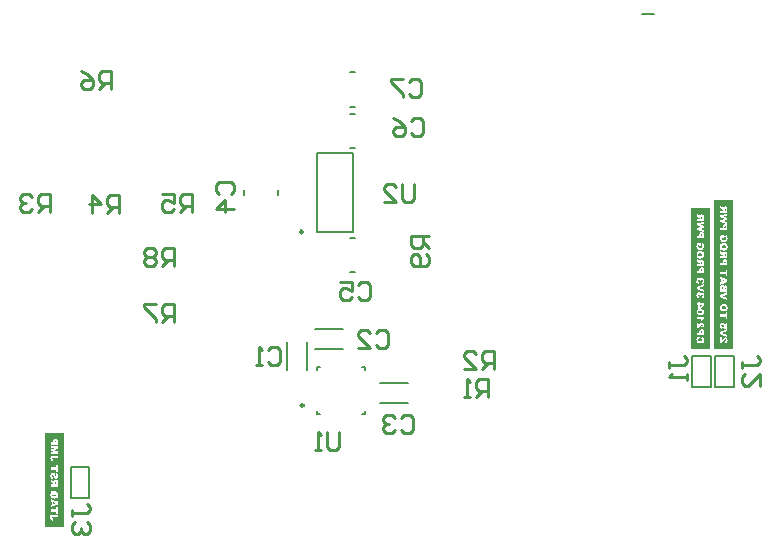
<source format=gbo>
G04*
G04 #@! TF.GenerationSoftware,Altium Limited,Altium Designer,23.2.1 (34)*
G04*
G04 Layer_Color=32896*
%FSLAX44Y44*%
%MOMM*%
G71*
G04*
G04 #@! TF.SameCoordinates,D71E7737-13ED-4BDA-A6DE-6AB0D4F083BE*
G04*
G04*
G04 #@! TF.FilePolarity,Positive*
G04*
G01*
G75*
%ADD10C,0.2540*%
%ADD11C,0.2500*%
%ADD12C,0.2000*%
%ADD13C,0.1500*%
G36*
X-644702Y-180000D02*
X-661000D01*
Y-100555D01*
X-644702D01*
Y-180000D01*
D02*
G37*
G36*
X-77702Y-30000D02*
X-94000D01*
Y96541D01*
X-77702D01*
Y-30000D01*
D02*
G37*
G36*
X-97702D02*
X-114000D01*
Y89751D01*
X-97702D01*
Y-30000D01*
D02*
G37*
%LPC*%
G36*
X-649806Y-105555D02*
X-655896D01*
X-651739D01*
X-651764Y-105560D01*
X-651826Y-105564D01*
X-651905Y-105572D01*
X-651993Y-105584D01*
X-652093Y-105601D01*
X-652201Y-105626D01*
X-652314Y-105655D01*
X-652434Y-105689D01*
X-652551Y-105735D01*
X-652672Y-105789D01*
X-652793Y-105851D01*
X-652905Y-105926D01*
X-653013Y-106014D01*
X-653117Y-106109D01*
X-653122Y-106118D01*
X-653138Y-106134D01*
X-653163Y-106168D01*
X-653197Y-106214D01*
X-653238Y-106272D01*
X-653280Y-106343D01*
X-653326Y-106430D01*
X-653376Y-106530D01*
X-653426Y-106638D01*
X-653472Y-106768D01*
X-653513Y-106905D01*
X-653555Y-107055D01*
X-653588Y-107222D01*
X-653613Y-107401D01*
X-653630Y-107592D01*
X-653634Y-107801D01*
Y-108829D01*
X-655896D01*
Y-110721D01*
X-649806D01*
Y-107459D01*
Y-107526D01*
X-649810Y-107501D01*
Y-107467D01*
X-649814Y-107430D01*
X-649822Y-107342D01*
X-649831Y-107247D01*
X-649847Y-107138D01*
X-649868Y-107022D01*
X-649893Y-106901D01*
X-649927Y-106776D01*
X-649964Y-106647D01*
X-650010Y-106522D01*
X-650068Y-106397D01*
X-650131Y-106280D01*
X-650206Y-106168D01*
X-650293Y-106068D01*
X-650297Y-106063D01*
X-650314Y-106047D01*
X-650343Y-106022D01*
X-650385Y-105989D01*
X-650435Y-105947D01*
X-650493Y-105905D01*
X-650568Y-105859D01*
X-650647Y-105809D01*
X-650743Y-105764D01*
X-650843Y-105718D01*
X-650960Y-105672D01*
X-651080Y-105634D01*
X-651214Y-105601D01*
X-651359Y-105576D01*
X-651514Y-105560D01*
X-651676Y-105555D01*
X-649806D01*
D02*
G37*
G36*
Y-111920D02*
X-655896D01*
Y-113462D01*
X-651255D01*
X-655896Y-114649D01*
Y-116044D01*
X-651255Y-117223D01*
X-655896D01*
Y-118764D01*
X-649806D01*
Y-111920D01*
D02*
G37*
G36*
Y-120002D02*
X-656000D01*
X-653251D01*
X-653288Y-120006D01*
X-653376D01*
X-653476Y-120010D01*
X-653588Y-120018D01*
X-653705Y-120027D01*
X-653834Y-120035D01*
X-653963Y-120048D01*
X-654225Y-120081D01*
X-654355Y-120102D01*
X-654480Y-120127D01*
X-654596Y-120156D01*
X-654705Y-120189D01*
X-654709D01*
X-654730Y-120197D01*
X-654759Y-120210D01*
X-654796Y-120227D01*
X-654842Y-120247D01*
X-654896Y-120277D01*
X-654954Y-120310D01*
X-655021Y-120351D01*
X-655092Y-120397D01*
X-655167Y-120451D01*
X-655242Y-120510D01*
X-655321Y-120581D01*
X-655400Y-120656D01*
X-655475Y-120739D01*
X-655550Y-120831D01*
X-655625Y-120931D01*
X-655629Y-120939D01*
X-655642Y-120956D01*
X-655658Y-120989D01*
X-655683Y-121031D01*
X-655713Y-121085D01*
X-655742Y-121151D01*
X-655779Y-121230D01*
X-655813Y-121318D01*
X-655846Y-121418D01*
X-655879Y-121526D01*
X-655912Y-121643D01*
X-655942Y-121772D01*
X-655967Y-121905D01*
X-655983Y-122051D01*
X-655996Y-122201D01*
X-656000Y-122364D01*
Y-122451D01*
X-655996Y-122514D01*
X-655992Y-122593D01*
X-655987Y-122680D01*
X-655979Y-122780D01*
X-655971Y-122888D01*
X-655954Y-123001D01*
X-655942Y-123118D01*
X-655921Y-123234D01*
X-655896Y-123355D01*
X-655867Y-123472D01*
X-655833Y-123584D01*
X-655796Y-123692D01*
X-655754Y-123792D01*
X-655750Y-123797D01*
X-655742Y-123813D01*
X-655729Y-123842D01*
X-655708Y-123876D01*
X-655683Y-123917D01*
X-655650Y-123967D01*
X-655613Y-124021D01*
X-655571Y-124080D01*
X-655521Y-124142D01*
X-655467Y-124205D01*
X-655408Y-124271D01*
X-655342Y-124334D01*
X-655271Y-124401D01*
X-655196Y-124463D01*
X-655113Y-124521D01*
X-655025Y-124576D01*
X-655021Y-124580D01*
X-655004Y-124588D01*
X-654975Y-124600D01*
X-654938Y-124617D01*
X-654892Y-124642D01*
X-654838Y-124663D01*
X-654771Y-124692D01*
X-654696Y-124717D01*
X-654613Y-124746D01*
X-654525Y-124775D01*
X-654425Y-124800D01*
X-654321Y-124825D01*
X-654209Y-124850D01*
X-654092Y-124871D01*
X-653967Y-124884D01*
X-653838Y-124896D01*
X-653592Y-123097D01*
X-653596D01*
X-653609D01*
X-653630D01*
X-653659D01*
X-653692Y-123092D01*
X-653730D01*
X-653817Y-123088D01*
X-653917Y-123080D01*
X-654017Y-123068D01*
X-654109Y-123051D01*
X-654155Y-123042D01*
X-654192Y-123030D01*
X-654196D01*
X-654201Y-123026D01*
X-654225Y-123018D01*
X-654259Y-123001D01*
X-654305Y-122976D01*
X-654355Y-122947D01*
X-654409Y-122905D01*
X-654459Y-122859D01*
X-654509Y-122805D01*
X-654513Y-122801D01*
X-654521Y-122784D01*
X-654534Y-122759D01*
X-654546Y-122726D01*
X-654559Y-122680D01*
X-654571Y-122630D01*
X-654579Y-122568D01*
X-654584Y-122497D01*
Y-122468D01*
X-654579Y-122447D01*
X-654575Y-122422D01*
X-654571Y-122388D01*
X-654555Y-122322D01*
X-654525Y-122247D01*
X-654484Y-122172D01*
X-654459Y-122134D01*
X-654425Y-122101D01*
X-654392Y-122068D01*
X-654350Y-122039D01*
X-654346D01*
X-654338Y-122030D01*
X-654325Y-122026D01*
X-654305Y-122014D01*
X-654280Y-122005D01*
X-654246Y-121993D01*
X-654209Y-121976D01*
X-654163Y-121964D01*
X-654113Y-121951D01*
X-654055Y-121934D01*
X-653988Y-121922D01*
X-653917Y-121914D01*
X-653838Y-121901D01*
X-653755Y-121897D01*
X-653659Y-121889D01*
X-653559D01*
X-649806D01*
Y-120002D01*
D02*
G37*
G36*
Y-128104D02*
X-655896D01*
X-651310D01*
Y-130024D01*
X-655896D01*
Y-131907D01*
X-651310D01*
Y-133827D01*
X-649806D01*
Y-128104D01*
D02*
G37*
G36*
X-649702Y-134348D02*
D01*
Y-136981D01*
X-649706Y-136947D01*
Y-136910D01*
X-649710Y-136868D01*
Y-136822D01*
X-649714Y-136768D01*
X-649727Y-136656D01*
X-649739Y-136531D01*
X-649756Y-136397D01*
X-649781Y-136256D01*
X-649810Y-136110D01*
X-649843Y-135960D01*
X-649885Y-135814D01*
X-649935Y-135668D01*
X-649993Y-135531D01*
X-650060Y-135398D01*
X-650139Y-135277D01*
X-650143Y-135269D01*
X-650160Y-135252D01*
X-650185Y-135219D01*
X-650222Y-135181D01*
X-650268Y-135131D01*
X-650327Y-135077D01*
X-650393Y-135019D01*
X-650472Y-134956D01*
X-650564Y-134894D01*
X-650664Y-134831D01*
X-650780Y-134769D01*
X-650901Y-134710D01*
X-651039Y-134660D01*
X-651189Y-134615D01*
X-651347Y-134577D01*
X-651518Y-134548D01*
X-651622Y-136322D01*
X-651618D01*
X-651605Y-136327D01*
X-651584Y-136331D01*
X-651555Y-136335D01*
X-651522Y-136348D01*
X-651480Y-136356D01*
X-651393Y-136385D01*
X-651293Y-136427D01*
X-651193Y-136481D01*
X-651101Y-136543D01*
X-651060Y-136581D01*
X-651022Y-136622D01*
X-651018Y-136627D01*
X-651014Y-136631D01*
X-651005Y-136647D01*
X-650993Y-136664D01*
X-650981Y-136685D01*
X-650964Y-136714D01*
X-650947Y-136747D01*
X-650926Y-136785D01*
X-650910Y-136826D01*
X-650893Y-136872D01*
X-650876Y-136922D01*
X-650864Y-136981D01*
X-650851Y-137039D01*
X-650843Y-137101D01*
X-650835Y-137172D01*
Y-137297D01*
X-650839Y-137326D01*
X-650843Y-137355D01*
X-650851Y-137426D01*
X-650868Y-137510D01*
X-650893Y-137589D01*
X-650930Y-137668D01*
X-650976Y-137739D01*
X-650981Y-137747D01*
X-651001Y-137764D01*
X-651030Y-137789D01*
X-651068Y-137818D01*
X-651118Y-137851D01*
X-651176Y-137876D01*
X-651243Y-137893D01*
X-651314Y-137901D01*
X-651322D01*
X-651339Y-137897D01*
X-651368Y-137893D01*
X-651401Y-137885D01*
X-651443Y-137868D01*
X-651485Y-137843D01*
X-651530Y-137814D01*
X-651576Y-137768D01*
X-651580Y-137760D01*
X-651589Y-137751D01*
X-651597Y-137739D01*
X-651605Y-137722D01*
X-651618Y-137701D01*
X-651635Y-137672D01*
X-651651Y-137639D01*
X-651668Y-137601D01*
X-651684Y-137556D01*
X-651701Y-137501D01*
X-651722Y-137443D01*
X-651743Y-137381D01*
X-651759Y-137305D01*
X-651780Y-137222D01*
X-651801Y-137135D01*
Y-137131D01*
X-651805Y-137122D01*
X-651809Y-137106D01*
X-651814Y-137081D01*
X-651818Y-137051D01*
X-651826Y-137018D01*
X-651839Y-136976D01*
X-651847Y-136935D01*
X-651859Y-136885D01*
X-651872Y-136831D01*
X-651901Y-136718D01*
X-651934Y-136589D01*
X-651968Y-136452D01*
X-652009Y-136310D01*
X-652051Y-136160D01*
X-652097Y-136014D01*
X-652143Y-135868D01*
X-652188Y-135731D01*
X-652238Y-135598D01*
X-652293Y-135477D01*
X-652343Y-135368D01*
X-652347Y-135364D01*
X-652355Y-135344D01*
X-652372Y-135319D01*
X-652393Y-135281D01*
X-652418Y-135239D01*
X-652451Y-135185D01*
X-652488Y-135131D01*
X-652530Y-135073D01*
X-652576Y-135010D01*
X-652626Y-134944D01*
X-652680Y-134881D01*
X-652742Y-134815D01*
X-652805Y-134756D01*
X-652872Y-134698D01*
X-652943Y-134644D01*
X-653017Y-134594D01*
X-653022Y-134590D01*
X-653034Y-134581D01*
X-653059Y-134573D01*
X-653088Y-134556D01*
X-653126Y-134535D01*
X-653172Y-134515D01*
X-653222Y-134494D01*
X-653280Y-134469D01*
X-653342Y-134448D01*
X-653413Y-134427D01*
X-653488Y-134406D01*
X-653567Y-134385D01*
X-653646Y-134369D01*
X-653734Y-134361D01*
X-653826Y-134352D01*
X-653917Y-134348D01*
X-649702D01*
X-656000D01*
X-653976D01*
X-654017Y-134352D01*
X-654067Y-134356D01*
X-654130Y-134365D01*
X-654196Y-134377D01*
X-654271Y-134390D01*
X-654350Y-134406D01*
X-654438Y-134427D01*
X-654525Y-134452D01*
X-654617Y-134485D01*
X-654713Y-134523D01*
X-654809Y-134565D01*
X-654900Y-134615D01*
X-654996Y-134673D01*
X-655000Y-134677D01*
X-655017Y-134690D01*
X-655042Y-134706D01*
X-655079Y-134731D01*
X-655117Y-134764D01*
X-655167Y-134806D01*
X-655217Y-134852D01*
X-655275Y-134906D01*
X-655333Y-134969D01*
X-655396Y-135035D01*
X-655459Y-135110D01*
X-655521Y-135194D01*
X-655583Y-135281D01*
X-655642Y-135373D01*
X-655696Y-135473D01*
X-655746Y-135581D01*
X-655750Y-135589D01*
X-655758Y-135606D01*
X-655771Y-135639D01*
X-655783Y-135685D01*
X-655804Y-135743D01*
X-655825Y-135810D01*
X-655850Y-135889D01*
X-655871Y-135981D01*
X-655896Y-136081D01*
X-655921Y-136193D01*
X-655942Y-136314D01*
X-655958Y-136443D01*
X-655975Y-136581D01*
X-655987Y-136731D01*
X-655996Y-136885D01*
X-656000Y-137047D01*
Y-137114D01*
X-655996Y-137151D01*
Y-137193D01*
X-655992Y-137243D01*
Y-137297D01*
X-655987Y-137360D01*
X-655983Y-137426D01*
X-655975Y-137493D01*
X-655967Y-137568D01*
X-655950Y-137726D01*
X-655925Y-137897D01*
X-655896Y-138072D01*
X-655854Y-138251D01*
X-655808Y-138430D01*
X-655750Y-138609D01*
X-655679Y-138776D01*
X-655600Y-138930D01*
X-655558Y-139005D01*
X-655508Y-139072D01*
X-655459Y-139138D01*
X-655404Y-139197D01*
X-655396Y-139205D01*
X-655375Y-139222D01*
X-655342Y-139251D01*
X-655296Y-139292D01*
X-655238Y-139338D01*
X-655167Y-139388D01*
X-655084Y-139447D01*
X-654992Y-139505D01*
X-654888Y-139567D01*
X-654771Y-139626D01*
X-654646Y-139680D01*
X-654513Y-139734D01*
X-654367Y-139780D01*
X-654213Y-139822D01*
X-654055Y-139851D01*
X-653884Y-139872D01*
D01*
X-653771Y-138080D01*
X-653776D01*
X-653792Y-138076D01*
X-653813Y-138072D01*
X-653842Y-138068D01*
X-653880Y-138064D01*
X-653921Y-138055D01*
X-653967Y-138043D01*
X-654017Y-138030D01*
X-654126Y-138001D01*
X-654238Y-137959D01*
X-654342Y-137910D01*
X-654392Y-137880D01*
X-654438Y-137847D01*
X-654442Y-137843D01*
X-654455Y-137835D01*
X-654471Y-137818D01*
X-654496Y-137793D01*
X-654521Y-137764D01*
X-654555Y-137726D01*
X-654588Y-137685D01*
X-654621Y-137635D01*
X-654654Y-137576D01*
X-654688Y-137518D01*
X-654721Y-137447D01*
X-654746Y-137372D01*
X-654771Y-137293D01*
X-654788Y-137210D01*
X-654800Y-137114D01*
X-654805Y-137018D01*
Y-136981D01*
X-654800Y-136952D01*
Y-136918D01*
X-654796Y-136881D01*
X-654788Y-136835D01*
X-654780Y-136789D01*
X-654759Y-136689D01*
X-654725Y-136585D01*
X-654679Y-136485D01*
X-654650Y-136439D01*
X-654617Y-136397D01*
X-654613Y-136393D01*
X-654609Y-136389D01*
X-654584Y-136364D01*
X-654546Y-136327D01*
X-654492Y-136285D01*
X-654430Y-136248D01*
X-654355Y-136210D01*
X-654271Y-136185D01*
X-654225Y-136181D01*
X-654180Y-136177D01*
X-654175D01*
X-654167D01*
X-654155D01*
X-654138Y-136181D01*
X-654096Y-136189D01*
X-654038Y-136202D01*
X-653971Y-136227D01*
X-653901Y-136264D01*
X-653863Y-136289D01*
X-653826Y-136314D01*
X-653792Y-136348D01*
X-653755Y-136385D01*
X-653751Y-136389D01*
X-653746Y-136393D01*
X-653738Y-136410D01*
X-653721Y-136431D01*
X-653705Y-136456D01*
X-653688Y-136489D01*
X-653663Y-136531D01*
X-653638Y-136585D01*
X-653613Y-136643D01*
X-653584Y-136710D01*
X-653555Y-136789D01*
X-653526Y-136881D01*
X-653496Y-136976D01*
X-653463Y-137089D01*
X-653434Y-137214D01*
X-653401Y-137347D01*
Y-137351D01*
X-653397Y-137360D01*
X-653392Y-137376D01*
X-653388Y-137401D01*
X-653380Y-137430D01*
X-653372Y-137464D01*
X-653363Y-137506D01*
X-653351Y-137547D01*
X-653338Y-137597D01*
X-653322Y-137651D01*
X-653288Y-137768D01*
X-653251Y-137893D01*
X-653205Y-138030D01*
X-653155Y-138176D01*
X-653097Y-138322D01*
X-653038Y-138468D01*
X-652972Y-138614D01*
X-652901Y-138755D01*
X-652826Y-138884D01*
X-652747Y-139005D01*
X-652663Y-139113D01*
X-652659Y-139118D01*
X-652643Y-139134D01*
X-652617Y-139163D01*
X-652580Y-139197D01*
X-652534Y-139234D01*
X-652480Y-139280D01*
X-652413Y-139330D01*
X-652343Y-139376D01*
X-652263Y-139426D01*
X-652172Y-139476D01*
X-652076Y-139522D01*
X-651972Y-139559D01*
X-651859Y-139593D01*
X-651743Y-139622D01*
X-651614Y-139638D01*
X-651485Y-139642D01*
X-651480D01*
X-651464D01*
X-651439D01*
X-651405Y-139638D01*
X-651364Y-139634D01*
X-651314Y-139630D01*
X-651260Y-139622D01*
X-651197Y-139609D01*
X-651135Y-139593D01*
X-651064Y-139576D01*
X-650989Y-139555D01*
X-650914Y-139530D01*
X-650839Y-139497D01*
X-650760Y-139459D01*
X-650680Y-139417D01*
X-650601Y-139372D01*
X-650597Y-139368D01*
X-650585Y-139359D01*
X-650560Y-139342D01*
X-650531Y-139322D01*
X-650497Y-139292D01*
X-650456Y-139255D01*
X-650410Y-139218D01*
X-650360Y-139168D01*
X-650310Y-139113D01*
X-650256Y-139055D01*
X-650201Y-138984D01*
X-650147Y-138913D01*
X-650093Y-138834D01*
X-650039Y-138747D01*
X-649989Y-138655D01*
X-649943Y-138555D01*
X-649939Y-138547D01*
X-649931Y-138530D01*
X-649922Y-138497D01*
X-649906Y-138455D01*
X-649889Y-138401D01*
X-649868Y-138330D01*
X-649843Y-138255D01*
X-649822Y-138164D01*
X-649802Y-138064D01*
X-649777Y-137951D01*
X-649756Y-137826D01*
X-649739Y-137693D01*
X-649722Y-137551D01*
X-649710Y-137397D01*
X-649706Y-137235D01*
X-649702Y-137060D01*
Y-139872D01*
X-653884D01*
X-649702D01*
Y-134348D01*
D02*
G37*
G36*
X-649806Y-140151D02*
D01*
Y-142921D01*
X-649810Y-142863D01*
Y-142788D01*
X-649814Y-142704D01*
X-649818Y-142612D01*
X-649822Y-142513D01*
X-649831Y-142404D01*
X-649843Y-142296D01*
X-649868Y-142075D01*
X-649885Y-141967D01*
X-649906Y-141863D01*
X-649931Y-141767D01*
X-649956Y-141675D01*
Y-141671D01*
X-649964Y-141654D01*
X-649972Y-141629D01*
X-649985Y-141600D01*
X-650002Y-141559D01*
X-650026Y-141513D01*
X-650051Y-141463D01*
X-650081Y-141409D01*
X-650118Y-141350D01*
X-650160Y-141288D01*
X-650201Y-141229D01*
X-650256Y-141167D01*
X-650310Y-141105D01*
X-650372Y-141042D01*
X-650439Y-140984D01*
X-650514Y-140930D01*
X-650518Y-140925D01*
X-650531Y-140917D01*
X-650556Y-140905D01*
X-650585Y-140884D01*
X-650626Y-140863D01*
X-650672Y-140838D01*
X-650726Y-140813D01*
X-650789Y-140788D01*
X-650855Y-140763D01*
X-650930Y-140734D01*
X-651014Y-140713D01*
X-651101Y-140692D01*
X-651193Y-140671D01*
X-651293Y-140659D01*
X-651393Y-140651D01*
X-651501Y-140646D01*
X-651505D01*
X-651522D01*
X-651551D01*
X-651584Y-140651D01*
X-651630Y-140655D01*
X-651680Y-140659D01*
X-651739Y-140663D01*
X-651801Y-140671D01*
X-651868Y-140684D01*
X-651934Y-140701D01*
X-652084Y-140738D01*
X-652159Y-140763D01*
X-652230Y-140792D01*
X-652305Y-140826D01*
X-652376Y-140863D01*
X-652380Y-140867D01*
X-652393Y-140871D01*
X-652409Y-140884D01*
X-652438Y-140905D01*
X-652468Y-140925D01*
X-652505Y-140950D01*
X-652543Y-140984D01*
X-652588Y-141017D01*
X-652634Y-141059D01*
X-652684Y-141105D01*
X-652730Y-141150D01*
X-652780Y-141205D01*
X-652880Y-141325D01*
X-652972Y-141459D01*
Y-141463D01*
X-652980Y-141471D01*
X-652984Y-141484D01*
X-652997Y-141504D01*
X-653009Y-141525D01*
X-653022Y-141559D01*
X-653038Y-141592D01*
X-653055Y-141629D01*
X-653076Y-141675D01*
X-653097Y-141725D01*
X-653113Y-141779D01*
X-653134Y-141838D01*
X-653155Y-141900D01*
X-653176Y-141967D01*
X-653197Y-142042D01*
X-653213Y-142117D01*
Y-142113D01*
X-653217Y-142100D01*
X-653226Y-142084D01*
X-653234Y-142063D01*
X-653242Y-142034D01*
X-653255Y-142004D01*
X-653284Y-141929D01*
X-653317Y-141850D01*
X-653355Y-141771D01*
X-653397Y-141696D01*
X-653417Y-141659D01*
X-653438Y-141629D01*
X-653442Y-141625D01*
X-653455Y-141609D01*
X-653476Y-141588D01*
X-653505Y-141554D01*
X-653551Y-141509D01*
X-653605Y-141459D01*
X-653676Y-141400D01*
X-653759Y-141329D01*
X-653763Y-141325D01*
X-653771Y-141321D01*
X-653784Y-141313D01*
X-653801Y-141296D01*
X-653842Y-141263D01*
X-653896Y-141221D01*
X-653955Y-141180D01*
X-654017Y-141138D01*
X-654080Y-141096D01*
X-654134Y-141067D01*
X-655896Y-140151D01*
Y-142279D01*
X-654038Y-143283D01*
X-654034D01*
X-654021Y-143292D01*
X-654005Y-143300D01*
X-653980Y-143316D01*
X-653951Y-143333D01*
X-653917Y-143350D01*
X-653842Y-143396D01*
X-653763Y-143450D01*
X-653688Y-143508D01*
X-653617Y-143562D01*
X-653592Y-143591D01*
X-653567Y-143621D01*
Y-143625D01*
X-653563Y-143629D01*
X-653555Y-143641D01*
X-653547Y-143658D01*
X-653521Y-143700D01*
X-653496Y-143754D01*
X-653472Y-143825D01*
X-653447Y-143900D01*
X-653430Y-143987D01*
X-653426Y-144083D01*
Y-144245D01*
X-655896D01*
Y-146137D01*
X-649806D01*
Y-140151D01*
D02*
G37*
G36*
X-652426Y-150119D02*
X-656000D01*
X-655021D01*
Y-150123D01*
X-655029Y-150127D01*
X-655034Y-150140D01*
X-655046Y-150156D01*
X-655075Y-150202D01*
X-655113Y-150261D01*
X-655159Y-150331D01*
X-655213Y-150419D01*
X-655271Y-150515D01*
X-655333Y-150619D01*
X-655396Y-150731D01*
X-655463Y-150848D01*
X-655525Y-150969D01*
X-655588Y-151098D01*
X-655650Y-151223D01*
X-655704Y-151348D01*
X-655754Y-151477D01*
X-655796Y-151598D01*
X-655800Y-151606D01*
X-655804Y-151627D01*
X-655813Y-151664D01*
X-655829Y-151710D01*
X-655842Y-151773D01*
X-655858Y-151848D01*
X-655879Y-151931D01*
X-655896Y-152027D01*
X-655917Y-152135D01*
X-655933Y-152252D01*
X-655954Y-152377D01*
X-655967Y-152510D01*
X-655979Y-152652D01*
X-655992Y-152802D01*
X-655996Y-152956D01*
X-656000Y-153118D01*
Y-153193D01*
X-655996Y-153222D01*
Y-153297D01*
X-655992Y-153343D01*
X-655987Y-153389D01*
X-655979Y-153497D01*
X-655971Y-153614D01*
X-655954Y-153743D01*
X-655933Y-153881D01*
X-655908Y-154026D01*
X-655879Y-154172D01*
X-655846Y-154322D01*
X-655804Y-154468D01*
X-655754Y-154614D01*
X-655696Y-154751D01*
X-655633Y-154884D01*
X-655629Y-154893D01*
X-655617Y-154914D01*
X-655596Y-154951D01*
X-655563Y-154997D01*
X-655525Y-155055D01*
X-655479Y-155122D01*
X-655421Y-155193D01*
X-655359Y-155272D01*
X-655284Y-155355D01*
X-655200Y-155443D01*
X-655113Y-155530D01*
X-655013Y-155618D01*
X-654904Y-155705D01*
X-654792Y-155788D01*
X-654667Y-155868D01*
X-654534Y-155942D01*
X-654530D01*
X-654525Y-155947D01*
X-654500Y-155959D01*
X-654459Y-155976D01*
X-654405Y-156001D01*
X-654334Y-156030D01*
X-654250Y-156059D01*
X-654155Y-156097D01*
X-654046Y-156130D01*
X-653930Y-156163D01*
X-653801Y-156196D01*
X-653663Y-156230D01*
X-653513Y-156259D01*
X-653359Y-156284D01*
X-653197Y-156301D01*
X-653026Y-156313D01*
X-652851Y-156317D01*
X-656000D01*
X-649702D01*
Y-153139D01*
Y-156317D01*
X-652784D01*
X-652755Y-156313D01*
X-652722D01*
X-652684Y-156309D01*
X-652597Y-156305D01*
X-652497Y-156297D01*
X-652384Y-156284D01*
X-652259Y-156267D01*
X-652130Y-156247D01*
X-651989Y-156217D01*
X-651847Y-156184D01*
X-651701Y-156147D01*
X-651551Y-156097D01*
X-651405Y-156042D01*
X-651260Y-155980D01*
X-651118Y-155909D01*
X-651114D01*
X-651110Y-155905D01*
X-651085Y-155888D01*
X-651047Y-155868D01*
X-650997Y-155834D01*
X-650935Y-155788D01*
X-650864Y-155738D01*
X-650785Y-155676D01*
X-650701Y-155605D01*
X-650614Y-155522D01*
X-650522Y-155434D01*
X-650426Y-155334D01*
X-650335Y-155226D01*
X-650243Y-155109D01*
X-650156Y-154984D01*
X-650072Y-154851D01*
X-649997Y-154705D01*
X-649993Y-154697D01*
X-649985Y-154676D01*
X-649968Y-154643D01*
X-649952Y-154593D01*
X-649931Y-154530D01*
X-649906Y-154455D01*
X-649877Y-154364D01*
X-649847Y-154264D01*
X-649822Y-154151D01*
X-649793Y-154026D01*
X-649768Y-153889D01*
X-649747Y-153739D01*
X-649731Y-153581D01*
X-649714Y-153410D01*
X-649706Y-153231D01*
X-649702Y-153039D01*
Y-153139D01*
Y-153039D01*
Y-152802D01*
Y-152910D01*
X-649706Y-152872D01*
Y-152789D01*
X-649710Y-152693D01*
X-649718Y-152585D01*
X-649722Y-152472D01*
X-649735Y-152352D01*
X-649747Y-152227D01*
X-649781Y-151977D01*
X-649802Y-151856D01*
X-649822Y-151739D01*
X-649852Y-151631D01*
X-649885Y-151531D01*
Y-151527D01*
X-649893Y-151510D01*
X-649906Y-151481D01*
X-649918Y-151448D01*
X-649939Y-151406D01*
X-649964Y-151356D01*
X-649993Y-151302D01*
X-650026Y-151240D01*
X-650064Y-151177D01*
X-650106Y-151110D01*
X-650152Y-151039D01*
X-650201Y-150969D01*
X-650260Y-150902D01*
X-650318Y-150831D01*
X-650385Y-150765D01*
X-650456Y-150702D01*
X-650460Y-150698D01*
X-650472Y-150685D01*
X-650493Y-150669D01*
X-650526Y-150648D01*
X-650564Y-150619D01*
X-650610Y-150590D01*
X-650660Y-150552D01*
X-650722Y-150515D01*
X-650789Y-150473D01*
X-650860Y-150435D01*
X-650939Y-150394D01*
X-651026Y-150352D01*
X-651118Y-150310D01*
X-651214Y-150273D01*
X-651318Y-150236D01*
X-651426Y-150202D01*
X-651751Y-152018D01*
X-651747D01*
X-651734Y-152023D01*
X-651718Y-152031D01*
X-651693Y-152039D01*
X-651664Y-152052D01*
X-651630Y-152068D01*
X-651555Y-152110D01*
X-651468Y-152160D01*
X-651380Y-152227D01*
X-651297Y-152306D01*
X-651222Y-152402D01*
X-651218Y-152406D01*
X-651214Y-152414D01*
X-651205Y-152431D01*
X-651193Y-152452D01*
X-651180Y-152477D01*
X-651164Y-152506D01*
X-651147Y-152543D01*
X-651130Y-152585D01*
X-651114Y-152635D01*
X-651097Y-152685D01*
X-651080Y-152739D01*
X-651068Y-152802D01*
X-651047Y-152935D01*
X-651039Y-153006D01*
Y-153106D01*
X-651043Y-153139D01*
X-651047Y-153181D01*
X-651051Y-153235D01*
X-651060Y-153293D01*
X-651076Y-153364D01*
X-651093Y-153435D01*
X-651114Y-153510D01*
X-651143Y-153593D01*
X-651180Y-153672D01*
X-651222Y-153756D01*
X-651272Y-153839D01*
X-651330Y-153918D01*
X-651397Y-153993D01*
X-651472Y-154064D01*
X-651476Y-154068D01*
X-651493Y-154080D01*
X-651518Y-154097D01*
X-651555Y-154122D01*
X-651601Y-154147D01*
X-651655Y-154180D01*
X-651726Y-154214D01*
X-651801Y-154247D01*
X-651893Y-154280D01*
X-651993Y-154314D01*
X-652105Y-154347D01*
X-652226Y-154372D01*
X-652363Y-154397D01*
X-652509Y-154414D01*
X-652663Y-154426D01*
X-652834Y-154430D01*
X-652838D01*
X-652847D01*
X-652859D01*
X-652876D01*
X-652901D01*
X-652930Y-154426D01*
X-652997D01*
X-653076Y-154418D01*
X-653167Y-154410D01*
X-653271Y-154401D01*
X-653380Y-154384D01*
X-653496Y-154364D01*
X-653613Y-154339D01*
X-653730Y-154310D01*
X-653846Y-154272D01*
X-653959Y-154230D01*
X-654063Y-154180D01*
X-654159Y-154126D01*
X-654246Y-154060D01*
X-654250Y-154055D01*
X-654263Y-154043D01*
X-654284Y-154022D01*
X-654313Y-153993D01*
X-654342Y-153951D01*
X-654380Y-153905D01*
X-654417Y-153851D01*
X-654455Y-153793D01*
X-654496Y-153722D01*
X-654534Y-153643D01*
X-654571Y-153560D01*
X-654600Y-153468D01*
X-654630Y-153368D01*
X-654650Y-153260D01*
X-654663Y-153147D01*
X-654667Y-153027D01*
Y-152972D01*
X-654663Y-152943D01*
Y-152910D01*
X-654659Y-152872D01*
X-654654Y-152831D01*
X-654646Y-152739D01*
X-654630Y-152639D01*
X-654609Y-152535D01*
X-654579Y-152427D01*
Y-152423D01*
X-654575Y-152414D01*
X-654571Y-152397D01*
X-654563Y-152377D01*
X-654550Y-152347D01*
X-654538Y-152314D01*
X-654525Y-152277D01*
X-654505Y-152235D01*
X-654484Y-152189D01*
X-654463Y-152139D01*
X-654409Y-152027D01*
X-654342Y-151902D01*
X-654267Y-151769D01*
X-653692D01*
Y-153027D01*
X-652426D01*
Y-150119D01*
D02*
G37*
G36*
X-649806Y-156692D02*
Y-158975D01*
X-655896Y-156692D01*
Y-163320D01*
X-649806Y-161033D01*
Y-163320D01*
Y-156692D01*
D02*
G37*
G36*
Y-163553D02*
X-655896D01*
X-651310D01*
Y-165473D01*
X-655896D01*
Y-167356D01*
X-651310D01*
Y-169277D01*
X-649806D01*
Y-163553D01*
D02*
G37*
G36*
Y-170105D02*
X-656000D01*
Y-172426D01*
Y-170105D01*
X-653251D01*
X-653288Y-170110D01*
X-653376D01*
X-653476Y-170114D01*
X-653588Y-170122D01*
X-653705Y-170131D01*
X-653834Y-170139D01*
X-653963Y-170151D01*
X-654225Y-170185D01*
X-654355Y-170205D01*
X-654480Y-170230D01*
X-654596Y-170260D01*
X-654705Y-170293D01*
X-654709D01*
X-654730Y-170301D01*
X-654759Y-170314D01*
X-654796Y-170330D01*
X-654842Y-170351D01*
X-654896Y-170380D01*
X-654954Y-170414D01*
X-655021Y-170455D01*
X-655092Y-170501D01*
X-655167Y-170555D01*
X-655242Y-170614D01*
X-655321Y-170685D01*
X-655400Y-170760D01*
X-655475Y-170843D01*
X-655550Y-170934D01*
X-655625Y-171034D01*
X-655629Y-171043D01*
X-655642Y-171059D01*
X-655658Y-171093D01*
X-655683Y-171134D01*
X-655713Y-171189D01*
X-655742Y-171255D01*
X-655779Y-171334D01*
X-655813Y-171422D01*
X-655846Y-171522D01*
X-655879Y-171630D01*
X-655912Y-171747D01*
X-655942Y-171876D01*
X-655967Y-172009D01*
X-655983Y-172155D01*
X-655996Y-172305D01*
X-656000Y-172467D01*
Y-172426D01*
Y-172467D01*
Y-172555D01*
X-655996Y-172617D01*
X-655992Y-172696D01*
X-655987Y-172784D01*
X-655979Y-172884D01*
X-655971Y-172992D01*
X-655954Y-173105D01*
X-655942Y-173221D01*
X-655921Y-173338D01*
X-655896Y-173459D01*
X-655867Y-173575D01*
X-655833Y-173688D01*
X-655796Y-173796D01*
X-655754Y-173896D01*
X-655750Y-173900D01*
X-655742Y-173917D01*
X-655729Y-173946D01*
X-655708Y-173979D01*
X-655683Y-174021D01*
X-655650Y-174071D01*
X-655613Y-174125D01*
X-655571Y-174184D01*
X-655521Y-174246D01*
X-655467Y-174309D01*
X-655408Y-174375D01*
X-655342Y-174438D01*
X-655271Y-174504D01*
X-655196Y-174567D01*
X-655113Y-174625D01*
X-655025Y-174679D01*
X-655021Y-174683D01*
X-655004Y-174692D01*
X-654975Y-174704D01*
X-654938Y-174721D01*
X-654892Y-174746D01*
X-654838Y-174767D01*
X-654771Y-174796D01*
X-654696Y-174821D01*
X-654613Y-174850D01*
X-654525Y-174879D01*
X-654425Y-174904D01*
X-654321Y-174929D01*
X-654209Y-174954D01*
X-654092Y-174975D01*
X-653967Y-174988D01*
X-653838Y-175000D01*
D01*
X-653592Y-173200D01*
X-653596D01*
X-653609D01*
X-653630D01*
X-653659D01*
X-653692Y-173196D01*
X-653730D01*
X-653817Y-173192D01*
X-653917Y-173184D01*
X-654017Y-173171D01*
X-654109Y-173155D01*
X-654155Y-173146D01*
X-654192Y-173134D01*
X-654196D01*
X-654201Y-173130D01*
X-654225Y-173121D01*
X-654259Y-173105D01*
X-654305Y-173080D01*
X-654355Y-173051D01*
X-654409Y-173009D01*
X-654459Y-172963D01*
X-654509Y-172909D01*
X-654513Y-172905D01*
X-654521Y-172888D01*
X-654534Y-172863D01*
X-654546Y-172830D01*
X-654559Y-172784D01*
X-654571Y-172734D01*
X-654579Y-172672D01*
X-654584Y-172601D01*
Y-172572D01*
X-654579Y-172551D01*
X-654575Y-172526D01*
X-654571Y-172492D01*
X-654555Y-172426D01*
X-654525Y-172351D01*
X-654484Y-172276D01*
X-654459Y-172238D01*
X-654425Y-172205D01*
X-654392Y-172172D01*
X-654350Y-172143D01*
X-654346D01*
X-654338Y-172134D01*
X-654325Y-172130D01*
X-654305Y-172118D01*
X-654280Y-172109D01*
X-654246Y-172097D01*
X-654209Y-172080D01*
X-654163Y-172068D01*
X-654113Y-172055D01*
X-654055Y-172038D01*
X-653988Y-172026D01*
X-653917Y-172017D01*
X-653838Y-172005D01*
X-653755Y-172001D01*
X-653659Y-171992D01*
X-653559D01*
X-649806D01*
Y-175000D01*
Y-170105D01*
D02*
G37*
%LPD*%
G36*
X-651680Y-107392D02*
X-651659D01*
X-651630Y-107396D01*
X-651560Y-107413D01*
X-651485Y-107434D01*
X-651401Y-107467D01*
X-651322Y-107517D01*
X-651280Y-107547D01*
X-651243Y-107580D01*
X-651239Y-107584D01*
X-651235Y-107588D01*
X-651226Y-107601D01*
X-651210Y-107617D01*
X-651197Y-107638D01*
X-651180Y-107667D01*
X-651160Y-107701D01*
X-651143Y-107742D01*
X-651122Y-107788D01*
X-651105Y-107838D01*
X-651089Y-107896D01*
X-651072Y-107963D01*
X-651060Y-108034D01*
X-651051Y-108113D01*
X-651047Y-108201D01*
X-651043Y-108296D01*
Y-108829D01*
X-652401D01*
Y-108321D01*
X-652397Y-108284D01*
Y-108238D01*
X-652393Y-108188D01*
X-652384Y-108134D01*
X-652376Y-108071D01*
X-652355Y-107946D01*
X-652322Y-107821D01*
X-652301Y-107763D01*
X-652276Y-107705D01*
X-652247Y-107655D01*
X-652214Y-107609D01*
X-652209Y-107605D01*
X-652205Y-107601D01*
X-652180Y-107576D01*
X-652139Y-107538D01*
X-652084Y-107497D01*
X-652013Y-107459D01*
X-651930Y-107422D01*
X-651834Y-107396D01*
X-651784Y-107392D01*
X-651730Y-107388D01*
X-651726D01*
X-651718D01*
X-651701D01*
X-651680Y-107392D01*
D02*
G37*
G36*
X-649806Y-116290D02*
X-653513Y-115340D01*
X-649806Y-114395D01*
Y-116290D01*
D02*
G37*
G36*
X-651597Y-142542D02*
X-651572D01*
X-651543Y-142546D01*
X-651480Y-142563D01*
X-651405Y-142583D01*
X-651330Y-142617D01*
X-651260Y-142662D01*
X-651222Y-142692D01*
X-651193Y-142725D01*
Y-142729D01*
X-651185Y-142733D01*
X-651176Y-142746D01*
X-651168Y-142762D01*
X-651155Y-142783D01*
X-651143Y-142812D01*
X-651130Y-142846D01*
X-651114Y-142883D01*
X-651097Y-142929D01*
X-651085Y-142979D01*
X-651072Y-143037D01*
X-651060Y-143100D01*
X-651047Y-143171D01*
X-651043Y-143246D01*
X-651035Y-143333D01*
Y-144245D01*
X-652276D01*
Y-143433D01*
X-652272Y-143400D01*
X-652268Y-143375D01*
X-652263Y-143346D01*
X-652259Y-143316D01*
X-652255Y-143279D01*
X-652247Y-143242D01*
X-652243Y-143196D01*
X-652230Y-143146D01*
X-652222Y-143087D01*
X-652205Y-143029D01*
X-652193Y-142962D01*
Y-142954D01*
X-652184Y-142929D01*
X-652172Y-142896D01*
X-652155Y-142854D01*
X-652130Y-142804D01*
X-652097Y-142754D01*
X-652055Y-142704D01*
X-652001Y-142658D01*
X-651993Y-142654D01*
X-651972Y-142638D01*
X-651943Y-142621D01*
X-651897Y-142596D01*
X-651847Y-142575D01*
X-651784Y-142554D01*
X-651718Y-142542D01*
X-651647Y-142537D01*
X-651643D01*
X-651635D01*
X-651618D01*
X-651597Y-142542D01*
D02*
G37*
G36*
X-651389Y-160029D02*
X-653576Y-160695D01*
Y-159358D01*
X-651389Y-160029D01*
D02*
G37*
G36*
X-654892Y-158967D02*
Y-161104D01*
X-655896Y-161399D01*
Y-158663D01*
X-654892Y-158967D01*
D02*
G37*
%LPC*%
G36*
X-88896Y91541D02*
Y85555D01*
X-82806D01*
Y88771D01*
X-82810Y88829D01*
Y88904D01*
X-82814Y88988D01*
X-82818Y89079D01*
X-82822Y89179D01*
X-82831Y89287D01*
X-82843Y89396D01*
X-82868Y89616D01*
X-82885Y89725D01*
X-82906Y89829D01*
X-82931Y89925D01*
X-82956Y90016D01*
Y90021D01*
X-82964Y90037D01*
X-82972Y90062D01*
X-82985Y90091D01*
X-83002Y90133D01*
X-83027Y90179D01*
X-83052Y90229D01*
X-83081Y90283D01*
X-83118Y90341D01*
X-83160Y90404D01*
X-83202Y90462D01*
X-83256Y90525D01*
X-83310Y90587D01*
X-83372Y90649D01*
X-83439Y90708D01*
X-83514Y90762D01*
X-83518Y90766D01*
X-83531Y90774D01*
X-83556Y90787D01*
X-83585Y90808D01*
X-83626Y90829D01*
X-83672Y90854D01*
X-83726Y90879D01*
X-83789Y90904D01*
X-83855Y90929D01*
X-83931Y90958D01*
X-84014Y90979D01*
X-84101Y90999D01*
X-84193Y91020D01*
X-84293Y91033D01*
X-84393Y91041D01*
X-84501Y91045D01*
X-84505D01*
X-84522D01*
X-84551D01*
X-84585Y91041D01*
X-84630Y91037D01*
X-84680Y91033D01*
X-84739Y91029D01*
X-84801Y91020D01*
X-84868Y91008D01*
X-84934Y90991D01*
X-85084Y90954D01*
X-85159Y90929D01*
X-85230Y90899D01*
X-85305Y90866D01*
X-85376Y90829D01*
X-85380Y90824D01*
X-85393Y90820D01*
X-85409Y90808D01*
X-85438Y90787D01*
X-85468Y90766D01*
X-85505Y90741D01*
X-85543Y90708D01*
X-85588Y90674D01*
X-85634Y90633D01*
X-85684Y90587D01*
X-85730Y90541D01*
X-85780Y90487D01*
X-85880Y90366D01*
X-85972Y90233D01*
Y90229D01*
X-85980Y90220D01*
X-85984Y90208D01*
X-85997Y90187D01*
X-86009Y90166D01*
X-86022Y90133D01*
X-86038Y90100D01*
X-86055Y90062D01*
X-86076Y90016D01*
X-86097Y89966D01*
X-86113Y89912D01*
X-86134Y89854D01*
X-86155Y89791D01*
X-86176Y89725D01*
X-86197Y89650D01*
X-86213Y89575D01*
Y89579D01*
X-86217Y89592D01*
X-86226Y89608D01*
X-86234Y89629D01*
X-86242Y89658D01*
X-86255Y89687D01*
X-86284Y89762D01*
X-86317Y89841D01*
X-86355Y89921D01*
X-86397Y89995D01*
X-86417Y90033D01*
X-86438Y90062D01*
X-86442Y90066D01*
X-86455Y90083D01*
X-86476Y90104D01*
X-86505Y90137D01*
X-86551Y90183D01*
X-86605Y90233D01*
X-86676Y90291D01*
X-86759Y90362D01*
X-86763Y90366D01*
X-86771Y90370D01*
X-86784Y90379D01*
X-86801Y90395D01*
X-86842Y90429D01*
X-86896Y90470D01*
X-86955Y90512D01*
X-87017Y90554D01*
X-87080Y90595D01*
X-87134Y90625D01*
X-88896Y91541D01*
D02*
G37*
G36*
X-82806Y84914D02*
X-88896Y83568D01*
Y84914D01*
X-82806D01*
X-88896D01*
Y76395D01*
Y77749D01*
X-82806Y76395D01*
Y78182D01*
X-86209Y78823D01*
X-82806Y79765D01*
Y81548D01*
X-86205Y82489D01*
X-82806Y83135D01*
Y84914D01*
D02*
G37*
G36*
Y76037D02*
X-88896D01*
X-84739D01*
X-84764Y76032D01*
X-84826Y76028D01*
X-84905Y76020D01*
X-84993Y76007D01*
X-85093Y75991D01*
X-85201Y75966D01*
X-85314Y75937D01*
X-85434Y75903D01*
X-85551Y75858D01*
X-85672Y75803D01*
X-85793Y75741D01*
X-85905Y75666D01*
X-86013Y75578D01*
X-86117Y75483D01*
X-86122Y75474D01*
X-86138Y75458D01*
X-86163Y75424D01*
X-86197Y75378D01*
X-86238Y75320D01*
X-86280Y75249D01*
X-86326Y75162D01*
X-86376Y75062D01*
X-86426Y74953D01*
X-86472Y74824D01*
X-86513Y74687D01*
X-86555Y74537D01*
X-86588Y74370D01*
X-86613Y74191D01*
X-86630Y74000D01*
X-86634Y73791D01*
Y72762D01*
X-88896D01*
Y70871D01*
X-82806D01*
Y74066D01*
X-82810Y74091D01*
Y74125D01*
X-82814Y74162D01*
X-82822Y74250D01*
X-82831Y74345D01*
X-82847Y74454D01*
X-82868Y74570D01*
X-82893Y74691D01*
X-82927Y74816D01*
X-82964Y74945D01*
X-83010Y75070D01*
X-83068Y75195D01*
X-83131Y75312D01*
X-83206Y75424D01*
X-83293Y75524D01*
X-83297Y75528D01*
X-83314Y75545D01*
X-83343Y75570D01*
X-83385Y75603D01*
X-83435Y75645D01*
X-83493Y75687D01*
X-83568Y75732D01*
X-83647Y75782D01*
X-83743Y75828D01*
X-83843Y75874D01*
X-83960Y75920D01*
X-84080Y75957D01*
X-84214Y75991D01*
X-84360Y76016D01*
X-84514Y76032D01*
X-84676Y76037D01*
X-82806D01*
D02*
G37*
G36*
X-85426Y66922D02*
X-89000D01*
X-88021D01*
Y66918D01*
X-88029Y66914D01*
X-88034Y66901D01*
X-88046Y66885D01*
X-88075Y66839D01*
X-88113Y66781D01*
X-88159Y66710D01*
X-88213Y66622D01*
X-88271Y66526D01*
X-88334Y66422D01*
X-88396Y66310D01*
X-88463Y66193D01*
X-88525Y66073D01*
X-88588Y65943D01*
X-88650Y65818D01*
X-88704Y65693D01*
X-88754Y65564D01*
X-88796Y65444D01*
X-88800Y65435D01*
X-88804Y65414D01*
X-88813Y65377D01*
X-88829Y65331D01*
X-88842Y65269D01*
X-88858Y65194D01*
X-88879Y65110D01*
X-88896Y65014D01*
X-88917Y64906D01*
X-88933Y64790D01*
X-88954Y64665D01*
X-88967Y64531D01*
X-88979Y64390D01*
X-88992Y64240D01*
X-88996Y64085D01*
X-89000Y63923D01*
Y64002D01*
Y63848D01*
X-88996Y63819D01*
Y63744D01*
X-88992Y63698D01*
X-88988Y63652D01*
X-88979Y63544D01*
X-88971Y63427D01*
X-88954Y63298D01*
X-88933Y63161D01*
X-88908Y63015D01*
X-88879Y62869D01*
X-88846Y62719D01*
X-88804Y62573D01*
X-88754Y62428D01*
X-88696Y62290D01*
X-88633Y62157D01*
X-88629Y62148D01*
X-88617Y62128D01*
X-88596Y62090D01*
X-88563Y62044D01*
X-88525Y61986D01*
X-88479Y61919D01*
X-88421Y61849D01*
X-88358Y61769D01*
X-88284Y61686D01*
X-88200Y61599D01*
X-88113Y61511D01*
X-88013Y61424D01*
X-87905Y61336D01*
X-87792Y61253D01*
X-87667Y61174D01*
X-87534Y61099D01*
X-87530D01*
X-87525Y61095D01*
X-87500Y61082D01*
X-87459Y61065D01*
X-87405Y61040D01*
X-87334Y61011D01*
X-87250Y60982D01*
X-87155Y60945D01*
X-87046Y60911D01*
X-86930Y60878D01*
X-86801Y60845D01*
X-86663Y60811D01*
X-86513Y60782D01*
X-86359Y60757D01*
X-86197Y60740D01*
X-86026Y60728D01*
X-85851Y60724D01*
X-82702D01*
Y64131D01*
X-82706Y64169D01*
Y64252D01*
X-82710Y64348D01*
X-82718Y64456D01*
X-82723Y64569D01*
X-82735Y64689D01*
X-82747Y64815D01*
X-82781Y65064D01*
X-82802Y65185D01*
X-82822Y65302D01*
X-82852Y65410D01*
X-82885Y65510D01*
Y65514D01*
X-82893Y65531D01*
X-82906Y65560D01*
X-82918Y65593D01*
X-82939Y65635D01*
X-82964Y65685D01*
X-82993Y65739D01*
X-83027Y65802D01*
X-83064Y65864D01*
X-83106Y65931D01*
X-83152Y66002D01*
X-83202Y66073D01*
X-83260Y66139D01*
X-83318Y66210D01*
X-83385Y66277D01*
X-83456Y66339D01*
X-83460Y66343D01*
X-83472Y66356D01*
X-83493Y66372D01*
X-83526Y66393D01*
X-83564Y66422D01*
X-83610Y66452D01*
X-83660Y66489D01*
X-83722Y66526D01*
X-83789Y66568D01*
X-83860Y66606D01*
X-83939Y66647D01*
X-84026Y66689D01*
X-84118Y66731D01*
X-84214Y66768D01*
X-84318Y66806D01*
X-84426Y66839D01*
X-84751Y65023D01*
X-84747D01*
X-84734Y65019D01*
X-84718Y65010D01*
X-84693Y65002D01*
X-84664Y64989D01*
X-84630Y64973D01*
X-84555Y64931D01*
X-84468Y64881D01*
X-84380Y64815D01*
X-84297Y64735D01*
X-84222Y64640D01*
X-84218Y64635D01*
X-84214Y64627D01*
X-84205Y64610D01*
X-84193Y64590D01*
X-84180Y64564D01*
X-84164Y64535D01*
X-84147Y64498D01*
X-84130Y64456D01*
X-84114Y64406D01*
X-84097Y64356D01*
X-84080Y64302D01*
X-84068Y64240D01*
X-84047Y64106D01*
X-84039Y64036D01*
Y63935D01*
X-84043Y63902D01*
X-84047Y63861D01*
X-84051Y63806D01*
X-84060Y63748D01*
X-84076Y63677D01*
X-84093Y63607D01*
X-84114Y63531D01*
X-84143Y63448D01*
X-84180Y63369D01*
X-84222Y63286D01*
X-84272Y63202D01*
X-84330Y63123D01*
X-84397Y63048D01*
X-84472Y62977D01*
X-84476Y62973D01*
X-84493Y62961D01*
X-84518Y62944D01*
X-84555Y62919D01*
X-84601Y62894D01*
X-84655Y62861D01*
X-84726Y62828D01*
X-84801Y62794D01*
X-84893Y62761D01*
X-84993Y62727D01*
X-85105Y62694D01*
X-85226Y62669D01*
X-85364Y62644D01*
X-85509Y62628D01*
X-85663Y62615D01*
X-85834Y62611D01*
X-85838D01*
X-85847D01*
X-85859D01*
X-85876D01*
X-85901D01*
X-85930Y62615D01*
X-85997D01*
X-86076Y62623D01*
X-86167Y62632D01*
X-86272Y62640D01*
X-86380Y62657D01*
X-86496Y62677D01*
X-86613Y62702D01*
X-86730Y62732D01*
X-86846Y62769D01*
X-86959Y62811D01*
X-87063Y62861D01*
X-87159Y62915D01*
X-87246Y62982D01*
X-87250Y62986D01*
X-87263Y62998D01*
X-87284Y63019D01*
X-87313Y63048D01*
X-87342Y63090D01*
X-87380Y63136D01*
X-87417Y63190D01*
X-87455Y63248D01*
X-87496Y63319D01*
X-87534Y63398D01*
X-87571Y63481D01*
X-87600Y63573D01*
X-87629Y63673D01*
X-87650Y63781D01*
X-87663Y63894D01*
X-87667Y64015D01*
Y64069D01*
X-87663Y64098D01*
Y64131D01*
X-87659Y64169D01*
X-87654Y64211D01*
X-87646Y64302D01*
X-87629Y64402D01*
X-87609Y64506D01*
X-87580Y64615D01*
Y64619D01*
X-87575Y64627D01*
X-87571Y64644D01*
X-87563Y64665D01*
X-87550Y64694D01*
X-87538Y64727D01*
X-87525Y64764D01*
X-87505Y64806D01*
X-87484Y64852D01*
X-87463Y64902D01*
X-87409Y65014D01*
X-87342Y65139D01*
X-87267Y65273D01*
X-86692D01*
Y64015D01*
X-85426D01*
Y66922D01*
D02*
G37*
G36*
X-85809Y59941D02*
X-85880D01*
X-85913Y59937D01*
X-85947D01*
X-85988D01*
X-86076Y59928D01*
X-86184Y59920D01*
X-86301Y59912D01*
X-86426Y59895D01*
X-86563Y59878D01*
X-86705Y59853D01*
X-86851Y59824D01*
X-86996Y59787D01*
X-87142Y59745D01*
X-87288Y59699D01*
X-87425Y59641D01*
X-87559Y59578D01*
X-87567Y59574D01*
X-87588Y59562D01*
X-87625Y59541D01*
X-87671Y59512D01*
X-87730Y59474D01*
X-87796Y59428D01*
X-87867Y59374D01*
X-87946Y59316D01*
X-88029Y59245D01*
X-88117Y59166D01*
X-88209Y59083D01*
X-88296Y58991D01*
X-88384Y58891D01*
X-88467Y58783D01*
X-88546Y58666D01*
X-88621Y58541D01*
X-88625Y58533D01*
X-88638Y58512D01*
X-88654Y58470D01*
X-88679Y58420D01*
X-88708Y58354D01*
X-88742Y58274D01*
X-88775Y58179D01*
X-88808Y58074D01*
X-88846Y57958D01*
X-88879Y57829D01*
X-88912Y57691D01*
X-88942Y57541D01*
X-88967Y57383D01*
X-88983Y57212D01*
X-88996Y57037D01*
X-89000Y56850D01*
Y59941D01*
Y53634D01*
D01*
Y56779D01*
X-88996Y56750D01*
Y56679D01*
X-88992Y56592D01*
X-88983Y56487D01*
X-88971Y56375D01*
X-88958Y56250D01*
X-88942Y56121D01*
X-88921Y55983D01*
X-88896Y55842D01*
X-88863Y55696D01*
X-88825Y55554D01*
X-88783Y55413D01*
X-88733Y55275D01*
X-88675Y55146D01*
X-88671Y55138D01*
X-88658Y55117D01*
X-88642Y55079D01*
X-88613Y55034D01*
X-88575Y54975D01*
X-88533Y54909D01*
X-88483Y54838D01*
X-88421Y54755D01*
X-88354Y54671D01*
X-88275Y54584D01*
X-88192Y54492D01*
X-88100Y54401D01*
X-87996Y54309D01*
X-87884Y54217D01*
X-87767Y54134D01*
X-87638Y54051D01*
X-87634D01*
X-87629Y54046D01*
X-87605Y54034D01*
X-87563Y54013D01*
X-87509Y53984D01*
X-87438Y53955D01*
X-87355Y53917D01*
X-87259Y53880D01*
X-87146Y53842D01*
X-87025Y53805D01*
X-86888Y53767D01*
X-86742Y53730D01*
X-86584Y53701D01*
X-86417Y53671D01*
X-86238Y53651D01*
X-86051Y53638D01*
X-85855Y53634D01*
X-85788D01*
X-85755Y53638D01*
X-85713D01*
X-85663Y53642D01*
X-85609Y53646D01*
X-85551Y53651D01*
X-85484Y53659D01*
X-85413Y53667D01*
X-85338Y53680D01*
X-85180Y53705D01*
X-85005Y53738D01*
X-84822Y53780D01*
X-84635Y53838D01*
X-84439Y53905D01*
X-84247Y53984D01*
X-84056Y54080D01*
X-83964Y54134D01*
X-83872Y54188D01*
X-83785Y54250D01*
X-83697Y54317D01*
X-83614Y54388D01*
X-83535Y54463D01*
X-83531Y54467D01*
X-83526Y54471D01*
X-83514Y54484D01*
X-83497Y54500D01*
X-83481Y54521D01*
X-83460Y54550D01*
X-83431Y54580D01*
X-83406Y54617D01*
X-83372Y54655D01*
X-83343Y54700D01*
X-83306Y54750D01*
X-83272Y54805D01*
X-83235Y54863D01*
X-83197Y54925D01*
X-83156Y54992D01*
X-83118Y55063D01*
X-83081Y55138D01*
X-83039Y55217D01*
X-83002Y55304D01*
X-82964Y55392D01*
X-82931Y55483D01*
X-82893Y55584D01*
X-82831Y55788D01*
X-82777Y56013D01*
X-82739Y56250D01*
X-82723Y56375D01*
X-82710Y56504D01*
X-82706Y56637D01*
X-82702Y56775D01*
Y56842D01*
X-82706Y56879D01*
Y56921D01*
X-82710Y56971D01*
X-82714Y57025D01*
X-82718Y57087D01*
X-82727Y57154D01*
X-82735Y57225D01*
X-82743Y57300D01*
X-82768Y57462D01*
X-82802Y57637D01*
X-82847Y57825D01*
X-82902Y58016D01*
X-82968Y58208D01*
X-83047Y58404D01*
X-83139Y58595D01*
X-83193Y58687D01*
X-83247Y58779D01*
X-83310Y58870D01*
X-83372Y58953D01*
X-83443Y59037D01*
X-83518Y59116D01*
X-83522Y59120D01*
X-83526Y59124D01*
X-83539Y59137D01*
X-83556Y59153D01*
X-83576Y59170D01*
X-83601Y59191D01*
X-83635Y59216D01*
X-83668Y59245D01*
X-83710Y59274D01*
X-83751Y59308D01*
X-83801Y59341D01*
X-83855Y59378D01*
X-83910Y59416D01*
X-83972Y59453D01*
X-84039Y59491D01*
X-84110Y59528D01*
X-84185Y59566D01*
X-84264Y59603D01*
X-84347Y59645D01*
X-84434Y59678D01*
X-84526Y59716D01*
X-84626Y59749D01*
X-84830Y59812D01*
X-85051Y59866D01*
X-85288Y59907D01*
X-85413Y59920D01*
X-85538Y59932D01*
X-85672Y59937D01*
X-85809Y59941D01*
D02*
G37*
G36*
X-88896Y53263D02*
Y47277D01*
X-82806D01*
Y50493D01*
X-82810Y50552D01*
Y50626D01*
X-82814Y50710D01*
X-82818Y50801D01*
X-82822Y50901D01*
X-82831Y51010D01*
X-82843Y51118D01*
X-82868Y51339D01*
X-82885Y51447D01*
X-82906Y51551D01*
X-82931Y51647D01*
X-82956Y51739D01*
Y51743D01*
X-82964Y51760D01*
X-82972Y51785D01*
X-82985Y51814D01*
X-83002Y51855D01*
X-83027Y51901D01*
X-83052Y51951D01*
X-83081Y52005D01*
X-83118Y52064D01*
X-83160Y52126D01*
X-83202Y52184D01*
X-83256Y52247D01*
X-83310Y52309D01*
X-83372Y52372D01*
X-83439Y52430D01*
X-83514Y52484D01*
X-83518Y52488D01*
X-83531Y52497D01*
X-83556Y52509D01*
X-83585Y52530D01*
X-83626Y52551D01*
X-83672Y52576D01*
X-83726Y52601D01*
X-83789Y52626D01*
X-83855Y52651D01*
X-83931Y52680D01*
X-84014Y52701D01*
X-84101Y52722D01*
X-84193Y52743D01*
X-84293Y52755D01*
X-84393Y52763D01*
X-84501Y52768D01*
X-84505D01*
X-84522D01*
X-84551D01*
X-84585Y52763D01*
X-84630Y52759D01*
X-84680Y52755D01*
X-84739Y52751D01*
X-84801Y52743D01*
X-84868Y52730D01*
X-84934Y52713D01*
X-85084Y52676D01*
X-85159Y52651D01*
X-85230Y52622D01*
X-85305Y52588D01*
X-85376Y52551D01*
X-85380Y52547D01*
X-85393Y52543D01*
X-85409Y52530D01*
X-85438Y52509D01*
X-85468Y52488D01*
X-85505Y52463D01*
X-85543Y52430D01*
X-85588Y52397D01*
X-85634Y52355D01*
X-85684Y52309D01*
X-85730Y52263D01*
X-85780Y52209D01*
X-85880Y52089D01*
X-85972Y51955D01*
Y51951D01*
X-85980Y51943D01*
X-85984Y51930D01*
X-85997Y51909D01*
X-86009Y51889D01*
X-86022Y51855D01*
X-86038Y51822D01*
X-86055Y51785D01*
X-86076Y51739D01*
X-86097Y51689D01*
X-86113Y51634D01*
X-86134Y51576D01*
X-86155Y51514D01*
X-86176Y51447D01*
X-86197Y51372D01*
X-86213Y51297D01*
Y51301D01*
X-86217Y51314D01*
X-86226Y51330D01*
X-86234Y51351D01*
X-86242Y51380D01*
X-86255Y51410D01*
X-86284Y51485D01*
X-86317Y51564D01*
X-86355Y51643D01*
X-86397Y51718D01*
X-86417Y51755D01*
X-86438Y51785D01*
X-86442Y51789D01*
X-86455Y51805D01*
X-86476Y51826D01*
X-86505Y51859D01*
X-86551Y51905D01*
X-86605Y51955D01*
X-86676Y52014D01*
X-86759Y52084D01*
X-86763Y52089D01*
X-86771Y52093D01*
X-86784Y52101D01*
X-86801Y52118D01*
X-86842Y52151D01*
X-86896Y52193D01*
X-86955Y52234D01*
X-87017Y52276D01*
X-87080Y52318D01*
X-87134Y52347D01*
X-88896Y53263D01*
D02*
G37*
G36*
X-82806Y46265D02*
X-88896D01*
X-84739D01*
X-84764Y46261D01*
X-84826Y46257D01*
X-84905Y46248D01*
X-84993Y46236D01*
X-85093Y46219D01*
X-85201Y46194D01*
X-85314Y46165D01*
X-85434Y46132D01*
X-85551Y46086D01*
X-85672Y46032D01*
X-85793Y45969D01*
X-85905Y45894D01*
X-86013Y45807D01*
X-86117Y45711D01*
X-86122Y45703D01*
X-86138Y45686D01*
X-86163Y45653D01*
X-86197Y45607D01*
X-86238Y45549D01*
X-86280Y45478D01*
X-86326Y45390D01*
X-86376Y45290D01*
X-86426Y45182D01*
X-86472Y45053D01*
X-86513Y44915D01*
X-86555Y44765D01*
X-86588Y44599D01*
X-86613Y44420D01*
X-86630Y44228D01*
X-86634Y44020D01*
Y42991D01*
X-88896D01*
Y41100D01*
X-82806D01*
Y44295D01*
X-82810Y44320D01*
Y44353D01*
X-82814Y44391D01*
X-82822Y44478D01*
X-82831Y44574D01*
X-82847Y44682D01*
X-82868Y44799D01*
X-82893Y44920D01*
X-82927Y45044D01*
X-82964Y45174D01*
X-83010Y45299D01*
X-83068Y45424D01*
X-83131Y45540D01*
X-83206Y45653D01*
X-83293Y45753D01*
X-83297Y45757D01*
X-83314Y45774D01*
X-83343Y45799D01*
X-83385Y45832D01*
X-83435Y45873D01*
X-83493Y45915D01*
X-83568Y45961D01*
X-83647Y46011D01*
X-83743Y46057D01*
X-83843Y46103D01*
X-83960Y46148D01*
X-84080Y46186D01*
X-84214Y46219D01*
X-84360Y46244D01*
X-84514Y46261D01*
X-84676Y46265D01*
X-82806D01*
D02*
G37*
G36*
Y37422D02*
X-88896D01*
Y31698D01*
Y33618D01*
X-84310D01*
Y31698D01*
X-82806D01*
Y37422D01*
D02*
G37*
G36*
Y31519D02*
Y29236D01*
X-88896Y31519D01*
Y24891D01*
D01*
X-82806Y27178D01*
Y31519D01*
D02*
G37*
G36*
Y24516D02*
X-87213D01*
X-87246Y24512D01*
X-87288Y24508D01*
X-87338Y24504D01*
X-87392Y24500D01*
X-87450Y24487D01*
X-87517Y24479D01*
X-87584Y24462D01*
X-87730Y24425D01*
X-87800Y24400D01*
X-87875Y24371D01*
X-87950Y24333D01*
X-88021Y24296D01*
X-88025Y24292D01*
X-88038Y24287D01*
X-88059Y24275D01*
X-88084Y24254D01*
X-88113Y24233D01*
X-88150Y24204D01*
X-88192Y24175D01*
X-88238Y24137D01*
X-88284Y24096D01*
X-88329Y24050D01*
X-88379Y24000D01*
X-88429Y23950D01*
X-88529Y23829D01*
X-88617Y23692D01*
Y23688D01*
X-88621Y23679D01*
X-88629Y23667D01*
X-88638Y23646D01*
X-88650Y23621D01*
X-88663Y23592D01*
X-88679Y23554D01*
X-88692Y23513D01*
X-88708Y23467D01*
X-88725Y23413D01*
X-88742Y23354D01*
X-88758Y23292D01*
X-88775Y23221D01*
X-88792Y23146D01*
X-88804Y23067D01*
X-88817Y22979D01*
Y22971D01*
X-88821Y22950D01*
X-88825Y22921D01*
X-88829Y22875D01*
X-88833Y22825D01*
X-88842Y22767D01*
X-88850Y22704D01*
X-88854Y22634D01*
X-88871Y22492D01*
X-88883Y22355D01*
X-88888Y22292D01*
X-88892Y22234D01*
X-88896Y22180D01*
Y22196D01*
Y22180D01*
Y18893D01*
X-82806D01*
Y22492D01*
Y22467D01*
X-82810Y22492D01*
X-82814Y22555D01*
X-82818Y22625D01*
X-82831Y22713D01*
X-82843Y22804D01*
X-82860Y22908D01*
X-82885Y23013D01*
X-82914Y23125D01*
X-82947Y23238D01*
X-82989Y23350D01*
X-83039Y23458D01*
X-83097Y23567D01*
X-83164Y23667D01*
X-83243Y23758D01*
X-83247Y23763D01*
X-83264Y23779D01*
X-83289Y23804D01*
X-83322Y23833D01*
X-83364Y23867D01*
X-83414Y23908D01*
X-83476Y23950D01*
X-83543Y23996D01*
X-83618Y24042D01*
X-83701Y24083D01*
X-83789Y24125D01*
X-83885Y24158D01*
X-83985Y24192D01*
X-84093Y24212D01*
X-84210Y24229D01*
X-84326Y24233D01*
X-84330D01*
X-84351D01*
X-84376Y24229D01*
X-84418D01*
X-84464Y24225D01*
X-84518Y24216D01*
X-84576Y24204D01*
X-84643Y24192D01*
X-84714Y24175D01*
X-84789Y24150D01*
X-84864Y24125D01*
X-84943Y24092D01*
X-85022Y24054D01*
X-85101Y24008D01*
X-85176Y23954D01*
X-85251Y23896D01*
X-85255Y23892D01*
X-85264Y23888D01*
X-85276Y23871D01*
X-85293Y23854D01*
X-85314Y23829D01*
X-85338Y23800D01*
X-85368Y23767D01*
X-85397Y23729D01*
X-85430Y23683D01*
X-85463Y23637D01*
X-85497Y23583D01*
X-85530Y23525D01*
X-85568Y23458D01*
X-85597Y23392D01*
X-85630Y23317D01*
X-85659Y23238D01*
Y23246D01*
X-85667Y23267D01*
X-85676Y23300D01*
X-85688Y23346D01*
X-85709Y23400D01*
X-85730Y23463D01*
X-85755Y23529D01*
X-85784Y23604D01*
X-85822Y23683D01*
X-85859Y23763D01*
X-85905Y23842D01*
X-85955Y23925D01*
X-86009Y24000D01*
X-86067Y24075D01*
X-86130Y24142D01*
X-86201Y24204D01*
X-86205Y24208D01*
X-86217Y24216D01*
X-86238Y24233D01*
X-86272Y24254D01*
X-86309Y24275D01*
X-86351Y24304D01*
X-86405Y24333D01*
X-86463Y24362D01*
X-86530Y24392D01*
X-86605Y24416D01*
X-86684Y24446D01*
X-86771Y24467D01*
X-86863Y24487D01*
X-86959Y24504D01*
X-87059Y24512D01*
X-87167Y24516D01*
X-82806D01*
D02*
G37*
G36*
Y18264D02*
X-88896Y16002D01*
Y13965D01*
X-82806Y11666D01*
Y13632D01*
X-87192Y15002D01*
X-82806Y16352D01*
Y18264D01*
D02*
G37*
G36*
X-85809Y8416D02*
X-85880D01*
X-85913Y8412D01*
X-85947D01*
X-85988D01*
X-86076Y8404D01*
X-86184Y8396D01*
X-86301Y8387D01*
X-86426Y8371D01*
X-86563Y8354D01*
X-86705Y8329D01*
X-86851Y8300D01*
X-86996Y8262D01*
X-87142Y8221D01*
X-87288Y8175D01*
X-87425Y8116D01*
X-87559Y8054D01*
X-87567Y8050D01*
X-87588Y8037D01*
X-87625Y8016D01*
X-87671Y7987D01*
X-87730Y7950D01*
X-87796Y7904D01*
X-87867Y7850D01*
X-87946Y7792D01*
X-88029Y7721D01*
X-88117Y7642D01*
X-88209Y7558D01*
X-88296Y7467D01*
X-88384Y7367D01*
X-88467Y7258D01*
X-88546Y7142D01*
X-88621Y7017D01*
X-88625Y7008D01*
X-88638Y6988D01*
X-88654Y6946D01*
X-88679Y6896D01*
X-88708Y6829D01*
X-88742Y6750D01*
X-88775Y6654D01*
X-88808Y6550D01*
X-88846Y6434D01*
X-88879Y6305D01*
X-88912Y6167D01*
X-88942Y6017D01*
X-88967Y5859D01*
X-88983Y5688D01*
X-88996Y5513D01*
X-89000Y5325D01*
Y5255D01*
X-88996Y5226D01*
Y5155D01*
X-88992Y5067D01*
X-88983Y4963D01*
X-88971Y4851D01*
X-88958Y4726D01*
X-88942Y4597D01*
X-88921Y4459D01*
X-88896Y4317D01*
X-88863Y4172D01*
X-88825Y4030D01*
X-88783Y3888D01*
X-88733Y3751D01*
X-88675Y3622D01*
X-88671Y3613D01*
X-88658Y3593D01*
X-88642Y3555D01*
X-88613Y3509D01*
X-88575Y3451D01*
X-88533Y3384D01*
X-88483Y3314D01*
X-88421Y3230D01*
X-88354Y3147D01*
X-88275Y3059D01*
X-88192Y2968D01*
X-88100Y2876D01*
X-87996Y2785D01*
X-87884Y2693D01*
X-87767Y2610D01*
X-87638Y2526D01*
X-87634D01*
X-87629Y2522D01*
X-87605Y2510D01*
X-87563Y2489D01*
X-87509Y2460D01*
X-87438Y2430D01*
X-87355Y2393D01*
X-87259Y2356D01*
X-87146Y2318D01*
X-87025Y2280D01*
X-86888Y2243D01*
X-86742Y2206D01*
X-86584Y2176D01*
X-86417Y2147D01*
X-86238Y2126D01*
X-86051Y2114D01*
X-85855Y2110D01*
X-85788D01*
X-85755Y2114D01*
X-85713D01*
X-85663Y2118D01*
X-85609Y2122D01*
X-85551Y2126D01*
X-85484Y2135D01*
X-85413Y2143D01*
X-85338Y2156D01*
X-85180Y2181D01*
X-85005Y2214D01*
X-84822Y2255D01*
X-84635Y2314D01*
X-84439Y2380D01*
X-84247Y2460D01*
X-84056Y2555D01*
X-83964Y2610D01*
X-83872Y2664D01*
X-83785Y2726D01*
X-83697Y2793D01*
X-83614Y2864D01*
X-83535Y2939D01*
X-83531Y2943D01*
X-83526Y2947D01*
X-83514Y2959D01*
X-83497Y2976D01*
X-83481Y2997D01*
X-83460Y3026D01*
X-83431Y3055D01*
X-83406Y3093D01*
X-83372Y3130D01*
X-83343Y3176D01*
X-83306Y3226D01*
X-83272Y3280D01*
X-83235Y3339D01*
X-83197Y3401D01*
X-83156Y3468D01*
X-83118Y3539D01*
X-83081Y3613D01*
X-83039Y3693D01*
X-83002Y3780D01*
X-82964Y3868D01*
X-82931Y3959D01*
X-82893Y4059D01*
X-82831Y4263D01*
X-82777Y4488D01*
X-82739Y4726D01*
X-82723Y4851D01*
X-82710Y4980D01*
X-82706Y5113D01*
X-82702Y5251D01*
Y5317D01*
X-82706Y5355D01*
Y5396D01*
X-82710Y5446D01*
X-82714Y5501D01*
X-82718Y5563D01*
X-82727Y5630D01*
X-82735Y5700D01*
X-82743Y5775D01*
X-82768Y5938D01*
X-82802Y6113D01*
X-82847Y6300D01*
X-82902Y6492D01*
X-82968Y6683D01*
X-83047Y6879D01*
X-83139Y7071D01*
X-83193Y7163D01*
X-83247Y7254D01*
X-83310Y7346D01*
X-83372Y7429D01*
X-83443Y7513D01*
X-83518Y7592D01*
X-83522Y7596D01*
X-83526Y7600D01*
X-83539Y7613D01*
X-83556Y7629D01*
X-83576Y7646D01*
X-83601Y7667D01*
X-83635Y7692D01*
X-83668Y7721D01*
X-83710Y7750D01*
X-83751Y7783D01*
X-83801Y7817D01*
X-83855Y7854D01*
X-83910Y7892D01*
X-83972Y7929D01*
X-84039Y7966D01*
X-84110Y8004D01*
X-84185Y8041D01*
X-84264Y8079D01*
X-84347Y8121D01*
X-84434Y8154D01*
X-84526Y8191D01*
X-84626Y8225D01*
X-84830Y8287D01*
X-85051Y8341D01*
X-85288Y8383D01*
X-85413Y8396D01*
X-85538Y8408D01*
X-85672Y8412D01*
X-85809Y8416D01*
D02*
G37*
G36*
X-82806Y1497D02*
X-88896D01*
Y-4226D01*
D01*
Y-2306D01*
X-84310D01*
Y-4226D01*
X-82806D01*
Y1497D01*
D02*
G37*
G36*
Y-7592D02*
Y-7884D01*
X-84155D01*
Y-10599D01*
X-85072Y-10749D01*
Y-10745D01*
X-85068Y-10737D01*
X-85059Y-10720D01*
X-85051Y-10699D01*
X-85038Y-10675D01*
X-85026Y-10645D01*
X-84997Y-10575D01*
X-84964Y-10487D01*
X-84930Y-10395D01*
X-84901Y-10295D01*
X-84872Y-10191D01*
Y-10187D01*
X-84868Y-10179D01*
X-84864Y-10162D01*
X-84859Y-10141D01*
X-84855Y-10116D01*
X-84851Y-10087D01*
X-84839Y-10016D01*
X-84826Y-9937D01*
X-84814Y-9841D01*
X-84809Y-9746D01*
X-84805Y-9646D01*
Y-9583D01*
X-84809Y-9558D01*
X-84814Y-9492D01*
X-84822Y-9416D01*
X-84834Y-9325D01*
X-84851Y-9225D01*
X-84876Y-9117D01*
X-84905Y-9000D01*
X-84939Y-8879D01*
X-84984Y-8758D01*
X-85038Y-8633D01*
X-85101Y-8508D01*
X-85176Y-8388D01*
X-85264Y-8271D01*
X-85359Y-8163D01*
X-85368Y-8154D01*
X-85384Y-8138D01*
X-85418Y-8109D01*
X-85459Y-8075D01*
X-85513Y-8029D01*
X-85580Y-7984D01*
X-85655Y-7929D01*
X-85743Y-7875D01*
X-85838Y-7825D01*
X-85942Y-7771D01*
X-86055Y-7725D01*
X-86180Y-7679D01*
X-86313Y-7646D01*
X-86451Y-7617D01*
X-86596Y-7600D01*
X-86751Y-7592D01*
X-89000D01*
X-86809D01*
X-86851Y-7596D01*
X-86905Y-7600D01*
X-86967Y-7609D01*
X-87038Y-7617D01*
X-87113Y-7630D01*
X-87200Y-7646D01*
X-87288Y-7663D01*
X-87384Y-7688D01*
X-87480Y-7717D01*
X-87580Y-7750D01*
X-87684Y-7792D01*
X-87784Y-7834D01*
X-87888Y-7888D01*
X-87892Y-7892D01*
X-87913Y-7900D01*
X-87938Y-7917D01*
X-87975Y-7942D01*
X-88021Y-7971D01*
X-88075Y-8008D01*
X-88134Y-8050D01*
X-88196Y-8100D01*
X-88258Y-8154D01*
X-88329Y-8217D01*
X-88396Y-8288D01*
X-88467Y-8359D01*
X-88533Y-8442D01*
X-88600Y-8525D01*
X-88658Y-8617D01*
X-88717Y-8717D01*
X-88721Y-8721D01*
X-88729Y-8742D01*
X-88742Y-8771D01*
X-88763Y-8813D01*
X-88783Y-8867D01*
X-88804Y-8929D01*
X-88833Y-9004D01*
X-88858Y-9092D01*
X-88883Y-9183D01*
X-88908Y-9287D01*
X-88933Y-9404D01*
X-88954Y-9525D01*
X-88975Y-9654D01*
X-88988Y-9796D01*
X-88996Y-9941D01*
X-89000Y-10095D01*
Y-10195D01*
X-88996Y-10250D01*
Y-10308D01*
X-88992Y-10375D01*
X-88988Y-10450D01*
X-88979Y-10529D01*
X-88971Y-10612D01*
X-88954Y-10783D01*
X-88925Y-10958D01*
X-88888Y-11124D01*
Y-11129D01*
X-88883Y-11145D01*
X-88875Y-11166D01*
X-88867Y-11195D01*
X-88854Y-11233D01*
X-88842Y-11274D01*
X-88821Y-11324D01*
X-88804Y-11379D01*
X-88754Y-11491D01*
X-88696Y-11616D01*
X-88629Y-11737D01*
X-88550Y-11858D01*
X-88546Y-11862D01*
X-88538Y-11870D01*
X-88525Y-11887D01*
X-88509Y-11908D01*
X-88488Y-11932D01*
X-88463Y-11962D01*
X-88400Y-12033D01*
X-88325Y-12107D01*
X-88234Y-12191D01*
X-88138Y-12270D01*
X-88034Y-12345D01*
X-88029D01*
X-88021Y-12353D01*
X-88004Y-12362D01*
X-87984Y-12374D01*
X-87955Y-12391D01*
X-87921Y-12412D01*
X-87879Y-12432D01*
X-87838Y-12453D01*
X-87788Y-12478D01*
X-87734Y-12503D01*
X-87675Y-12528D01*
X-87609Y-12553D01*
X-87542Y-12578D01*
X-87471Y-12603D01*
X-87317Y-12653D01*
X-87130Y-10941D01*
X-87134D01*
X-87146Y-10937D01*
X-87167Y-10933D01*
X-87196Y-10929D01*
X-87234Y-10920D01*
X-87271Y-10912D01*
X-87317Y-10899D01*
X-87363Y-10883D01*
X-87463Y-10845D01*
X-87567Y-10795D01*
X-87671Y-10733D01*
X-87717Y-10695D01*
X-87759Y-10654D01*
X-87763Y-10649D01*
X-87767Y-10641D01*
X-87780Y-10629D01*
X-87792Y-10612D01*
X-87809Y-10591D01*
X-87825Y-10566D01*
X-87863Y-10500D01*
X-87905Y-10420D01*
X-87938Y-10329D01*
X-87963Y-10225D01*
X-87967Y-10171D01*
X-87971Y-10112D01*
Y-10079D01*
X-87967Y-10054D01*
X-87963Y-10025D01*
X-87959Y-9987D01*
X-87938Y-9908D01*
X-87905Y-9812D01*
X-87884Y-9766D01*
X-87859Y-9716D01*
X-87830Y-9667D01*
X-87792Y-9621D01*
X-87750Y-9575D01*
X-87704Y-9529D01*
X-87700Y-9525D01*
X-87692Y-9521D01*
X-87675Y-9508D01*
X-87654Y-9492D01*
X-87625Y-9475D01*
X-87592Y-9454D01*
X-87550Y-9433D01*
X-87505Y-9412D01*
X-87450Y-9391D01*
X-87392Y-9371D01*
X-87325Y-9350D01*
X-87255Y-9333D01*
X-87176Y-9316D01*
X-87092Y-9304D01*
X-87001Y-9300D01*
X-86905Y-9296D01*
X-86896D01*
X-86880D01*
X-86851D01*
X-86817Y-9300D01*
X-86771Y-9304D01*
X-86717Y-9308D01*
X-86663Y-9316D01*
X-86601Y-9325D01*
X-86472Y-9354D01*
X-86338Y-9396D01*
X-86272Y-9421D01*
X-86213Y-9450D01*
X-86155Y-9487D01*
X-86105Y-9529D01*
X-86101Y-9533D01*
X-86092Y-9542D01*
X-86080Y-9554D01*
X-86063Y-9571D01*
X-86047Y-9596D01*
X-86026Y-9625D01*
X-86001Y-9658D01*
X-85976Y-9696D01*
X-85955Y-9737D01*
X-85930Y-9783D01*
X-85909Y-9833D01*
X-85888Y-9887D01*
X-85876Y-9950D01*
X-85863Y-10012D01*
X-85855Y-10079D01*
X-85851Y-10150D01*
Y-10191D01*
X-85855Y-10212D01*
Y-10237D01*
X-85868Y-10300D01*
X-85880Y-10370D01*
X-85901Y-10450D01*
X-85930Y-10533D01*
X-85972Y-10620D01*
X-85976Y-10629D01*
X-85988Y-10649D01*
X-86013Y-10687D01*
X-86042Y-10733D01*
X-86088Y-10787D01*
X-86142Y-10849D01*
X-86209Y-10920D01*
X-86288Y-10995D01*
X-86080Y-12432D01*
X-82806Y-11895D01*
Y-12653D01*
D01*
Y-7592D01*
D02*
G37*
G36*
Y-12932D02*
X-88896Y-15194D01*
Y-17231D01*
X-82806Y-19531D01*
Y-17564D01*
X-87192Y-16194D01*
X-82806Y-14844D01*
Y-12932D01*
D02*
G37*
G36*
X-82702Y-19926D02*
X-88896D01*
Y-25000D01*
X-82702D01*
X-88888D01*
X-88863Y-24996D01*
X-88821Y-24987D01*
X-88767Y-24979D01*
X-88700Y-24967D01*
X-88625Y-24950D01*
X-88533Y-24929D01*
X-88438Y-24904D01*
X-88334Y-24871D01*
X-88221Y-24833D01*
X-88104Y-24792D01*
X-87984Y-24742D01*
X-87859Y-24688D01*
X-87734Y-24625D01*
X-87609Y-24554D01*
X-87484Y-24475D01*
X-87475Y-24471D01*
X-87455Y-24454D01*
X-87417Y-24425D01*
X-87367Y-24388D01*
X-87301Y-24334D01*
X-87226Y-24271D01*
X-87138Y-24192D01*
X-87038Y-24100D01*
X-86930Y-23996D01*
X-86809Y-23875D01*
X-86680Y-23738D01*
X-86542Y-23584D01*
X-86397Y-23417D01*
X-86321Y-23330D01*
X-86242Y-23234D01*
X-86163Y-23134D01*
X-86084Y-23034D01*
X-86001Y-22926D01*
X-85918Y-22813D01*
Y-22809D01*
X-85909Y-22805D01*
X-85892Y-22780D01*
X-85863Y-22742D01*
X-85826Y-22692D01*
X-85780Y-22634D01*
X-85730Y-22567D01*
X-85672Y-22492D01*
X-85605Y-22417D01*
X-85472Y-22255D01*
X-85401Y-22176D01*
X-85330Y-22101D01*
X-85264Y-22030D01*
X-85197Y-21963D01*
X-85139Y-21909D01*
X-85080Y-21863D01*
X-85076Y-21859D01*
X-85068Y-21855D01*
X-85051Y-21843D01*
X-85030Y-21830D01*
X-85005Y-21813D01*
X-84976Y-21797D01*
X-84905Y-21759D01*
X-84822Y-21722D01*
X-84730Y-21688D01*
X-84630Y-21663D01*
X-84585Y-21659D01*
X-84535Y-21655D01*
X-84530D01*
X-84522D01*
X-84505D01*
X-84489Y-21659D01*
X-84464D01*
X-84434Y-21667D01*
X-84372Y-21680D01*
X-84297Y-21705D01*
X-84218Y-21742D01*
X-84176Y-21767D01*
X-84135Y-21793D01*
X-84097Y-21826D01*
X-84060Y-21863D01*
X-84056Y-21867D01*
X-84051Y-21872D01*
X-84043Y-21884D01*
X-84026Y-21901D01*
X-84014Y-21922D01*
X-83997Y-21943D01*
X-83960Y-22005D01*
X-83922Y-22080D01*
X-83889Y-22167D01*
X-83868Y-22267D01*
X-83864Y-22322D01*
X-83860Y-22380D01*
Y-22409D01*
X-83864Y-22434D01*
Y-22459D01*
X-83872Y-22492D01*
X-83885Y-22567D01*
X-83910Y-22651D01*
X-83947Y-22738D01*
X-83968Y-22784D01*
X-83997Y-22826D01*
X-84026Y-22867D01*
X-84064Y-22909D01*
X-84068Y-22913D01*
X-84072Y-22917D01*
X-84085Y-22930D01*
X-84105Y-22942D01*
X-84126Y-22959D01*
X-84155Y-22975D01*
X-84189Y-22996D01*
X-84230Y-23017D01*
X-84276Y-23042D01*
X-84330Y-23063D01*
X-84389Y-23088D01*
X-84455Y-23109D01*
X-84526Y-23130D01*
X-84605Y-23150D01*
X-84693Y-23167D01*
X-84784Y-23180D01*
X-84647Y-24875D01*
X-84643D01*
X-84639D01*
X-84614Y-24871D01*
X-84580Y-24863D01*
X-84530Y-24854D01*
X-84468Y-24846D01*
X-84401Y-24829D01*
X-84322Y-24813D01*
X-84239Y-24792D01*
X-84151Y-24771D01*
X-84064Y-24746D01*
X-83876Y-24683D01*
X-83785Y-24646D01*
X-83697Y-24604D01*
X-83614Y-24558D01*
X-83535Y-24513D01*
X-83531Y-24509D01*
X-83518Y-24500D01*
X-83497Y-24483D01*
X-83468Y-24463D01*
X-83435Y-24438D01*
X-83397Y-24404D01*
X-83351Y-24363D01*
X-83306Y-24317D01*
X-83256Y-24267D01*
X-83206Y-24213D01*
X-83156Y-24150D01*
X-83106Y-24084D01*
X-83056Y-24013D01*
X-83006Y-23934D01*
X-82960Y-23850D01*
X-82918Y-23763D01*
X-82914Y-23759D01*
X-82910Y-23742D01*
X-82897Y-23713D01*
X-82885Y-23675D01*
X-82868Y-23625D01*
X-82852Y-23563D01*
X-82831Y-23496D01*
X-82810Y-23413D01*
X-82789Y-23321D01*
X-82768Y-23221D01*
X-82752Y-23113D01*
X-82735Y-22992D01*
X-82723Y-22863D01*
X-82710Y-22726D01*
X-82706Y-22580D01*
X-82702Y-22422D01*
Y-22334D01*
X-82706Y-22276D01*
Y-22201D01*
X-82714Y-22113D01*
X-82718Y-22018D01*
X-82727Y-21913D01*
X-82739Y-21805D01*
X-82752Y-21693D01*
X-82789Y-21459D01*
X-82810Y-21347D01*
X-82839Y-21234D01*
X-82868Y-21130D01*
X-82906Y-21034D01*
X-82910Y-21030D01*
X-82914Y-21014D01*
X-82927Y-20989D01*
X-82943Y-20951D01*
X-82964Y-20909D01*
X-82993Y-20864D01*
X-83022Y-20809D01*
X-83060Y-20751D01*
X-83102Y-20689D01*
X-83147Y-20626D01*
X-83202Y-20559D01*
X-83256Y-20497D01*
X-83318Y-20430D01*
X-83385Y-20372D01*
X-83456Y-20310D01*
X-83535Y-20255D01*
X-83539Y-20251D01*
X-83556Y-20243D01*
X-83576Y-20230D01*
X-83610Y-20210D01*
X-83647Y-20189D01*
X-83697Y-20164D01*
X-83751Y-20139D01*
X-83810Y-20110D01*
X-83876Y-20085D01*
X-83951Y-20060D01*
X-84026Y-20035D01*
X-84110Y-20014D01*
X-84197Y-19993D01*
X-84285Y-19980D01*
X-84380Y-19972D01*
X-84476Y-19968D01*
X-84485D01*
X-84501D01*
X-84530D01*
X-84572Y-19972D01*
X-84622Y-19976D01*
X-84680Y-19985D01*
X-84747Y-19997D01*
X-84818Y-20010D01*
X-84897Y-20026D01*
X-84980Y-20047D01*
X-85072Y-20076D01*
X-85159Y-20105D01*
X-85255Y-20143D01*
X-85351Y-20189D01*
X-85447Y-20239D01*
X-85543Y-20297D01*
X-85547Y-20301D01*
X-85563Y-20314D01*
X-85593Y-20335D01*
X-85630Y-20359D01*
X-85676Y-20397D01*
X-85734Y-20447D01*
X-85797Y-20501D01*
X-85872Y-20568D01*
X-85951Y-20643D01*
X-86034Y-20730D01*
X-86126Y-20826D01*
X-86226Y-20934D01*
X-86326Y-21051D01*
X-86434Y-21184D01*
X-86542Y-21326D01*
X-86655Y-21480D01*
X-86659Y-21484D01*
X-86671Y-21501D01*
X-86688Y-21530D01*
X-86713Y-21563D01*
X-86742Y-21605D01*
X-86776Y-21651D01*
X-86809Y-21705D01*
X-86851Y-21759D01*
X-86930Y-21872D01*
X-87013Y-21984D01*
X-87051Y-22038D01*
X-87088Y-22088D01*
X-87121Y-22130D01*
X-87150Y-22167D01*
X-87159Y-22176D01*
X-87176Y-22197D01*
X-87209Y-22234D01*
X-87250Y-22280D01*
X-87301Y-22338D01*
X-87363Y-22409D01*
X-87438Y-22484D01*
X-87517Y-22567D01*
Y-19926D01*
X-82702D01*
D02*
G37*
%LPD*%
G36*
X-84597Y89150D02*
X-84572D01*
X-84543Y89146D01*
X-84480Y89129D01*
X-84405Y89108D01*
X-84330Y89075D01*
X-84260Y89029D01*
X-84222Y89000D01*
X-84193Y88967D01*
Y88962D01*
X-84185Y88958D01*
X-84176Y88946D01*
X-84168Y88929D01*
X-84155Y88908D01*
X-84143Y88879D01*
X-84130Y88846D01*
X-84114Y88808D01*
X-84097Y88763D01*
X-84085Y88713D01*
X-84072Y88654D01*
X-84060Y88592D01*
X-84047Y88521D01*
X-84043Y88446D01*
X-84035Y88358D01*
Y87446D01*
X-85276D01*
Y88258D01*
X-85272Y88292D01*
X-85268Y88317D01*
X-85264Y88346D01*
X-85259Y88375D01*
X-85255Y88413D01*
X-85247Y88450D01*
X-85243Y88496D01*
X-85230Y88546D01*
X-85222Y88604D01*
X-85205Y88663D01*
X-85193Y88729D01*
Y88737D01*
X-85184Y88763D01*
X-85172Y88796D01*
X-85155Y88837D01*
X-85130Y88888D01*
X-85097Y88938D01*
X-85055Y88988D01*
X-85001Y89033D01*
X-84993Y89037D01*
X-84972Y89054D01*
X-84943Y89071D01*
X-84897Y89096D01*
X-84847Y89117D01*
X-84784Y89137D01*
X-84718Y89150D01*
X-84647Y89154D01*
X-84643D01*
X-84635D01*
X-84618D01*
X-84597Y89150D01*
D02*
G37*
G36*
X-87038Y88408D02*
X-87034D01*
X-87021Y88400D01*
X-87005Y88392D01*
X-86980Y88375D01*
X-86951Y88358D01*
X-86917Y88342D01*
X-86842Y88296D01*
X-86763Y88242D01*
X-86688Y88183D01*
X-86617Y88129D01*
X-86592Y88100D01*
X-86567Y88071D01*
Y88067D01*
X-86563Y88063D01*
X-86555Y88050D01*
X-86546Y88034D01*
X-86522Y87992D01*
X-86496Y87938D01*
X-86472Y87867D01*
X-86447Y87792D01*
X-86430Y87704D01*
X-86426Y87609D01*
Y87446D01*
X-88896D01*
Y89412D01*
X-87038Y88408D01*
D02*
G37*
G36*
X-85063Y80656D02*
X-88896Y79594D01*
Y81723D01*
X-85063Y80656D01*
D02*
G37*
G36*
X-84680Y74200D02*
X-84660D01*
X-84630Y74195D01*
X-84559Y74179D01*
X-84485Y74158D01*
X-84401Y74125D01*
X-84322Y74075D01*
X-84280Y74045D01*
X-84243Y74012D01*
X-84239Y74008D01*
X-84235Y74004D01*
X-84226Y73991D01*
X-84210Y73975D01*
X-84197Y73954D01*
X-84180Y73925D01*
X-84160Y73891D01*
X-84143Y73850D01*
X-84122Y73804D01*
X-84105Y73754D01*
X-84089Y73696D01*
X-84072Y73629D01*
X-84060Y73558D01*
X-84051Y73479D01*
X-84047Y73391D01*
X-84043Y73296D01*
Y72762D01*
X-85401D01*
Y73271D01*
X-85397Y73308D01*
Y73354D01*
X-85393Y73404D01*
X-85384Y73458D01*
X-85376Y73521D01*
X-85355Y73646D01*
X-85322Y73770D01*
X-85301Y73829D01*
X-85276Y73887D01*
X-85247Y73937D01*
X-85213Y73983D01*
X-85209Y73987D01*
X-85205Y73991D01*
X-85180Y74016D01*
X-85139Y74054D01*
X-85084Y74095D01*
X-85014Y74133D01*
X-84930Y74170D01*
X-84834Y74195D01*
X-84784Y74200D01*
X-84730Y74204D01*
X-84726D01*
X-84718D01*
X-84701D01*
X-84680Y74200D01*
D02*
G37*
G36*
X-82702Y60724D02*
X-85784D01*
X-85755Y60728D01*
X-85722D01*
X-85684Y60732D01*
X-85597Y60736D01*
X-85497Y60745D01*
X-85384Y60757D01*
X-85259Y60774D01*
X-85130Y60795D01*
X-84989Y60824D01*
X-84847Y60857D01*
X-84701Y60895D01*
X-84551Y60945D01*
X-84405Y60999D01*
X-84260Y61061D01*
X-84118Y61132D01*
X-84114D01*
X-84110Y61136D01*
X-84085Y61153D01*
X-84047Y61174D01*
X-83997Y61207D01*
X-83935Y61253D01*
X-83864Y61303D01*
X-83785Y61365D01*
X-83701Y61436D01*
X-83614Y61519D01*
X-83522Y61607D01*
X-83427Y61707D01*
X-83335Y61815D01*
X-83243Y61932D01*
X-83156Y62057D01*
X-83072Y62190D01*
X-82997Y62336D01*
X-82993Y62344D01*
X-82985Y62365D01*
X-82968Y62398D01*
X-82952Y62448D01*
X-82931Y62511D01*
X-82906Y62586D01*
X-82877Y62677D01*
X-82847Y62778D01*
X-82822Y62890D01*
X-82793Y63015D01*
X-82768Y63152D01*
X-82747Y63302D01*
X-82731Y63461D01*
X-82714Y63631D01*
X-82706Y63811D01*
X-82702Y64002D01*
Y60724D01*
D02*
G37*
G36*
X-85701Y58054D02*
X-85643D01*
X-85572Y58045D01*
X-85488Y58041D01*
X-85401Y58029D01*
X-85305Y58016D01*
X-85201Y57995D01*
X-85097Y57975D01*
X-84993Y57945D01*
X-84889Y57912D01*
X-84789Y57870D01*
X-84693Y57825D01*
X-84605Y57770D01*
X-84526Y57708D01*
X-84522Y57704D01*
X-84509Y57691D01*
X-84489Y57670D01*
X-84464Y57646D01*
X-84434Y57608D01*
X-84401Y57566D01*
X-84364Y57516D01*
X-84326Y57462D01*
X-84289Y57400D01*
X-84251Y57329D01*
X-84218Y57250D01*
X-84189Y57166D01*
X-84164Y57079D01*
X-84143Y56979D01*
X-84130Y56879D01*
X-84126Y56771D01*
Y56746D01*
X-84130Y56716D01*
Y56675D01*
X-84139Y56629D01*
X-84147Y56575D01*
X-84160Y56512D01*
X-84176Y56446D01*
X-84197Y56375D01*
X-84226Y56300D01*
X-84255Y56225D01*
X-84297Y56146D01*
X-84343Y56071D01*
X-84397Y55996D01*
X-84459Y55925D01*
X-84530Y55858D01*
X-84535Y55854D01*
X-84551Y55846D01*
X-84572Y55825D01*
X-84609Y55804D01*
X-84651Y55779D01*
X-84705Y55750D01*
X-84772Y55721D01*
X-84847Y55688D01*
X-84934Y55654D01*
X-85034Y55625D01*
X-85143Y55596D01*
X-85264Y55571D01*
X-85397Y55550D01*
X-85538Y55533D01*
X-85697Y55521D01*
X-85863Y55517D01*
X-85868D01*
X-85872D01*
X-85888D01*
X-85905D01*
X-85926D01*
X-85951Y55521D01*
X-86013D01*
X-86088Y55529D01*
X-86176Y55533D01*
X-86272Y55546D01*
X-86376Y55559D01*
X-86484Y55579D01*
X-86592Y55600D01*
X-86705Y55629D01*
X-86813Y55663D01*
X-86921Y55700D01*
X-87017Y55746D01*
X-87109Y55800D01*
X-87192Y55858D01*
X-87196Y55863D01*
X-87209Y55875D01*
X-87230Y55896D01*
X-87255Y55921D01*
X-87284Y55954D01*
X-87317Y55996D01*
X-87355Y56046D01*
X-87392Y56104D01*
X-87430Y56167D01*
X-87467Y56238D01*
X-87500Y56312D01*
X-87530Y56396D01*
X-87555Y56483D01*
X-87575Y56579D01*
X-87588Y56679D01*
X-87592Y56787D01*
Y56812D01*
X-87588Y56846D01*
X-87584Y56887D01*
X-87580Y56937D01*
X-87571Y56996D01*
X-87559Y57062D01*
X-87542Y57133D01*
X-87521Y57204D01*
X-87496Y57283D01*
X-87463Y57358D01*
X-87425Y57437D01*
X-87384Y57516D01*
X-87330Y57587D01*
X-87271Y57658D01*
X-87200Y57725D01*
X-87196Y57729D01*
X-87180Y57737D01*
X-87159Y57754D01*
X-87121Y57779D01*
X-87076Y57804D01*
X-87021Y57829D01*
X-86955Y57862D01*
X-86876Y57891D01*
X-86784Y57920D01*
X-86680Y57954D01*
X-86563Y57979D01*
X-86434Y58008D01*
X-86292Y58029D01*
X-86138Y58045D01*
X-85968Y58054D01*
X-85784Y58058D01*
X-85780D01*
X-85776D01*
X-85763D01*
X-85747D01*
X-85701Y58054D01*
D02*
G37*
G36*
X-84597Y50872D02*
X-84572D01*
X-84543Y50868D01*
X-84480Y50851D01*
X-84405Y50831D01*
X-84330Y50797D01*
X-84260Y50751D01*
X-84222Y50722D01*
X-84193Y50689D01*
Y50685D01*
X-84185Y50681D01*
X-84176Y50668D01*
X-84168Y50651D01*
X-84155Y50631D01*
X-84143Y50601D01*
X-84130Y50568D01*
X-84114Y50531D01*
X-84097Y50485D01*
X-84085Y50435D01*
X-84072Y50377D01*
X-84060Y50314D01*
X-84047Y50243D01*
X-84043Y50168D01*
X-84035Y50081D01*
Y49169D01*
X-85276D01*
Y49981D01*
X-85272Y50014D01*
X-85268Y50039D01*
X-85264Y50068D01*
X-85259Y50097D01*
X-85255Y50135D01*
X-85247Y50172D01*
X-85243Y50218D01*
X-85230Y50268D01*
X-85222Y50326D01*
X-85205Y50385D01*
X-85193Y50451D01*
Y50460D01*
X-85184Y50485D01*
X-85172Y50518D01*
X-85155Y50560D01*
X-85130Y50610D01*
X-85097Y50660D01*
X-85055Y50710D01*
X-85001Y50756D01*
X-84993Y50760D01*
X-84972Y50776D01*
X-84943Y50793D01*
X-84897Y50818D01*
X-84847Y50839D01*
X-84784Y50860D01*
X-84718Y50872D01*
X-84647Y50876D01*
X-84643D01*
X-84635D01*
X-84618D01*
X-84597Y50872D01*
D02*
G37*
G36*
X-87038Y50131D02*
X-87034D01*
X-87021Y50122D01*
X-87005Y50114D01*
X-86980Y50097D01*
X-86951Y50081D01*
X-86917Y50064D01*
X-86842Y50018D01*
X-86763Y49964D01*
X-86688Y49906D01*
X-86617Y49852D01*
X-86592Y49823D01*
X-86567Y49793D01*
Y49789D01*
X-86563Y49785D01*
X-86555Y49773D01*
X-86546Y49756D01*
X-86522Y49714D01*
X-86496Y49660D01*
X-86472Y49589D01*
X-86447Y49514D01*
X-86430Y49427D01*
X-86426Y49331D01*
Y49169D01*
X-88896D01*
Y51135D01*
X-87038Y50131D01*
D02*
G37*
G36*
X-84680Y44428D02*
X-84660D01*
X-84630Y44424D01*
X-84559Y44407D01*
X-84485Y44386D01*
X-84401Y44353D01*
X-84322Y44303D01*
X-84280Y44274D01*
X-84243Y44241D01*
X-84239Y44236D01*
X-84235Y44232D01*
X-84226Y44220D01*
X-84210Y44203D01*
X-84197Y44182D01*
X-84180Y44153D01*
X-84160Y44120D01*
X-84143Y44078D01*
X-84122Y44032D01*
X-84105Y43982D01*
X-84089Y43924D01*
X-84072Y43857D01*
X-84060Y43787D01*
X-84051Y43707D01*
X-84047Y43620D01*
X-84043Y43524D01*
Y42991D01*
X-85401D01*
Y43499D01*
X-85397Y43537D01*
Y43582D01*
X-85393Y43632D01*
X-85384Y43687D01*
X-85376Y43749D01*
X-85355Y43874D01*
X-85322Y43999D01*
X-85301Y44057D01*
X-85276Y44116D01*
X-85247Y44166D01*
X-85213Y44211D01*
X-85209Y44216D01*
X-85205Y44220D01*
X-85180Y44245D01*
X-85139Y44282D01*
X-85084Y44324D01*
X-85014Y44361D01*
X-84930Y44399D01*
X-84834Y44424D01*
X-84784Y44428D01*
X-84730Y44432D01*
X-84726D01*
X-84718D01*
X-84701D01*
X-84680Y44428D01*
D02*
G37*
G36*
X-84310Y35501D02*
X-88896D01*
Y37422D01*
X-84310D01*
Y35501D01*
D02*
G37*
G36*
X-84389Y28182D02*
X-86576Y27516D01*
Y28853D01*
X-84389Y28182D01*
D02*
G37*
G36*
X-87892Y29244D02*
Y27108D01*
X-88896Y26812D01*
Y29548D01*
X-87892Y29244D01*
D02*
G37*
G36*
X-84559Y22384D02*
X-84514Y22380D01*
X-84451Y22367D01*
X-84384Y22346D01*
X-84318Y22313D01*
X-84251Y22271D01*
X-84189Y22213D01*
X-84180Y22205D01*
X-84176Y22196D01*
X-84164Y22180D01*
X-84155Y22159D01*
X-84143Y22138D01*
X-84126Y22109D01*
X-84114Y22075D01*
X-84101Y22038D01*
X-84085Y21992D01*
X-84072Y21942D01*
X-84064Y21888D01*
X-84051Y21830D01*
X-84047Y21763D01*
X-84039Y21692D01*
Y20792D01*
X-85197D01*
Y21646D01*
X-85193Y21676D01*
Y21713D01*
X-85189Y21751D01*
X-85176Y21846D01*
X-85159Y21946D01*
X-85134Y22046D01*
X-85118Y22092D01*
X-85097Y22138D01*
X-85072Y22180D01*
X-85047Y22213D01*
X-85038Y22221D01*
X-85018Y22242D01*
X-84984Y22267D01*
X-84934Y22300D01*
X-84872Y22334D01*
X-84797Y22359D01*
X-84705Y22380D01*
X-84605Y22388D01*
X-84601D01*
X-84593D01*
X-84580D01*
X-84559Y22384D01*
D02*
G37*
G36*
X-86909Y22625D02*
X-86859Y22621D01*
X-86801Y22604D01*
X-86730Y22580D01*
X-86659Y22546D01*
X-86588Y22496D01*
X-86555Y22463D01*
X-86522Y22429D01*
Y22425D01*
X-86513Y22421D01*
X-86505Y22409D01*
X-86496Y22392D01*
X-86484Y22371D01*
X-86467Y22342D01*
X-86455Y22309D01*
X-86438Y22271D01*
X-86421Y22225D01*
X-86409Y22175D01*
X-86392Y22121D01*
X-86380Y22059D01*
X-86371Y21988D01*
X-86363Y21913D01*
X-86355Y21830D01*
Y20792D01*
X-87588D01*
Y21792D01*
X-87584Y21825D01*
Y21863D01*
X-87580Y21909D01*
X-87575Y21959D01*
X-87567Y22013D01*
X-87546Y22125D01*
X-87517Y22238D01*
X-87496Y22292D01*
X-87475Y22342D01*
X-87446Y22388D01*
X-87417Y22429D01*
X-87413Y22434D01*
X-87409Y22438D01*
X-87384Y22463D01*
X-87346Y22492D01*
X-87296Y22529D01*
X-87230Y22567D01*
X-87150Y22600D01*
X-87059Y22621D01*
X-87009Y22625D01*
X-86955Y22629D01*
X-86951D01*
X-86942D01*
X-86930D01*
X-86909Y22625D01*
D02*
G37*
G36*
X-85701Y6529D02*
X-85643D01*
X-85572Y6521D01*
X-85488Y6517D01*
X-85401Y6504D01*
X-85305Y6492D01*
X-85201Y6471D01*
X-85097Y6450D01*
X-84993Y6421D01*
X-84889Y6388D01*
X-84789Y6346D01*
X-84693Y6300D01*
X-84605Y6246D01*
X-84526Y6184D01*
X-84522Y6180D01*
X-84509Y6167D01*
X-84489Y6146D01*
X-84464Y6121D01*
X-84434Y6084D01*
X-84401Y6042D01*
X-84364Y5992D01*
X-84326Y5938D01*
X-84289Y5875D01*
X-84251Y5805D01*
X-84218Y5725D01*
X-84189Y5642D01*
X-84164Y5555D01*
X-84143Y5455D01*
X-84130Y5355D01*
X-84126Y5246D01*
Y5221D01*
X-84130Y5192D01*
Y5151D01*
X-84139Y5105D01*
X-84147Y5051D01*
X-84160Y4988D01*
X-84176Y4922D01*
X-84197Y4851D01*
X-84226Y4776D01*
X-84255Y4701D01*
X-84297Y4622D01*
X-84343Y4547D01*
X-84397Y4472D01*
X-84459Y4401D01*
X-84530Y4334D01*
X-84535Y4330D01*
X-84551Y4322D01*
X-84572Y4301D01*
X-84609Y4280D01*
X-84651Y4255D01*
X-84705Y4226D01*
X-84772Y4197D01*
X-84847Y4163D01*
X-84934Y4130D01*
X-85034Y4101D01*
X-85143Y4072D01*
X-85264Y4047D01*
X-85397Y4026D01*
X-85538Y4009D01*
X-85697Y3997D01*
X-85863Y3993D01*
X-85868D01*
X-85872D01*
X-85888D01*
X-85905D01*
X-85926D01*
X-85951Y3997D01*
X-86013D01*
X-86088Y4005D01*
X-86176Y4009D01*
X-86272Y4022D01*
X-86376Y4034D01*
X-86484Y4055D01*
X-86592Y4076D01*
X-86705Y4105D01*
X-86813Y4138D01*
X-86921Y4176D01*
X-87017Y4222D01*
X-87109Y4276D01*
X-87192Y4334D01*
X-87196Y4338D01*
X-87209Y4351D01*
X-87230Y4372D01*
X-87255Y4397D01*
X-87284Y4430D01*
X-87317Y4472D01*
X-87355Y4522D01*
X-87392Y4580D01*
X-87430Y4642D01*
X-87467Y4713D01*
X-87500Y4788D01*
X-87530Y4872D01*
X-87555Y4959D01*
X-87575Y5055D01*
X-87588Y5155D01*
X-87592Y5263D01*
Y5288D01*
X-87588Y5321D01*
X-87584Y5363D01*
X-87580Y5413D01*
X-87571Y5471D01*
X-87559Y5538D01*
X-87542Y5609D01*
X-87521Y5680D01*
X-87496Y5759D01*
X-87463Y5834D01*
X-87425Y5913D01*
X-87384Y5992D01*
X-87330Y6063D01*
X-87271Y6134D01*
X-87200Y6200D01*
X-87196Y6205D01*
X-87180Y6213D01*
X-87159Y6230D01*
X-87121Y6255D01*
X-87076Y6280D01*
X-87021Y6305D01*
X-86955Y6338D01*
X-86876Y6367D01*
X-86784Y6396D01*
X-86680Y6429D01*
X-86563Y6454D01*
X-86434Y6484D01*
X-86292Y6504D01*
X-86138Y6521D01*
X-85968Y6529D01*
X-85784Y6534D01*
X-85780D01*
X-85776D01*
X-85763D01*
X-85747D01*
X-85701Y6529D01*
D02*
G37*
G36*
X-84310Y-423D02*
X-88896D01*
Y1497D01*
X-84310D01*
Y-423D01*
D02*
G37*
%LPC*%
G36*
X-108896Y84751D02*
Y82622D01*
X-107038Y81618D01*
X-107034D01*
X-107021Y81610D01*
X-107005Y81602D01*
X-106980Y81585D01*
X-106951Y81568D01*
X-106917Y81552D01*
X-106842Y81506D01*
X-106763Y81452D01*
X-106688Y81394D01*
X-106617Y81339D01*
X-106592Y81310D01*
X-106567Y81281D01*
Y81277D01*
X-106563Y81273D01*
X-106555Y81260D01*
X-106546Y81244D01*
X-106522Y81202D01*
X-106496Y81148D01*
X-106472Y81077D01*
X-106447Y81002D01*
X-106430Y80914D01*
X-106426Y80819D01*
Y80656D01*
X-108896D01*
Y78765D01*
X-102806D01*
Y82006D01*
Y81981D01*
X-102810Y82039D01*
Y82114D01*
X-102814Y82198D01*
X-102818Y82289D01*
X-102823Y82389D01*
X-102831Y82497D01*
X-102843Y82606D01*
X-102868Y82826D01*
X-102885Y82935D01*
X-102906Y83039D01*
X-102931Y83135D01*
X-102956Y83226D01*
Y83231D01*
X-102964Y83247D01*
X-102972Y83272D01*
X-102985Y83301D01*
X-103002Y83343D01*
X-103027Y83389D01*
X-103052Y83439D01*
X-103081Y83493D01*
X-103118Y83551D01*
X-103160Y83614D01*
X-103202Y83672D01*
X-103256Y83735D01*
X-103310Y83797D01*
X-103372Y83860D01*
X-103439Y83918D01*
X-103514Y83972D01*
X-103518Y83976D01*
X-103531Y83985D01*
X-103556Y83997D01*
X-103585Y84018D01*
X-103626Y84039D01*
X-103672Y84064D01*
X-103726Y84089D01*
X-103789Y84114D01*
X-103855Y84139D01*
X-103931Y84168D01*
X-104014Y84189D01*
X-104101Y84209D01*
X-104193Y84230D01*
X-104293Y84243D01*
X-104393Y84251D01*
X-104501Y84255D01*
X-104505D01*
X-104522D01*
X-104551D01*
X-104585Y84251D01*
X-104630Y84247D01*
X-104680Y84243D01*
X-104739Y84239D01*
X-104801Y84230D01*
X-104868Y84218D01*
X-104934Y84201D01*
X-105084Y84164D01*
X-105159Y84139D01*
X-105230Y84109D01*
X-105305Y84076D01*
X-105376Y84039D01*
X-105380Y84035D01*
X-105393Y84030D01*
X-105409Y84018D01*
X-105438Y83997D01*
X-105468Y83976D01*
X-105505Y83951D01*
X-105543Y83918D01*
X-105588Y83885D01*
X-105634Y83843D01*
X-105684Y83797D01*
X-105730Y83751D01*
X-105780Y83697D01*
X-105880Y83576D01*
X-105972Y83443D01*
Y83439D01*
X-105980Y83431D01*
X-105984Y83418D01*
X-105997Y83397D01*
X-106009Y83376D01*
X-106022Y83343D01*
X-106038Y83310D01*
X-106055Y83272D01*
X-106076Y83226D01*
X-106097Y83176D01*
X-106113Y83122D01*
X-106134Y83064D01*
X-106155Y83001D01*
X-106176Y82935D01*
X-106197Y82860D01*
X-106213Y82785D01*
Y82789D01*
X-106217Y82802D01*
X-106226Y82818D01*
X-106234Y82839D01*
X-106242Y82868D01*
X-106255Y82897D01*
X-106284Y82972D01*
X-106317Y83052D01*
X-106355Y83131D01*
X-106397Y83206D01*
X-106417Y83243D01*
X-106438Y83272D01*
X-106442Y83276D01*
X-106455Y83293D01*
X-106476Y83314D01*
X-106505Y83347D01*
X-106551Y83393D01*
X-106605Y83443D01*
X-106676Y83501D01*
X-106759Y83572D01*
X-106763Y83576D01*
X-106771Y83581D01*
X-106784Y83589D01*
X-106801Y83605D01*
X-106842Y83639D01*
X-106896Y83680D01*
X-106955Y83722D01*
X-107017Y83764D01*
X-107080Y83805D01*
X-107134Y83835D01*
X-108896Y84751D01*
D02*
G37*
G36*
X-102806Y78124D02*
X-108896Y76778D01*
Y78124D01*
X-102806D01*
X-108896D01*
Y69605D01*
Y70959D01*
X-102806Y69605D01*
Y71392D01*
X-106209Y72034D01*
X-102806Y72975D01*
Y74758D01*
X-106205Y75699D01*
X-102806Y76345D01*
Y78124D01*
D02*
G37*
G36*
Y69247D02*
X-108896D01*
X-104739D01*
X-104764Y69243D01*
X-104826Y69238D01*
X-104905Y69230D01*
X-104993Y69218D01*
X-105093Y69201D01*
X-105201Y69176D01*
X-105314Y69147D01*
X-105434Y69113D01*
X-105551Y69068D01*
X-105672Y69013D01*
X-105793Y68951D01*
X-105905Y68876D01*
X-106013Y68788D01*
X-106117Y68693D01*
X-106122Y68684D01*
X-106138Y68668D01*
X-106163Y68634D01*
X-106197Y68589D01*
X-106238Y68530D01*
X-106280Y68459D01*
X-106326Y68372D01*
X-106376Y68272D01*
X-106426Y68164D01*
X-106472Y68035D01*
X-106513Y67897D01*
X-106555Y67747D01*
X-106588Y67580D01*
X-106613Y67401D01*
X-106630Y67210D01*
X-106634Y67001D01*
Y65972D01*
X-108896D01*
Y64081D01*
X-102806D01*
Y67276D01*
X-102810Y67301D01*
Y67335D01*
X-102814Y67372D01*
X-102823Y67460D01*
X-102831Y67555D01*
X-102847Y67664D01*
X-102868Y67780D01*
X-102893Y67901D01*
X-102927Y68026D01*
X-102964Y68155D01*
X-103010Y68280D01*
X-103068Y68405D01*
X-103131Y68522D01*
X-103206Y68634D01*
X-103293Y68734D01*
X-103297Y68738D01*
X-103314Y68755D01*
X-103343Y68780D01*
X-103385Y68814D01*
X-103435Y68855D01*
X-103493Y68897D01*
X-103568Y68943D01*
X-103647Y68993D01*
X-103743Y69038D01*
X-103843Y69084D01*
X-103960Y69130D01*
X-104080Y69167D01*
X-104214Y69201D01*
X-104360Y69226D01*
X-104514Y69243D01*
X-104676Y69247D01*
X-102806D01*
D02*
G37*
G36*
X-105426Y60132D02*
X-109000D01*
X-108021D01*
Y60128D01*
X-108029Y60124D01*
X-108034Y60111D01*
X-108046Y60095D01*
X-108075Y60049D01*
X-108113Y59991D01*
X-108159Y59920D01*
X-108213Y59832D01*
X-108271Y59737D01*
X-108334Y59633D01*
X-108396Y59520D01*
X-108463Y59403D01*
X-108525Y59283D01*
X-108588Y59153D01*
X-108650Y59029D01*
X-108704Y58903D01*
X-108754Y58774D01*
X-108796Y58654D01*
X-108800Y58645D01*
X-108804Y58624D01*
X-108813Y58587D01*
X-108829Y58541D01*
X-108842Y58479D01*
X-108858Y58404D01*
X-108879Y58320D01*
X-108896Y58225D01*
X-108917Y58116D01*
X-108933Y58000D01*
X-108954Y57875D01*
X-108967Y57741D01*
X-108979Y57600D01*
X-108992Y57450D01*
X-108996Y57296D01*
X-109000Y57133D01*
Y57212D01*
Y57058D01*
X-108996Y57029D01*
Y56954D01*
X-108992Y56908D01*
X-108988Y56862D01*
X-108979Y56754D01*
X-108971Y56637D01*
X-108954Y56508D01*
X-108933Y56371D01*
X-108908Y56225D01*
X-108879Y56079D01*
X-108846Y55929D01*
X-108804Y55784D01*
X-108754Y55638D01*
X-108696Y55500D01*
X-108633Y55367D01*
X-108629Y55359D01*
X-108617Y55338D01*
X-108596Y55300D01*
X-108563Y55254D01*
X-108525Y55196D01*
X-108479Y55129D01*
X-108421Y55059D01*
X-108358Y54980D01*
X-108284Y54896D01*
X-108200Y54809D01*
X-108113Y54721D01*
X-108013Y54634D01*
X-107905Y54546D01*
X-107792Y54463D01*
X-107667Y54384D01*
X-107534Y54309D01*
X-107530D01*
X-107525Y54305D01*
X-107500Y54292D01*
X-107459Y54275D01*
X-107405Y54250D01*
X-107334Y54221D01*
X-107250Y54192D01*
X-107155Y54155D01*
X-107046Y54121D01*
X-106930Y54088D01*
X-106801Y54055D01*
X-106663Y54021D01*
X-106513Y53992D01*
X-106359Y53967D01*
X-106197Y53951D01*
X-106026Y53938D01*
X-105851Y53934D01*
X-102702D01*
Y57341D01*
X-102706Y57379D01*
Y57462D01*
X-102710Y57558D01*
X-102718Y57666D01*
X-102723Y57779D01*
X-102735Y57900D01*
X-102747Y58025D01*
X-102781Y58274D01*
X-102802Y58395D01*
X-102823Y58512D01*
X-102852Y58620D01*
X-102885Y58720D01*
Y58724D01*
X-102893Y58741D01*
X-102906Y58770D01*
X-102918Y58804D01*
X-102939Y58845D01*
X-102964Y58895D01*
X-102993Y58949D01*
X-103027Y59012D01*
X-103064Y59074D01*
X-103106Y59141D01*
X-103152Y59212D01*
X-103202Y59283D01*
X-103260Y59349D01*
X-103318Y59420D01*
X-103385Y59487D01*
X-103456Y59549D01*
X-103460Y59553D01*
X-103472Y59566D01*
X-103493Y59583D01*
X-103526Y59603D01*
X-103564Y59633D01*
X-103610Y59662D01*
X-103660Y59699D01*
X-103722Y59737D01*
X-103789Y59778D01*
X-103860Y59816D01*
X-103939Y59857D01*
X-104026Y59899D01*
X-104118Y59941D01*
X-104214Y59978D01*
X-104318Y60016D01*
X-104426Y60049D01*
X-104751Y58233D01*
X-104747D01*
X-104734Y58229D01*
X-104718Y58220D01*
X-104693Y58212D01*
X-104664Y58200D01*
X-104630Y58183D01*
X-104555Y58141D01*
X-104468Y58091D01*
X-104380Y58025D01*
X-104297Y57945D01*
X-104222Y57850D01*
X-104218Y57845D01*
X-104214Y57837D01*
X-104205Y57820D01*
X-104193Y57800D01*
X-104180Y57775D01*
X-104164Y57745D01*
X-104147Y57708D01*
X-104130Y57666D01*
X-104114Y57616D01*
X-104097Y57566D01*
X-104080Y57512D01*
X-104068Y57450D01*
X-104047Y57316D01*
X-104039Y57246D01*
Y57146D01*
X-104043Y57112D01*
X-104047Y57071D01*
X-104051Y57017D01*
X-104060Y56958D01*
X-104076Y56887D01*
X-104093Y56817D01*
X-104114Y56741D01*
X-104143Y56658D01*
X-104180Y56579D01*
X-104222Y56496D01*
X-104272Y56413D01*
X-104330Y56333D01*
X-104397Y56258D01*
X-104472Y56188D01*
X-104476Y56183D01*
X-104493Y56171D01*
X-104518Y56154D01*
X-104555Y56129D01*
X-104601Y56104D01*
X-104655Y56071D01*
X-104726Y56038D01*
X-104801Y56004D01*
X-104893Y55971D01*
X-104993Y55938D01*
X-105105Y55904D01*
X-105226Y55879D01*
X-105364Y55854D01*
X-105509Y55838D01*
X-105663Y55825D01*
X-105834Y55821D01*
X-105838D01*
X-105847D01*
X-105859D01*
X-105876D01*
X-105901D01*
X-105930Y55825D01*
X-105997D01*
X-106076Y55833D01*
X-106167Y55842D01*
X-106272Y55850D01*
X-106380Y55867D01*
X-106496Y55888D01*
X-106613Y55913D01*
X-106730Y55942D01*
X-106846Y55979D01*
X-106959Y56021D01*
X-107063Y56071D01*
X-107159Y56125D01*
X-107246Y56192D01*
X-107250Y56196D01*
X-107263Y56208D01*
X-107284Y56229D01*
X-107313Y56258D01*
X-107342Y56300D01*
X-107380Y56346D01*
X-107417Y56400D01*
X-107455Y56458D01*
X-107496Y56529D01*
X-107534Y56608D01*
X-107571Y56692D01*
X-107600Y56783D01*
X-107630Y56883D01*
X-107650Y56992D01*
X-107663Y57104D01*
X-107667Y57225D01*
Y57279D01*
X-107663Y57308D01*
Y57341D01*
X-107659Y57379D01*
X-107654Y57421D01*
X-107646Y57512D01*
X-107630Y57612D01*
X-107609Y57716D01*
X-107580Y57825D01*
Y57829D01*
X-107575Y57837D01*
X-107571Y57854D01*
X-107563Y57875D01*
X-107550Y57904D01*
X-107538Y57937D01*
X-107525Y57975D01*
X-107505Y58016D01*
X-107484Y58062D01*
X-107463Y58112D01*
X-107409Y58225D01*
X-107342Y58349D01*
X-107267Y58483D01*
X-106692D01*
Y57225D01*
X-105426D01*
Y60132D01*
D02*
G37*
G36*
X-102702Y53151D02*
D01*
Y50052D01*
X-102706Y50089D01*
Y50131D01*
X-102710Y50181D01*
X-102714Y50235D01*
X-102718Y50297D01*
X-102727Y50364D01*
X-102735Y50435D01*
X-102743Y50510D01*
X-102768Y50672D01*
X-102802Y50847D01*
X-102847Y51035D01*
X-102902Y51226D01*
X-102968Y51418D01*
X-103047Y51614D01*
X-103139Y51805D01*
X-103193Y51897D01*
X-103247Y51989D01*
X-103310Y52080D01*
X-103372Y52164D01*
X-103443Y52247D01*
X-103518Y52326D01*
X-103522Y52330D01*
X-103526Y52334D01*
X-103539Y52347D01*
X-103556Y52364D01*
X-103576Y52380D01*
X-103601Y52401D01*
X-103635Y52426D01*
X-103668Y52455D01*
X-103710Y52484D01*
X-103751Y52518D01*
X-103801Y52551D01*
X-103855Y52588D01*
X-103910Y52626D01*
X-103972Y52663D01*
X-104039Y52701D01*
X-104110Y52738D01*
X-104185Y52776D01*
X-104264Y52813D01*
X-104347Y52855D01*
X-104434Y52888D01*
X-104526Y52926D01*
X-104626Y52959D01*
X-104830Y53022D01*
X-105051Y53076D01*
X-105288Y53117D01*
X-105414Y53130D01*
X-105538Y53142D01*
X-105672Y53147D01*
X-105809Y53151D01*
X-105880D01*
X-105913Y53147D01*
X-105947D01*
X-105988D01*
X-106076Y53138D01*
X-106184Y53130D01*
X-106301Y53122D01*
X-106426Y53105D01*
X-106563Y53088D01*
X-106705Y53063D01*
X-106851Y53034D01*
X-106996Y52997D01*
X-107142Y52955D01*
X-107288Y52909D01*
X-107425Y52851D01*
X-107559Y52788D01*
X-107567Y52784D01*
X-107588Y52772D01*
X-107625Y52751D01*
X-107671Y52722D01*
X-107730Y52684D01*
X-107796Y52638D01*
X-107867Y52584D01*
X-107946Y52526D01*
X-108029Y52455D01*
X-108117Y52376D01*
X-108209Y52293D01*
X-108296Y52201D01*
X-108384Y52101D01*
X-108467Y51993D01*
X-108546Y51876D01*
X-108621Y51751D01*
X-108625Y51743D01*
X-108638Y51722D01*
X-108654Y51680D01*
X-108679Y51630D01*
X-108708Y51564D01*
X-108742Y51485D01*
X-108775Y51389D01*
X-108808Y51285D01*
X-108846Y51168D01*
X-108879Y51039D01*
X-108913Y50901D01*
X-108942Y50751D01*
X-108967Y50593D01*
X-108983Y50422D01*
X-108996Y50247D01*
X-109000Y50060D01*
Y49989D01*
X-108996Y49960D01*
Y49889D01*
X-108992Y49802D01*
X-108983Y49697D01*
X-108971Y49585D01*
X-108958Y49460D01*
X-108942Y49331D01*
X-108921Y49194D01*
X-108896Y49052D01*
X-108863Y48906D01*
X-108825Y48764D01*
X-108783Y48623D01*
X-108733Y48485D01*
X-108675Y48356D01*
X-108671Y48348D01*
X-108659Y48327D01*
X-108642Y48289D01*
X-108613Y48244D01*
X-108575Y48185D01*
X-108533Y48119D01*
X-108483Y48048D01*
X-108421Y47965D01*
X-108354Y47881D01*
X-108275Y47794D01*
X-108192Y47702D01*
X-108100Y47611D01*
X-107996Y47519D01*
X-107884Y47427D01*
X-107767Y47344D01*
X-107638Y47261D01*
X-107634D01*
X-107630Y47256D01*
X-107605Y47244D01*
X-107563Y47223D01*
X-107509Y47194D01*
X-107438Y47165D01*
X-107355Y47127D01*
X-107259Y47090D01*
X-107146Y47052D01*
X-107025Y47015D01*
X-106888Y46977D01*
X-106742Y46940D01*
X-106584Y46911D01*
X-106417Y46882D01*
X-106238Y46861D01*
X-106051Y46848D01*
X-105855Y46844D01*
X-105788D01*
X-105755Y46848D01*
X-105713D01*
X-105663Y46852D01*
X-105609Y46857D01*
X-105551Y46861D01*
X-105484Y46869D01*
X-105414Y46877D01*
X-105338Y46890D01*
X-105180Y46915D01*
X-105005Y46948D01*
X-104822Y46990D01*
X-104635Y47048D01*
X-104439Y47115D01*
X-104247Y47194D01*
X-104056Y47290D01*
X-103964Y47344D01*
X-103872Y47398D01*
X-103785Y47461D01*
X-103697Y47527D01*
X-103614Y47598D01*
X-103535Y47673D01*
X-103531Y47677D01*
X-103526Y47681D01*
X-103514Y47694D01*
X-103497Y47710D01*
X-103481Y47731D01*
X-103460Y47761D01*
X-103431Y47790D01*
X-103406Y47827D01*
X-103372Y47865D01*
X-103343Y47910D01*
X-103306Y47961D01*
X-103272Y48015D01*
X-103235Y48073D01*
X-103197Y48135D01*
X-103156Y48202D01*
X-103118Y48273D01*
X-103081Y48348D01*
X-103039Y48427D01*
X-103002Y48514D01*
X-102964Y48602D01*
X-102931Y48694D01*
X-102893Y48794D01*
X-102831Y48998D01*
X-102777Y49223D01*
X-102739Y49460D01*
X-102723Y49585D01*
X-102710Y49714D01*
X-102706Y49847D01*
X-102702Y49985D01*
Y53151D01*
D02*
G37*
G36*
X-108896Y46473D02*
Y44345D01*
X-107038Y43341D01*
X-107034D01*
X-107021Y43333D01*
X-107005Y43324D01*
X-106980Y43307D01*
X-106951Y43291D01*
X-106917Y43274D01*
X-106842Y43228D01*
X-106763Y43174D01*
X-106688Y43116D01*
X-106617Y43062D01*
X-106592Y43033D01*
X-106567Y43003D01*
Y42999D01*
X-106563Y42995D01*
X-106555Y42983D01*
X-106546Y42966D01*
X-106522Y42924D01*
X-106496Y42870D01*
X-106472Y42799D01*
X-106447Y42724D01*
X-106430Y42637D01*
X-106426Y42541D01*
Y42379D01*
X-108896D01*
Y40487D01*
X-102806D01*
Y43728D01*
Y43703D01*
X-102810Y43762D01*
Y43836D01*
X-102814Y43920D01*
X-102818Y44012D01*
X-102823Y44111D01*
X-102831Y44220D01*
X-102843Y44328D01*
X-102868Y44549D01*
X-102885Y44657D01*
X-102906Y44761D01*
X-102931Y44857D01*
X-102956Y44949D01*
Y44953D01*
X-102964Y44970D01*
X-102972Y44995D01*
X-102985Y45024D01*
X-103002Y45065D01*
X-103027Y45111D01*
X-103052Y45161D01*
X-103081Y45215D01*
X-103118Y45274D01*
X-103160Y45336D01*
X-103202Y45394D01*
X-103256Y45457D01*
X-103310Y45519D01*
X-103372Y45582D01*
X-103439Y45640D01*
X-103514Y45694D01*
X-103518Y45698D01*
X-103531Y45707D01*
X-103556Y45719D01*
X-103585Y45740D01*
X-103626Y45761D01*
X-103672Y45786D01*
X-103726Y45811D01*
X-103789Y45836D01*
X-103855Y45861D01*
X-103931Y45890D01*
X-104014Y45911D01*
X-104101Y45932D01*
X-104193Y45953D01*
X-104293Y45965D01*
X-104393Y45974D01*
X-104501Y45978D01*
X-104505D01*
X-104522D01*
X-104551D01*
X-104585Y45974D01*
X-104630Y45969D01*
X-104680Y45965D01*
X-104739Y45961D01*
X-104801Y45953D01*
X-104868Y45940D01*
X-104934Y45924D01*
X-105084Y45886D01*
X-105159Y45861D01*
X-105230Y45832D01*
X-105305Y45799D01*
X-105376Y45761D01*
X-105380Y45757D01*
X-105393Y45753D01*
X-105409Y45740D01*
X-105438Y45719D01*
X-105468Y45698D01*
X-105505Y45673D01*
X-105543Y45640D01*
X-105588Y45607D01*
X-105634Y45565D01*
X-105684Y45519D01*
X-105730Y45474D01*
X-105780Y45419D01*
X-105880Y45299D01*
X-105972Y45165D01*
Y45161D01*
X-105980Y45153D01*
X-105984Y45140D01*
X-105997Y45120D01*
X-106009Y45099D01*
X-106022Y45065D01*
X-106038Y45032D01*
X-106055Y44995D01*
X-106076Y44949D01*
X-106097Y44899D01*
X-106113Y44845D01*
X-106134Y44786D01*
X-106155Y44724D01*
X-106176Y44657D01*
X-106197Y44582D01*
X-106213Y44507D01*
Y44511D01*
X-106217Y44524D01*
X-106226Y44541D01*
X-106234Y44561D01*
X-106242Y44591D01*
X-106255Y44620D01*
X-106284Y44695D01*
X-106317Y44774D01*
X-106355Y44853D01*
X-106397Y44928D01*
X-106417Y44965D01*
X-106438Y44995D01*
X-106442Y44999D01*
X-106455Y45015D01*
X-106476Y45036D01*
X-106505Y45069D01*
X-106551Y45115D01*
X-106605Y45165D01*
X-106676Y45224D01*
X-106759Y45294D01*
X-106763Y45299D01*
X-106771Y45303D01*
X-106784Y45311D01*
X-106801Y45328D01*
X-106842Y45361D01*
X-106896Y45403D01*
X-106955Y45444D01*
X-107017Y45486D01*
X-107080Y45528D01*
X-107134Y45557D01*
X-108896Y46473D01*
D02*
G37*
G36*
X-102806Y39475D02*
X-108896D01*
X-104739D01*
X-104764Y39471D01*
X-104826Y39467D01*
X-104905Y39458D01*
X-104993Y39446D01*
X-105093Y39429D01*
X-105201Y39404D01*
X-105314Y39375D01*
X-105434Y39342D01*
X-105551Y39296D01*
X-105672Y39242D01*
X-105793Y39179D01*
X-105905Y39104D01*
X-106013Y39017D01*
X-106117Y38921D01*
X-106122Y38913D01*
X-106138Y38896D01*
X-106163Y38863D01*
X-106197Y38817D01*
X-106238Y38759D01*
X-106280Y38688D01*
X-106326Y38600D01*
X-106376Y38500D01*
X-106426Y38392D01*
X-106472Y38263D01*
X-106513Y38126D01*
X-106555Y37975D01*
X-106588Y37809D01*
X-106613Y37630D01*
X-106630Y37438D01*
X-106634Y37230D01*
Y36201D01*
X-108896D01*
Y34310D01*
X-102806D01*
Y37505D01*
X-102810Y37530D01*
Y37563D01*
X-102814Y37601D01*
X-102823Y37688D01*
X-102831Y37784D01*
X-102847Y37892D01*
X-102868Y38009D01*
X-102893Y38130D01*
X-102927Y38255D01*
X-102964Y38384D01*
X-103010Y38509D01*
X-103068Y38634D01*
X-103131Y38750D01*
X-103206Y38863D01*
X-103293Y38963D01*
X-103297Y38967D01*
X-103314Y38984D01*
X-103343Y39009D01*
X-103385Y39042D01*
X-103435Y39084D01*
X-103493Y39125D01*
X-103568Y39171D01*
X-103647Y39221D01*
X-103743Y39267D01*
X-103843Y39313D01*
X-103960Y39358D01*
X-104080Y39396D01*
X-104214Y39429D01*
X-104360Y39454D01*
X-104514Y39471D01*
X-104676Y39475D01*
X-102806D01*
D02*
G37*
G36*
X-102702Y30511D02*
X-109000D01*
X-107021D01*
X-107059Y30507D01*
X-107105Y30502D01*
X-107163Y30494D01*
X-107226Y30486D01*
X-107296Y30477D01*
X-107371Y30461D01*
X-107450Y30444D01*
X-107534Y30419D01*
X-107621Y30394D01*
X-107713Y30361D01*
X-107804Y30323D01*
X-107896Y30282D01*
X-107988Y30232D01*
X-107992Y30227D01*
X-108009Y30219D01*
X-108034Y30203D01*
X-108067Y30182D01*
X-108109Y30152D01*
X-108154Y30115D01*
X-108209Y30073D01*
X-108263Y30027D01*
X-108325Y29973D01*
X-108384Y29911D01*
X-108446Y29848D01*
X-108509Y29773D01*
X-108571Y29699D01*
X-108629Y29615D01*
X-108688Y29523D01*
X-108738Y29428D01*
X-108742Y29423D01*
X-108750Y29403D01*
X-108763Y29374D01*
X-108779Y29332D01*
X-108800Y29282D01*
X-108821Y29219D01*
X-108846Y29144D01*
X-108867Y29061D01*
X-108892Y28965D01*
X-108917Y28865D01*
X-108938Y28749D01*
X-108958Y28628D01*
X-108975Y28499D01*
X-108988Y28357D01*
X-108996Y28211D01*
X-109000Y28053D01*
Y28099D01*
Y25483D01*
Y27974D01*
X-108996Y27916D01*
Y27845D01*
X-108992Y27766D01*
X-108983Y27674D01*
X-108975Y27578D01*
X-108967Y27478D01*
X-108954Y27370D01*
X-108921Y27153D01*
X-108896Y27045D01*
X-108871Y26941D01*
X-108842Y26841D01*
X-108808Y26745D01*
X-108804Y26741D01*
X-108800Y26724D01*
X-108788Y26699D01*
X-108771Y26666D01*
X-108750Y26624D01*
X-108725Y26578D01*
X-108696Y26524D01*
X-108663Y26466D01*
X-108625Y26404D01*
X-108583Y26341D01*
X-108538Y26274D01*
X-108483Y26208D01*
X-108429Y26141D01*
X-108371Y26079D01*
X-108304Y26016D01*
X-108238Y25954D01*
X-108234Y25949D01*
X-108221Y25941D01*
X-108200Y25924D01*
X-108171Y25904D01*
X-108134Y25879D01*
X-108088Y25849D01*
X-108034Y25816D01*
X-107975Y25779D01*
X-107913Y25741D01*
X-107838Y25704D01*
X-107763Y25666D01*
X-107675Y25624D01*
X-107588Y25587D01*
X-107492Y25549D01*
X-107392Y25516D01*
X-107288Y25483D01*
X-107063Y27174D01*
X-107067D01*
X-107084Y27178D01*
X-107113Y27182D01*
X-107146Y27191D01*
X-107188Y27203D01*
X-107234Y27216D01*
X-107288Y27232D01*
X-107342Y27249D01*
X-107463Y27291D01*
X-107580Y27345D01*
X-107634Y27374D01*
X-107688Y27407D01*
X-107734Y27441D01*
X-107775Y27478D01*
Y27482D01*
X-107784Y27487D01*
X-107792Y27499D01*
X-107804Y27516D01*
X-107821Y27536D01*
X-107838Y27562D01*
X-107871Y27624D01*
X-107909Y27703D01*
X-107942Y27795D01*
X-107963Y27895D01*
X-107967Y27953D01*
X-107971Y28011D01*
Y28045D01*
X-107967Y28070D01*
X-107963Y28099D01*
X-107959Y28132D01*
X-107942Y28211D01*
X-107913Y28299D01*
X-107892Y28349D01*
X-107867Y28395D01*
X-107838Y28440D01*
X-107804Y28490D01*
X-107767Y28536D01*
X-107725Y28578D01*
X-107721Y28582D01*
X-107713Y28586D01*
X-107700Y28599D01*
X-107680Y28615D01*
X-107654Y28632D01*
X-107625Y28649D01*
X-107588Y28670D01*
X-107546Y28695D01*
X-107505Y28715D01*
X-107455Y28736D01*
X-107396Y28753D01*
X-107338Y28770D01*
X-107275Y28786D01*
X-107209Y28799D01*
X-107134Y28803D01*
X-107059Y28807D01*
X-107055D01*
X-107038D01*
X-107017D01*
X-106988Y28803D01*
X-106955Y28799D01*
X-106913Y28795D01*
X-106867Y28790D01*
X-106817Y28778D01*
X-106713Y28753D01*
X-106601Y28715D01*
X-106546Y28690D01*
X-106496Y28661D01*
X-106447Y28624D01*
X-106401Y28586D01*
X-106397Y28582D01*
X-106392Y28578D01*
X-106380Y28565D01*
X-106363Y28549D01*
X-106347Y28524D01*
X-106326Y28499D01*
X-106305Y28465D01*
X-106284Y28432D01*
X-106263Y28391D01*
X-106242Y28349D01*
X-106205Y28249D01*
X-106176Y28132D01*
X-106172Y28066D01*
X-106167Y27999D01*
Y27961D01*
X-106172Y27941D01*
Y27916D01*
X-106176Y27891D01*
X-106180Y27857D01*
X-106192Y27778D01*
X-106209Y27687D01*
X-106234Y27574D01*
X-106267Y27453D01*
X-105059Y27536D01*
Y27545D01*
X-105063Y27562D01*
X-105068Y27587D01*
Y27616D01*
X-105076Y27691D01*
X-105080Y27724D01*
Y27791D01*
X-105076Y27812D01*
X-105072Y27841D01*
X-105068Y27874D01*
X-105055Y27949D01*
X-105030Y28036D01*
X-104989Y28128D01*
X-104968Y28174D01*
X-104939Y28220D01*
X-104905Y28266D01*
X-104868Y28307D01*
X-104864Y28311D01*
X-104859Y28315D01*
X-104847Y28328D01*
X-104830Y28340D01*
X-104809Y28361D01*
X-104784Y28378D01*
X-104726Y28420D01*
X-104651Y28461D01*
X-104564Y28499D01*
X-104468Y28524D01*
X-104418Y28528D01*
X-104364Y28532D01*
X-104360D01*
X-104351D01*
X-104339D01*
X-104318Y28528D01*
X-104293D01*
X-104268Y28524D01*
X-104201Y28511D01*
X-104130Y28490D01*
X-104060Y28461D01*
X-103985Y28420D01*
X-103918Y28365D01*
X-103910Y28357D01*
X-103893Y28336D01*
X-103864Y28299D01*
X-103835Y28245D01*
X-103806Y28182D01*
X-103776Y28103D01*
X-103760Y28011D01*
X-103751Y27907D01*
Y27878D01*
X-103756Y27857D01*
Y27832D01*
X-103760Y27803D01*
X-103772Y27736D01*
X-103797Y27661D01*
X-103830Y27578D01*
X-103872Y27499D01*
X-103901Y27462D01*
X-103935Y27424D01*
X-103943Y27416D01*
X-103955Y27407D01*
X-103968Y27395D01*
X-103989Y27378D01*
X-104014Y27362D01*
X-104047Y27341D01*
X-104080Y27324D01*
X-104122Y27303D01*
X-104168Y27282D01*
X-104218Y27262D01*
X-104276Y27241D01*
X-104339Y27220D01*
X-104410Y27203D01*
X-104485Y27187D01*
X-104568Y27174D01*
X-104280Y25575D01*
X-104276D01*
X-104272Y25579D01*
X-104247Y25583D01*
X-104205Y25595D01*
X-104155Y25616D01*
X-104093Y25637D01*
X-104018Y25666D01*
X-103935Y25704D01*
X-103847Y25745D01*
X-103756Y25791D01*
X-103660Y25845D01*
X-103564Y25908D01*
X-103464Y25979D01*
X-103368Y26058D01*
X-103277Y26141D01*
X-103189Y26237D01*
X-103110Y26337D01*
X-103106Y26345D01*
X-103093Y26362D01*
X-103072Y26395D01*
X-103047Y26441D01*
X-103014Y26499D01*
X-102981Y26570D01*
X-102943Y26653D01*
X-102906Y26749D01*
X-102868Y26858D01*
X-102831Y26978D01*
X-102797Y27108D01*
X-102764Y27253D01*
X-102739Y27407D01*
X-102718Y27574D01*
X-102706Y27753D01*
X-102702Y27941D01*
Y28020D01*
X-102706Y28053D01*
Y28091D01*
X-102710Y28136D01*
Y28182D01*
X-102714Y28232D01*
X-102727Y28345D01*
X-102739Y28470D01*
X-102756Y28603D01*
X-102781Y28740D01*
X-102810Y28886D01*
X-102847Y29028D01*
X-102889Y29169D01*
X-102939Y29307D01*
X-103002Y29436D01*
X-103068Y29557D01*
X-103147Y29665D01*
X-103152Y29669D01*
X-103168Y29690D01*
X-103193Y29715D01*
X-103226Y29748D01*
X-103272Y29790D01*
X-103322Y29836D01*
X-103385Y29882D01*
X-103456Y29932D01*
X-103531Y29982D01*
X-103618Y30032D01*
X-103710Y30073D01*
X-103810Y30115D01*
X-103914Y30148D01*
X-104026Y30178D01*
X-104143Y30194D01*
X-104268Y30198D01*
X-104272D01*
X-104285D01*
X-104305D01*
X-104335Y30194D01*
X-104368Y30190D01*
X-104410Y30186D01*
X-104455Y30182D01*
X-104505Y30173D01*
X-104618Y30144D01*
X-104739Y30107D01*
X-104801Y30082D01*
X-104859Y30052D01*
X-104922Y30019D01*
X-104984Y29982D01*
X-104989Y29978D01*
X-104997Y29973D01*
X-105014Y29961D01*
X-105039Y29940D01*
X-105063Y29919D01*
X-105097Y29890D01*
X-105134Y29857D01*
X-105172Y29819D01*
X-105213Y29773D01*
X-105259Y29728D01*
X-105305Y29674D01*
X-105355Y29615D01*
X-105401Y29553D01*
X-105451Y29482D01*
X-105497Y29407D01*
X-105543Y29328D01*
Y29332D01*
X-105547Y29344D01*
X-105551Y29361D01*
X-105559Y29386D01*
X-105568Y29415D01*
X-105576Y29448D01*
X-105601Y29528D01*
X-105630Y29615D01*
X-105663Y29707D01*
X-105705Y29794D01*
X-105747Y29869D01*
Y29873D01*
X-105755Y29882D01*
X-105767Y29898D01*
X-105780Y29919D01*
X-105801Y29944D01*
X-105822Y29973D01*
X-105880Y30044D01*
X-105951Y30119D01*
X-106034Y30198D01*
X-106130Y30273D01*
X-106238Y30340D01*
X-106242D01*
X-106251Y30348D01*
X-106267Y30357D01*
X-106292Y30365D01*
X-106322Y30382D01*
X-106355Y30394D01*
X-106397Y30411D01*
X-106442Y30427D01*
X-106492Y30440D01*
X-106551Y30457D01*
X-106609Y30473D01*
X-106676Y30486D01*
X-106813Y30502D01*
X-106967Y30511D01*
X-102702D01*
D02*
G37*
G36*
X-102806Y25183D02*
X-108896Y22921D01*
Y20884D01*
X-102806Y18585D01*
Y20551D01*
X-107192Y21921D01*
X-102806Y23271D01*
Y25183D01*
D02*
G37*
G36*
X-102702Y18218D02*
D01*
Y15727D01*
X-102706Y15760D01*
Y15798D01*
X-102710Y15844D01*
Y15890D01*
X-102714Y15940D01*
X-102727Y16052D01*
X-102739Y16177D01*
X-102756Y16310D01*
X-102781Y16448D01*
X-102810Y16594D01*
X-102847Y16735D01*
X-102889Y16877D01*
X-102939Y17014D01*
X-103002Y17143D01*
X-103068Y17264D01*
X-103147Y17372D01*
X-103152Y17377D01*
X-103168Y17398D01*
X-103193Y17422D01*
X-103226Y17456D01*
X-103272Y17497D01*
X-103322Y17543D01*
X-103385Y17589D01*
X-103456Y17639D01*
X-103531Y17689D01*
X-103618Y17739D01*
X-103710Y17781D01*
X-103810Y17822D01*
X-103914Y17856D01*
X-104026Y17885D01*
X-104143Y17902D01*
X-104268Y17906D01*
X-104272D01*
X-104285D01*
X-104305D01*
X-104335Y17902D01*
X-104368Y17897D01*
X-104410Y17893D01*
X-104455Y17889D01*
X-104505Y17881D01*
X-104618Y17852D01*
X-104739Y17814D01*
X-104801Y17789D01*
X-104859Y17760D01*
X-104922Y17727D01*
X-104984Y17689D01*
X-104989Y17685D01*
X-104997Y17681D01*
X-105014Y17668D01*
X-105039Y17647D01*
X-105063Y17627D01*
X-105097Y17597D01*
X-105134Y17564D01*
X-105172Y17527D01*
X-105213Y17481D01*
X-105259Y17435D01*
X-105305Y17381D01*
X-105355Y17322D01*
X-105401Y17260D01*
X-105451Y17189D01*
X-105497Y17114D01*
X-105543Y17035D01*
Y17039D01*
X-105547Y17052D01*
X-105551Y17068D01*
X-105559Y17093D01*
X-105568Y17122D01*
X-105576Y17156D01*
X-105601Y17235D01*
X-105630Y17322D01*
X-105663Y17414D01*
X-105705Y17502D01*
X-105747Y17577D01*
Y17581D01*
X-105755Y17589D01*
X-105767Y17606D01*
X-105780Y17627D01*
X-105801Y17652D01*
X-105822Y17681D01*
X-105880Y17751D01*
X-105951Y17826D01*
X-106034Y17906D01*
X-106130Y17981D01*
X-106238Y18047D01*
X-106242D01*
X-106251Y18056D01*
X-106267Y18064D01*
X-106292Y18072D01*
X-106322Y18089D01*
X-106355Y18101D01*
X-106397Y18118D01*
X-106442Y18135D01*
X-106492Y18147D01*
X-106551Y18164D01*
X-106609Y18181D01*
X-106676Y18193D01*
X-106813Y18210D01*
X-106967Y18218D01*
X-102702D01*
X-109000D01*
X-107021D01*
X-107059Y18214D01*
X-107105Y18210D01*
X-107163Y18201D01*
X-107226Y18193D01*
X-107296Y18185D01*
X-107371Y18168D01*
X-107450Y18151D01*
X-107534Y18126D01*
X-107621Y18101D01*
X-107713Y18068D01*
X-107804Y18031D01*
X-107896Y17989D01*
X-107988Y17939D01*
X-107992Y17935D01*
X-108009Y17926D01*
X-108034Y17910D01*
X-108067Y17889D01*
X-108109Y17860D01*
X-108154Y17822D01*
X-108209Y17781D01*
X-108263Y17735D01*
X-108325Y17681D01*
X-108384Y17618D01*
X-108446Y17556D01*
X-108509Y17481D01*
X-108571Y17406D01*
X-108629Y17322D01*
X-108688Y17231D01*
X-108738Y17135D01*
X-108742Y17131D01*
X-108750Y17110D01*
X-108763Y17081D01*
X-108779Y17039D01*
X-108800Y16989D01*
X-108821Y16927D01*
X-108846Y16852D01*
X-108867Y16768D01*
X-108892Y16673D01*
X-108917Y16573D01*
X-108938Y16456D01*
X-108958Y16335D01*
X-108975Y16206D01*
X-108988Y16064D01*
X-108996Y15919D01*
X-109000Y15760D01*
Y15681D01*
X-108996Y15623D01*
Y15552D01*
X-108992Y15473D01*
X-108983Y15381D01*
X-108975Y15286D01*
X-108967Y15186D01*
X-108954Y15077D01*
X-108921Y14861D01*
X-108896Y14752D01*
X-108871Y14648D01*
X-108842Y14548D01*
X-108808Y14452D01*
X-108804Y14448D01*
X-108800Y14432D01*
X-108788Y14406D01*
X-108771Y14373D01*
X-108750Y14332D01*
X-108725Y14286D01*
X-108696Y14232D01*
X-108663Y14173D01*
X-108625Y14111D01*
X-108583Y14048D01*
X-108538Y13982D01*
X-108483Y13915D01*
X-108429Y13848D01*
X-108371Y13786D01*
X-108304Y13723D01*
X-108238Y13661D01*
X-108234Y13657D01*
X-108221Y13648D01*
X-108200Y13632D01*
X-108171Y13611D01*
X-108134Y13586D01*
X-108088Y13557D01*
X-108034Y13523D01*
X-107975Y13486D01*
X-107913Y13448D01*
X-107838Y13411D01*
X-107763Y13374D01*
X-107675Y13332D01*
X-107588Y13294D01*
X-107492Y13257D01*
X-107392Y13224D01*
X-107288Y13190D01*
X-107063Y14881D01*
X-107067D01*
X-107084Y14886D01*
X-107113Y14890D01*
X-107146Y14898D01*
X-107188Y14911D01*
X-107234Y14923D01*
X-107288Y14940D01*
X-107342Y14956D01*
X-107463Y14998D01*
X-107580Y15052D01*
X-107634Y15081D01*
X-107688Y15115D01*
X-107734Y15148D01*
X-107775Y15186D01*
Y15190D01*
X-107784Y15194D01*
X-107792Y15206D01*
X-107804Y15223D01*
X-107821Y15244D01*
X-107838Y15269D01*
X-107871Y15331D01*
X-107909Y15410D01*
X-107942Y15502D01*
X-107963Y15602D01*
X-107967Y15660D01*
X-107971Y15719D01*
Y15752D01*
X-107967Y15777D01*
X-107963Y15806D01*
X-107959Y15840D01*
X-107942Y15919D01*
X-107913Y16006D01*
X-107892Y16056D01*
X-107867Y16102D01*
X-107838Y16148D01*
X-107804Y16198D01*
X-107767Y16244D01*
X-107725Y16285D01*
X-107721Y16289D01*
X-107713Y16294D01*
X-107700Y16306D01*
X-107680Y16323D01*
X-107654Y16339D01*
X-107625Y16356D01*
X-107588Y16377D01*
X-107546Y16402D01*
X-107505Y16423D01*
X-107455Y16444D01*
X-107396Y16460D01*
X-107338Y16477D01*
X-107275Y16494D01*
X-107209Y16506D01*
X-107134Y16510D01*
X-107059Y16514D01*
X-107055D01*
X-107038D01*
X-107017D01*
X-106988Y16510D01*
X-106955Y16506D01*
X-106913Y16502D01*
X-106867Y16498D01*
X-106817Y16485D01*
X-106713Y16460D01*
X-106601Y16423D01*
X-106546Y16398D01*
X-106496Y16368D01*
X-106447Y16331D01*
X-106401Y16294D01*
X-106397Y16289D01*
X-106392Y16285D01*
X-106380Y16273D01*
X-106363Y16256D01*
X-106347Y16231D01*
X-106326Y16206D01*
X-106305Y16173D01*
X-106284Y16139D01*
X-106263Y16098D01*
X-106242Y16056D01*
X-106205Y15956D01*
X-106176Y15840D01*
X-106172Y15773D01*
X-106167Y15706D01*
Y15669D01*
X-106172Y15648D01*
Y15623D01*
X-106176Y15598D01*
X-106180Y15565D01*
X-106192Y15485D01*
X-106209Y15394D01*
X-106234Y15281D01*
X-106267Y15160D01*
X-105059Y15244D01*
Y15252D01*
X-105063Y15269D01*
X-105068Y15294D01*
Y15323D01*
X-105076Y15398D01*
X-105080Y15431D01*
Y15498D01*
X-105076Y15519D01*
X-105072Y15548D01*
X-105068Y15581D01*
X-105055Y15656D01*
X-105030Y15744D01*
X-104989Y15835D01*
X-104968Y15881D01*
X-104939Y15927D01*
X-104905Y15973D01*
X-104868Y16014D01*
X-104864Y16019D01*
X-104859Y16023D01*
X-104847Y16035D01*
X-104830Y16048D01*
X-104809Y16069D01*
X-104784Y16085D01*
X-104726Y16127D01*
X-104651Y16169D01*
X-104564Y16206D01*
X-104468Y16231D01*
X-104418Y16235D01*
X-104364Y16239D01*
X-104360D01*
X-104351D01*
X-104339D01*
X-104318Y16235D01*
X-104293D01*
X-104268Y16231D01*
X-104201Y16219D01*
X-104130Y16198D01*
X-104060Y16169D01*
X-103985Y16127D01*
X-103918Y16073D01*
X-103910Y16064D01*
X-103893Y16044D01*
X-103864Y16006D01*
X-103835Y15952D01*
X-103806Y15890D01*
X-103776Y15810D01*
X-103760Y15719D01*
X-103751Y15615D01*
Y15585D01*
X-103756Y15565D01*
Y15540D01*
X-103760Y15510D01*
X-103772Y15444D01*
X-103797Y15369D01*
X-103830Y15286D01*
X-103872Y15206D01*
X-103901Y15169D01*
X-103935Y15131D01*
X-103943Y15123D01*
X-103955Y15115D01*
X-103968Y15102D01*
X-103989Y15086D01*
X-104014Y15069D01*
X-104047Y15048D01*
X-104080Y15031D01*
X-104122Y15011D01*
X-104168Y14990D01*
X-104218Y14969D01*
X-104276Y14948D01*
X-104339Y14927D01*
X-104410Y14911D01*
X-104485Y14894D01*
X-104568Y14881D01*
X-104280Y13282D01*
X-104276D01*
X-104272Y13286D01*
X-104247Y13290D01*
X-104205Y13303D01*
X-104155Y13324D01*
X-104093Y13344D01*
X-104018Y13374D01*
X-103935Y13411D01*
X-103847Y13453D01*
X-103756Y13498D01*
X-103660Y13553D01*
X-103564Y13615D01*
X-103464Y13686D01*
X-103368Y13765D01*
X-103277Y13848D01*
X-103189Y13944D01*
X-103110Y14044D01*
X-103106Y14052D01*
X-103093Y14069D01*
X-103072Y14102D01*
X-103047Y14148D01*
X-103014Y14207D01*
X-102981Y14277D01*
X-102943Y14361D01*
X-102906Y14456D01*
X-102868Y14565D01*
X-102831Y14686D01*
X-102797Y14815D01*
X-102764Y14961D01*
X-102739Y15115D01*
X-102718Y15281D01*
X-102706Y15460D01*
X-102702Y15648D01*
Y13190D01*
Y18218D01*
D02*
G37*
G36*
Y9874D02*
Y9112D01*
X-106447D01*
Y9874D01*
X-102702D01*
X-107759D01*
Y9112D01*
X-108896D01*
Y9874D01*
Y7637D01*
X-107759D01*
Y4555D01*
X-108896D01*
X-102702D01*
Y9874D01*
D02*
G37*
G36*
X-105809Y4030D02*
X-105922D01*
X-105968Y4026D01*
X-106022D01*
X-106080Y4022D01*
X-106147Y4017D01*
X-106217Y4013D01*
X-106292Y4009D01*
X-106371Y4001D01*
X-106546Y3984D01*
X-106734Y3959D01*
X-106926Y3930D01*
X-107130Y3893D01*
X-107330Y3847D01*
X-107530Y3793D01*
X-107725Y3730D01*
X-107909Y3655D01*
X-107996Y3613D01*
X-108079Y3568D01*
X-108159Y3518D01*
X-108234Y3468D01*
X-108242Y3459D01*
X-108267Y3443D01*
X-108304Y3405D01*
X-108354Y3359D01*
X-108413Y3297D01*
X-108475Y3218D01*
X-108546Y3126D01*
X-108617Y3018D01*
X-108688Y2893D01*
X-108725Y2822D01*
X-108758Y2751D01*
X-108792Y2672D01*
X-108821Y2593D01*
X-108850Y2505D01*
X-108879Y2418D01*
X-108904Y2322D01*
X-108929Y2226D01*
X-108950Y2122D01*
X-108967Y2014D01*
X-108979Y1901D01*
X-108992Y1785D01*
X-108996Y1664D01*
X-109000Y1539D01*
Y4030D01*
D01*
Y-944D01*
Y1464D01*
X-108996Y1410D01*
X-108992Y1347D01*
X-108988Y1268D01*
X-108979Y1185D01*
X-108971Y1093D01*
X-108958Y997D01*
X-108942Y897D01*
X-108921Y793D01*
X-108896Y689D01*
X-108871Y585D01*
X-108838Y485D01*
X-108800Y385D01*
X-108758Y293D01*
X-108754Y289D01*
X-108746Y273D01*
X-108733Y248D01*
X-108713Y214D01*
X-108688Y177D01*
X-108654Y127D01*
X-108617Y77D01*
X-108575Y19D01*
X-108529Y-40D01*
X-108475Y-102D01*
X-108417Y-165D01*
X-108350Y-231D01*
X-108279Y-298D01*
X-108204Y-360D01*
X-108125Y-423D01*
X-108038Y-481D01*
X-108034Y-485D01*
X-108021Y-490D01*
X-108005Y-502D01*
X-107975Y-519D01*
X-107942Y-536D01*
X-107900Y-556D01*
X-107850Y-581D01*
X-107796Y-606D01*
X-107734Y-635D01*
X-107663Y-660D01*
X-107588Y-690D01*
X-107509Y-719D01*
X-107417Y-748D01*
X-107325Y-773D01*
X-107226Y-798D01*
X-107117Y-823D01*
X-107109D01*
X-107092Y-827D01*
X-107059Y-835D01*
X-107013Y-839D01*
X-106959Y-852D01*
X-106896Y-860D01*
X-106821Y-873D01*
X-106738Y-881D01*
X-106646Y-894D01*
X-106546Y-906D01*
X-106442Y-914D01*
X-106330Y-923D01*
X-106209Y-931D01*
X-106088Y-940D01*
X-105959Y-944D01*
X-105755D01*
X-105713Y-940D01*
X-105663D01*
X-105609Y-935D01*
X-105547D01*
X-105480Y-931D01*
X-105405Y-923D01*
X-105326Y-919D01*
X-105243Y-910D01*
X-105063Y-890D01*
X-104876Y-865D01*
X-104676Y-831D01*
X-104472Y-790D01*
X-104268Y-740D01*
X-104072Y-681D01*
X-103881Y-610D01*
X-103701Y-523D01*
X-103618Y-477D01*
X-103539Y-427D01*
X-103464Y-377D01*
X-103397Y-319D01*
X-103389Y-311D01*
X-103368Y-290D01*
X-103335Y-252D01*
X-103289Y-202D01*
X-103235Y-136D01*
X-103176Y-52D01*
X-103114Y44D01*
X-103047Y152D01*
X-102985Y277D01*
X-102922Y419D01*
X-102864Y577D01*
X-102810Y747D01*
X-102764Y931D01*
X-102731Y1135D01*
X-102710Y1347D01*
X-102702Y1581D01*
Y1639D01*
X-102706Y1685D01*
Y1735D01*
X-102710Y1797D01*
X-102714Y1864D01*
X-102723Y1939D01*
X-102731Y2018D01*
X-102739Y2097D01*
X-102768Y2268D01*
X-102806Y2435D01*
X-102827Y2514D01*
X-102856Y2589D01*
Y2593D01*
X-102864Y2605D01*
X-102872Y2626D01*
X-102885Y2655D01*
X-102897Y2689D01*
X-102914Y2726D01*
X-102939Y2772D01*
X-102960Y2818D01*
X-103018Y2922D01*
X-103085Y3030D01*
X-103164Y3134D01*
X-103251Y3234D01*
X-103256Y3239D01*
X-103264Y3247D01*
X-103277Y3259D01*
X-103293Y3276D01*
X-103314Y3297D01*
X-103343Y3322D01*
X-103406Y3376D01*
X-103481Y3438D01*
X-103568Y3505D01*
X-103664Y3568D01*
X-103764Y3626D01*
X-103768D01*
X-103776Y3634D01*
X-103789Y3638D01*
X-103810Y3651D01*
X-103835Y3663D01*
X-103868Y3676D01*
X-103901Y3693D01*
X-103943Y3709D01*
X-104031Y3747D01*
X-104139Y3784D01*
X-104255Y3826D01*
X-104385Y3859D01*
X-104393D01*
X-104414Y3868D01*
X-104451Y3876D01*
X-104501Y3884D01*
X-104564Y3901D01*
X-104639Y3913D01*
X-104726Y3930D01*
X-104818Y3947D01*
X-104922Y3959D01*
X-105034Y3976D01*
X-105151Y3993D01*
X-105272Y4005D01*
X-105401Y4013D01*
X-105534Y4022D01*
X-105809Y4030D01*
D02*
G37*
G36*
X-102702Y-2785D02*
X-108896D01*
Y-4497D01*
X-104839D01*
X-104843Y-4501D01*
X-104851Y-4514D01*
X-104868Y-4539D01*
X-104893Y-4568D01*
X-104918Y-4605D01*
X-104947Y-4651D01*
X-104984Y-4701D01*
X-105022Y-4755D01*
X-105059Y-4814D01*
X-105101Y-4876D01*
X-105189Y-5013D01*
X-105272Y-5159D01*
X-105351Y-5305D01*
X-105355Y-5309D01*
X-105359Y-5322D01*
X-105372Y-5343D01*
X-105384Y-5376D01*
X-105401Y-5413D01*
X-105422Y-5459D01*
X-105447Y-5513D01*
X-105472Y-5572D01*
X-105497Y-5638D01*
X-105526Y-5713D01*
X-105559Y-5792D01*
X-105588Y-5876D01*
X-105622Y-5967D01*
X-105655Y-6067D01*
X-105688Y-6167D01*
X-105722Y-6276D01*
X-104335D01*
Y-6271D01*
X-104330Y-6267D01*
X-104326Y-6255D01*
X-104322Y-6238D01*
X-104305Y-6192D01*
X-104285Y-6134D01*
X-104260Y-6059D01*
X-104226Y-5976D01*
X-104189Y-5884D01*
X-104147Y-5784D01*
X-104101Y-5680D01*
X-104051Y-5572D01*
X-103939Y-5347D01*
X-103876Y-5238D01*
X-103810Y-5130D01*
X-103739Y-5030D01*
X-103668Y-4938D01*
X-103664Y-4934D01*
X-103651Y-4918D01*
X-103626Y-4893D01*
X-103597Y-4859D01*
X-103560Y-4818D01*
X-103514Y-4772D01*
X-103460Y-4722D01*
X-103401Y-4664D01*
X-103335Y-4605D01*
X-103260Y-4543D01*
X-103181Y-4484D01*
X-103093Y-4422D01*
X-103006Y-4360D01*
X-102910Y-4297D01*
X-102806Y-4243D01*
X-102702Y-4189D01*
Y-5680D01*
Y-4189D01*
Y-2785D01*
D02*
G37*
G36*
Y-7342D02*
X-108896D01*
Y-12416D01*
X-102702D01*
Y-9750D01*
X-102706Y-9691D01*
Y-9617D01*
X-102714Y-9529D01*
X-102718Y-9433D01*
X-102727Y-9329D01*
X-102739Y-9221D01*
X-102752Y-9108D01*
X-102789Y-8875D01*
X-102810Y-8763D01*
X-102839Y-8650D01*
X-102868Y-8546D01*
X-102906Y-8450D01*
X-102910Y-8446D01*
X-102914Y-8429D01*
X-102927Y-8404D01*
X-102943Y-8367D01*
X-102964Y-8325D01*
X-102993Y-8279D01*
X-103022Y-8225D01*
X-103060Y-8167D01*
X-103102Y-8104D01*
X-103147Y-8042D01*
X-103202Y-7975D01*
X-103256Y-7913D01*
X-103318Y-7846D01*
X-103385Y-7788D01*
X-103456Y-7725D01*
X-103535Y-7671D01*
X-103539Y-7667D01*
X-103556Y-7659D01*
X-103576Y-7646D01*
X-103610Y-7625D01*
X-103647Y-7605D01*
X-103697Y-7580D01*
X-103751Y-7555D01*
X-103810Y-7525D01*
X-103876Y-7500D01*
X-103951Y-7475D01*
X-104026Y-7450D01*
X-104110Y-7430D01*
X-104197Y-7409D01*
X-104285Y-7396D01*
X-104380Y-7388D01*
X-104476Y-7384D01*
X-104485D01*
X-104501D01*
X-104530D01*
X-104572Y-7388D01*
X-104622Y-7392D01*
X-104680Y-7400D01*
X-104747Y-7413D01*
X-104818Y-7425D01*
X-104897Y-7442D01*
X-104980Y-7463D01*
X-105072Y-7492D01*
X-105159Y-7521D01*
X-105255Y-7559D01*
X-105351Y-7605D01*
X-105447Y-7655D01*
X-105543Y-7713D01*
X-105547Y-7717D01*
X-105563Y-7729D01*
X-105593Y-7750D01*
X-105630Y-7775D01*
X-105676Y-7813D01*
X-105734Y-7863D01*
X-105797Y-7917D01*
X-105872Y-7984D01*
X-105951Y-8059D01*
X-106034Y-8146D01*
X-106126Y-8242D01*
X-106226Y-8350D01*
X-106326Y-8467D01*
X-106434Y-8600D01*
X-106542Y-8742D01*
X-106655Y-8896D01*
X-106659Y-8900D01*
X-106671Y-8917D01*
X-106688Y-8946D01*
X-106713Y-8979D01*
X-106742Y-9021D01*
X-106776Y-9067D01*
X-106809Y-9121D01*
X-106851Y-9175D01*
X-106930Y-9287D01*
X-107013Y-9400D01*
X-107051Y-9454D01*
X-107088Y-9504D01*
X-107121Y-9546D01*
X-107150Y-9583D01*
X-107159Y-9592D01*
X-107176Y-9612D01*
X-107209Y-9650D01*
X-107250Y-9696D01*
X-107301Y-9754D01*
X-107363Y-9825D01*
X-107438Y-9900D01*
X-107517Y-9983D01*
Y-7342D01*
X-102702D01*
D02*
G37*
G36*
X-102806Y-13003D02*
X-108896D01*
Y-18168D01*
X-102806D01*
Y-14973D01*
X-102810Y-14948D01*
Y-14915D01*
X-102814Y-14878D01*
X-102823Y-14790D01*
X-102831Y-14694D01*
X-102847Y-14586D01*
X-102868Y-14469D01*
X-102893Y-14349D01*
X-102927Y-14224D01*
X-102964Y-14095D01*
X-103010Y-13970D01*
X-103068Y-13844D01*
X-103131Y-13728D01*
X-103206Y-13615D01*
X-103293Y-13515D01*
X-103297Y-13511D01*
X-103314Y-13495D01*
X-103343Y-13470D01*
X-103385Y-13436D01*
X-103435Y-13395D01*
X-103493Y-13353D01*
X-103568Y-13307D01*
X-103647Y-13257D01*
X-103743Y-13211D01*
X-103843Y-13166D01*
X-103960Y-13120D01*
X-104080Y-13082D01*
X-104214Y-13049D01*
X-104360Y-13024D01*
X-104514Y-13007D01*
X-104676Y-13003D01*
X-102806D01*
D02*
G37*
G36*
X-106905Y-19081D02*
X-106913D01*
X-106934Y-19089D01*
X-106971Y-19097D01*
X-107021Y-19114D01*
X-107080Y-19131D01*
X-107150Y-19152D01*
X-107226Y-19176D01*
X-107309Y-19210D01*
X-107400Y-19243D01*
X-107492Y-19281D01*
X-107592Y-19326D01*
X-107688Y-19372D01*
X-107788Y-19422D01*
X-107884Y-19481D01*
X-107975Y-19539D01*
X-108067Y-19606D01*
X-108071Y-19610D01*
X-108088Y-19622D01*
X-108113Y-19643D01*
X-108142Y-19668D01*
X-108179Y-19705D01*
X-108225Y-19747D01*
X-108275Y-19797D01*
X-108329Y-19851D01*
X-108384Y-19914D01*
X-108442Y-19980D01*
X-108500Y-20051D01*
X-108559Y-20130D01*
X-108613Y-20214D01*
X-108667Y-20301D01*
X-108721Y-20397D01*
X-108767Y-20493D01*
X-108771Y-20497D01*
X-108775Y-20518D01*
X-108788Y-20547D01*
X-108804Y-20589D01*
X-108821Y-20639D01*
X-108842Y-20701D01*
X-108863Y-20776D01*
X-108883Y-20859D01*
X-108904Y-20951D01*
X-108925Y-21055D01*
X-108946Y-21163D01*
X-108962Y-21284D01*
X-108979Y-21409D01*
X-108992Y-21547D01*
X-108996Y-21688D01*
X-109000Y-21838D01*
Y-21776D01*
Y-21838D01*
D01*
Y-21934D01*
X-108996Y-21967D01*
Y-22005D01*
X-108992Y-22088D01*
X-108983Y-22184D01*
X-108975Y-22292D01*
X-108962Y-22413D01*
X-108950Y-22538D01*
X-108929Y-22671D01*
X-108908Y-22805D01*
X-108879Y-22938D01*
X-108846Y-23075D01*
X-108808Y-23209D01*
X-108763Y-23338D01*
X-108713Y-23459D01*
X-108708Y-23467D01*
X-108700Y-23488D01*
X-108679Y-23521D01*
X-108654Y-23563D01*
X-108625Y-23617D01*
X-108583Y-23684D01*
X-108533Y-23754D01*
X-108479Y-23830D01*
X-108413Y-23913D01*
X-108338Y-24000D01*
X-108254Y-24092D01*
X-108163Y-24184D01*
X-108063Y-24275D01*
X-107950Y-24367D01*
X-107830Y-24458D01*
X-107700Y-24546D01*
X-107696D01*
X-107692Y-24550D01*
X-107667Y-24567D01*
X-107625Y-24588D01*
X-107567Y-24617D01*
X-107496Y-24650D01*
X-107409Y-24688D01*
X-107309Y-24729D01*
X-107192Y-24771D01*
X-107067Y-24817D01*
X-106926Y-24854D01*
X-106771Y-24896D01*
X-106609Y-24929D01*
X-106430Y-24958D01*
X-106242Y-24979D01*
X-106047Y-24996D01*
X-105838Y-25000D01*
X-105772D01*
X-105734Y-24996D01*
X-105693D01*
X-105643Y-24992D01*
X-105588Y-24987D01*
X-105530Y-24983D01*
X-105463Y-24975D01*
X-105393Y-24967D01*
X-105318Y-24958D01*
X-105155Y-24933D01*
X-104980Y-24900D01*
X-104797Y-24858D01*
X-104605Y-24804D01*
X-104414Y-24742D01*
X-104218Y-24663D01*
X-104031Y-24571D01*
X-103847Y-24463D01*
X-103760Y-24404D01*
X-103672Y-24342D01*
X-103593Y-24271D01*
X-103514Y-24200D01*
X-103510Y-24196D01*
X-103506Y-24192D01*
X-103493Y-24179D01*
X-103481Y-24163D01*
X-103460Y-24142D01*
X-103439Y-24117D01*
X-103414Y-24088D01*
X-103385Y-24050D01*
X-103356Y-24013D01*
X-103327Y-23967D01*
X-103293Y-23921D01*
X-103256Y-23867D01*
X-103222Y-23813D01*
X-103185Y-23750D01*
X-103147Y-23684D01*
X-103106Y-23613D01*
X-103068Y-23542D01*
X-103031Y-23463D01*
X-102993Y-23380D01*
X-102960Y-23292D01*
X-102922Y-23201D01*
X-102889Y-23105D01*
X-102827Y-22901D01*
X-102777Y-22680D01*
X-102735Y-22446D01*
X-102723Y-22322D01*
X-102710Y-22192D01*
X-102706Y-22063D01*
X-102702Y-21926D01*
Y-24688D01*
Y-21847D01*
X-102706Y-21813D01*
Y-21776D01*
X-102710Y-21734D01*
Y-21688D01*
X-102714Y-21638D01*
X-102727Y-21526D01*
X-102739Y-21401D01*
X-102760Y-21268D01*
X-102785Y-21126D01*
X-102814Y-20980D01*
X-102852Y-20830D01*
X-102897Y-20676D01*
X-102952Y-20530D01*
X-103014Y-20385D01*
X-103085Y-20247D01*
X-103168Y-20118D01*
X-103172Y-20110D01*
X-103189Y-20089D01*
X-103218Y-20055D01*
X-103256Y-20010D01*
X-103306Y-19956D01*
X-103368Y-19893D01*
X-103439Y-19822D01*
X-103522Y-19747D01*
X-103618Y-19672D01*
X-103722Y-19589D01*
X-103839Y-19510D01*
X-103968Y-19426D01*
X-104110Y-19347D01*
X-104260Y-19272D01*
X-104422Y-19202D01*
X-104597Y-19139D01*
X-104964Y-20801D01*
X-104959D01*
X-104951Y-20805D01*
X-104939Y-20809D01*
X-104918Y-20818D01*
X-104868Y-20834D01*
X-104809Y-20855D01*
X-104743Y-20884D01*
X-104676Y-20914D01*
X-104614Y-20947D01*
X-104559Y-20984D01*
X-104555D01*
X-104551Y-20993D01*
X-104522Y-21014D01*
X-104485Y-21047D01*
X-104434Y-21093D01*
X-104385Y-21147D01*
X-104326Y-21214D01*
X-104272Y-21288D01*
X-104226Y-21372D01*
Y-21376D01*
X-104222Y-21380D01*
X-104214Y-21393D01*
X-104210Y-21409D01*
X-104197Y-21434D01*
X-104189Y-21459D01*
X-104168Y-21518D01*
X-104147Y-21593D01*
X-104126Y-21680D01*
X-104114Y-21776D01*
X-104110Y-21880D01*
Y-21909D01*
X-104114Y-21943D01*
X-104118Y-21984D01*
X-104126Y-22038D01*
X-104139Y-22101D01*
X-104151Y-22167D01*
X-104172Y-22242D01*
X-104201Y-22317D01*
X-104235Y-22401D01*
X-104276Y-22480D01*
X-104326Y-22563D01*
X-104385Y-22642D01*
X-104455Y-22717D01*
X-104535Y-22792D01*
X-104626Y-22859D01*
X-104630Y-22863D01*
X-104643Y-22871D01*
X-104668Y-22884D01*
X-104697Y-22896D01*
X-104739Y-22917D01*
X-104789Y-22938D01*
X-104851Y-22963D01*
X-104918Y-22984D01*
X-104997Y-23009D01*
X-105089Y-23034D01*
X-105184Y-23055D01*
X-105293Y-23071D01*
X-105414Y-23088D01*
X-105538Y-23101D01*
X-105676Y-23109D01*
X-105826Y-23113D01*
X-105830D01*
X-105838D01*
X-105851D01*
X-105872D01*
X-105892D01*
X-105922Y-23109D01*
X-105988D01*
X-106072Y-23105D01*
X-106167Y-23096D01*
X-106267Y-23088D01*
X-106380Y-23075D01*
X-106492Y-23059D01*
X-106609Y-23038D01*
X-106726Y-23013D01*
X-106838Y-22984D01*
X-106946Y-22951D01*
X-107046Y-22909D01*
X-107134Y-22863D01*
X-107213Y-22809D01*
X-107217Y-22805D01*
X-107230Y-22796D01*
X-107246Y-22776D01*
X-107271Y-22751D01*
X-107301Y-22721D01*
X-107330Y-22684D01*
X-107367Y-22638D01*
X-107400Y-22584D01*
X-107434Y-22526D01*
X-107467Y-22463D01*
X-107500Y-22392D01*
X-107530Y-22313D01*
X-107555Y-22230D01*
X-107571Y-22142D01*
X-107584Y-22047D01*
X-107588Y-21947D01*
Y-21922D01*
X-107584Y-21897D01*
Y-21859D01*
X-107580Y-21813D01*
X-107571Y-21763D01*
X-107563Y-21705D01*
X-107550Y-21643D01*
X-107534Y-21580D01*
X-107513Y-21513D01*
X-107492Y-21443D01*
X-107463Y-21376D01*
X-107425Y-21309D01*
X-107388Y-21247D01*
X-107342Y-21188D01*
X-107288Y-21134D01*
X-107284Y-21130D01*
X-107275Y-21122D01*
X-107255Y-21109D01*
X-107230Y-21089D01*
X-107200Y-21068D01*
X-107163Y-21038D01*
X-107117Y-21009D01*
X-107063Y-20980D01*
X-107005Y-20947D01*
X-106938Y-20914D01*
X-106867Y-20880D01*
X-106788Y-20847D01*
X-106701Y-20814D01*
X-106609Y-20784D01*
X-106509Y-20755D01*
X-106405Y-20730D01*
X-106905Y-19081D01*
D02*
G37*
%LPD*%
G36*
X-104597Y82360D02*
X-104572D01*
X-104543Y82356D01*
X-104480Y82339D01*
X-104405Y82318D01*
X-104330Y82285D01*
X-104260Y82239D01*
X-104222Y82210D01*
X-104193Y82177D01*
Y82172D01*
X-104185Y82168D01*
X-104176Y82156D01*
X-104168Y82139D01*
X-104155Y82118D01*
X-104143Y82089D01*
X-104130Y82056D01*
X-104114Y82018D01*
X-104097Y81973D01*
X-104085Y81923D01*
X-104072Y81864D01*
X-104060Y81802D01*
X-104047Y81731D01*
X-104043Y81656D01*
X-104035Y81568D01*
Y80656D01*
X-105276D01*
Y81468D01*
X-105272Y81502D01*
X-105268Y81527D01*
X-105264Y81556D01*
X-105259Y81585D01*
X-105255Y81623D01*
X-105247Y81660D01*
X-105243Y81706D01*
X-105230Y81756D01*
X-105222Y81814D01*
X-105205Y81873D01*
X-105193Y81939D01*
Y81948D01*
X-105184Y81973D01*
X-105172Y82006D01*
X-105155Y82048D01*
X-105130Y82098D01*
X-105097Y82148D01*
X-105055Y82198D01*
X-105001Y82243D01*
X-104993Y82247D01*
X-104972Y82264D01*
X-104943Y82281D01*
X-104897Y82306D01*
X-104847Y82327D01*
X-104784Y82347D01*
X-104718Y82360D01*
X-104647Y82364D01*
X-104643D01*
X-104635D01*
X-104618D01*
X-104597Y82360D01*
D02*
G37*
G36*
X-105063Y73866D02*
X-108896Y72804D01*
Y74933D01*
X-105063Y73866D01*
D02*
G37*
G36*
X-104680Y67410D02*
X-104660D01*
X-104630Y67406D01*
X-104559Y67389D01*
X-104485Y67368D01*
X-104401Y67335D01*
X-104322Y67285D01*
X-104280Y67256D01*
X-104243Y67222D01*
X-104239Y67218D01*
X-104235Y67214D01*
X-104226Y67201D01*
X-104210Y67185D01*
X-104197Y67164D01*
X-104180Y67135D01*
X-104160Y67101D01*
X-104143Y67060D01*
X-104122Y67014D01*
X-104106Y66964D01*
X-104089Y66906D01*
X-104072Y66839D01*
X-104060Y66768D01*
X-104051Y66689D01*
X-104047Y66602D01*
X-104043Y66506D01*
Y65972D01*
X-105401D01*
Y66481D01*
X-105397Y66518D01*
Y66564D01*
X-105393Y66614D01*
X-105384Y66668D01*
X-105376Y66731D01*
X-105355Y66856D01*
X-105322Y66981D01*
X-105301Y67039D01*
X-105276Y67097D01*
X-105247Y67147D01*
X-105213Y67193D01*
X-105209Y67197D01*
X-105205Y67201D01*
X-105180Y67226D01*
X-105139Y67264D01*
X-105084Y67305D01*
X-105014Y67343D01*
X-104930Y67380D01*
X-104834Y67406D01*
X-104784Y67410D01*
X-104730Y67414D01*
X-104726D01*
X-104718D01*
X-104701D01*
X-104680Y67410D01*
D02*
G37*
G36*
X-102702Y53934D02*
X-105784D01*
X-105755Y53938D01*
X-105722D01*
X-105684Y53942D01*
X-105597Y53946D01*
X-105497Y53955D01*
X-105384Y53967D01*
X-105259Y53984D01*
X-105130Y54005D01*
X-104989Y54034D01*
X-104847Y54067D01*
X-104701Y54105D01*
X-104551Y54155D01*
X-104405Y54209D01*
X-104260Y54271D01*
X-104118Y54342D01*
X-104114D01*
X-104110Y54346D01*
X-104085Y54363D01*
X-104047Y54384D01*
X-103997Y54417D01*
X-103935Y54463D01*
X-103864Y54513D01*
X-103785Y54575D01*
X-103701Y54646D01*
X-103614Y54730D01*
X-103522Y54817D01*
X-103427Y54917D01*
X-103335Y55025D01*
X-103243Y55142D01*
X-103156Y55267D01*
X-103072Y55400D01*
X-102997Y55546D01*
X-102993Y55554D01*
X-102985Y55575D01*
X-102968Y55609D01*
X-102952Y55658D01*
X-102931Y55721D01*
X-102906Y55796D01*
X-102877Y55888D01*
X-102847Y55988D01*
X-102823Y56100D01*
X-102793Y56225D01*
X-102768Y56363D01*
X-102747Y56512D01*
X-102731Y56671D01*
X-102714Y56842D01*
X-102706Y57021D01*
X-102702Y57212D01*
Y53934D01*
D02*
G37*
G36*
X-105701Y51264D02*
X-105643D01*
X-105572Y51255D01*
X-105488Y51251D01*
X-105401Y51239D01*
X-105305Y51226D01*
X-105201Y51206D01*
X-105097Y51185D01*
X-104993Y51156D01*
X-104889Y51122D01*
X-104789Y51080D01*
X-104693Y51035D01*
X-104605Y50981D01*
X-104526Y50918D01*
X-104522Y50914D01*
X-104509Y50901D01*
X-104489Y50880D01*
X-104464Y50855D01*
X-104434Y50818D01*
X-104401Y50776D01*
X-104364Y50726D01*
X-104326Y50672D01*
X-104289Y50610D01*
X-104251Y50539D01*
X-104218Y50460D01*
X-104189Y50377D01*
X-104164Y50289D01*
X-104143Y50189D01*
X-104130Y50089D01*
X-104126Y49981D01*
Y49956D01*
X-104130Y49927D01*
Y49885D01*
X-104139Y49839D01*
X-104147Y49785D01*
X-104160Y49722D01*
X-104176Y49656D01*
X-104197Y49585D01*
X-104226Y49510D01*
X-104255Y49435D01*
X-104297Y49356D01*
X-104343Y49281D01*
X-104397Y49206D01*
X-104459Y49135D01*
X-104530Y49068D01*
X-104535Y49064D01*
X-104551Y49056D01*
X-104572Y49035D01*
X-104609Y49014D01*
X-104651Y48989D01*
X-104705Y48960D01*
X-104772Y48931D01*
X-104847Y48898D01*
X-104934Y48864D01*
X-105034Y48835D01*
X-105143Y48806D01*
X-105264Y48781D01*
X-105397Y48760D01*
X-105538Y48744D01*
X-105697Y48731D01*
X-105863Y48727D01*
X-105868D01*
X-105872D01*
X-105888D01*
X-105905D01*
X-105926D01*
X-105951Y48731D01*
X-106013D01*
X-106088Y48739D01*
X-106176Y48744D01*
X-106272Y48756D01*
X-106376Y48769D01*
X-106484Y48789D01*
X-106592Y48810D01*
X-106705Y48839D01*
X-106813Y48873D01*
X-106921Y48910D01*
X-107017Y48956D01*
X-107109Y49010D01*
X-107192Y49068D01*
X-107196Y49073D01*
X-107209Y49085D01*
X-107230Y49106D01*
X-107255Y49131D01*
X-107284Y49164D01*
X-107317Y49206D01*
X-107355Y49256D01*
X-107392Y49314D01*
X-107430Y49377D01*
X-107467Y49448D01*
X-107500Y49523D01*
X-107530Y49606D01*
X-107555Y49693D01*
X-107575Y49789D01*
X-107588Y49889D01*
X-107592Y49997D01*
Y50022D01*
X-107588Y50056D01*
X-107584Y50097D01*
X-107580Y50147D01*
X-107571Y50206D01*
X-107559Y50272D01*
X-107542Y50343D01*
X-107521Y50414D01*
X-107496Y50493D01*
X-107463Y50568D01*
X-107425Y50647D01*
X-107384Y50726D01*
X-107330Y50797D01*
X-107271Y50868D01*
X-107200Y50935D01*
X-107196Y50939D01*
X-107180Y50947D01*
X-107159Y50964D01*
X-107121Y50989D01*
X-107076Y51014D01*
X-107021Y51039D01*
X-106955Y51072D01*
X-106876Y51101D01*
X-106784Y51130D01*
X-106680Y51164D01*
X-106563Y51189D01*
X-106434Y51218D01*
X-106292Y51239D01*
X-106138Y51255D01*
X-105968Y51264D01*
X-105784Y51268D01*
X-105780D01*
X-105776D01*
X-105763D01*
X-105747D01*
X-105701Y51264D01*
D02*
G37*
G36*
X-104597Y44082D02*
X-104572D01*
X-104543Y44078D01*
X-104480Y44061D01*
X-104405Y44041D01*
X-104330Y44007D01*
X-104260Y43962D01*
X-104222Y43932D01*
X-104193Y43899D01*
Y43895D01*
X-104185Y43891D01*
X-104176Y43878D01*
X-104168Y43861D01*
X-104155Y43841D01*
X-104143Y43811D01*
X-104130Y43778D01*
X-104114Y43741D01*
X-104097Y43695D01*
X-104085Y43645D01*
X-104072Y43587D01*
X-104060Y43524D01*
X-104047Y43453D01*
X-104043Y43378D01*
X-104035Y43291D01*
Y42379D01*
X-105276D01*
Y43191D01*
X-105272Y43224D01*
X-105268Y43249D01*
X-105264Y43278D01*
X-105259Y43307D01*
X-105255Y43345D01*
X-105247Y43383D01*
X-105243Y43428D01*
X-105230Y43478D01*
X-105222Y43537D01*
X-105205Y43595D01*
X-105193Y43662D01*
Y43670D01*
X-105184Y43695D01*
X-105172Y43728D01*
X-105155Y43770D01*
X-105130Y43820D01*
X-105097Y43870D01*
X-105055Y43920D01*
X-105001Y43966D01*
X-104993Y43970D01*
X-104972Y43987D01*
X-104943Y44003D01*
X-104897Y44028D01*
X-104847Y44049D01*
X-104784Y44070D01*
X-104718Y44082D01*
X-104647Y44086D01*
X-104643D01*
X-104635D01*
X-104618D01*
X-104597Y44082D01*
D02*
G37*
G36*
X-104680Y37638D02*
X-104660D01*
X-104630Y37634D01*
X-104559Y37617D01*
X-104485Y37596D01*
X-104401Y37563D01*
X-104322Y37513D01*
X-104280Y37484D01*
X-104243Y37451D01*
X-104239Y37446D01*
X-104235Y37442D01*
X-104226Y37430D01*
X-104210Y37413D01*
X-104197Y37392D01*
X-104180Y37363D01*
X-104160Y37330D01*
X-104143Y37288D01*
X-104122Y37242D01*
X-104106Y37192D01*
X-104089Y37134D01*
X-104072Y37067D01*
X-104060Y36997D01*
X-104051Y36918D01*
X-104047Y36830D01*
X-104043Y36734D01*
Y36201D01*
X-105401D01*
Y36709D01*
X-105397Y36747D01*
Y36793D01*
X-105393Y36843D01*
X-105384Y36897D01*
X-105376Y36959D01*
X-105355Y37084D01*
X-105322Y37209D01*
X-105301Y37267D01*
X-105276Y37326D01*
X-105247Y37376D01*
X-105213Y37422D01*
X-105209Y37426D01*
X-105205Y37430D01*
X-105180Y37455D01*
X-105139Y37492D01*
X-105084Y37534D01*
X-105014Y37571D01*
X-104930Y37609D01*
X-104834Y37634D01*
X-104784Y37638D01*
X-104730Y37642D01*
X-104726D01*
X-104718D01*
X-104701D01*
X-104680Y37638D01*
D02*
G37*
G36*
X-106447Y6004D02*
Y7637D01*
X-104522D01*
X-106447Y6004D01*
D02*
G37*
G36*
X-102702Y4555D02*
X-106367D01*
X-102702Y7637D01*
Y4555D01*
D02*
G37*
G36*
X-105680Y2343D02*
X-105580D01*
X-105472Y2335D01*
X-105347Y2331D01*
X-105218Y2322D01*
X-105084Y2310D01*
X-104947Y2297D01*
X-104809Y2280D01*
X-104676Y2260D01*
X-104551Y2235D01*
X-104434Y2210D01*
X-104335Y2176D01*
X-104289Y2160D01*
X-104247Y2139D01*
X-104243Y2135D01*
X-104230Y2130D01*
X-104210Y2118D01*
X-104180Y2101D01*
X-104151Y2080D01*
X-104114Y2051D01*
X-104076Y2022D01*
X-104035Y1985D01*
X-103997Y1947D01*
X-103960Y1901D01*
X-103922Y1851D01*
X-103893Y1793D01*
X-103864Y1735D01*
X-103843Y1668D01*
X-103830Y1602D01*
X-103826Y1526D01*
Y1510D01*
X-103830Y1485D01*
X-103835Y1460D01*
X-103839Y1422D01*
X-103847Y1385D01*
X-103864Y1339D01*
X-103881Y1293D01*
X-103901Y1243D01*
X-103931Y1193D01*
X-103964Y1143D01*
X-104005Y1093D01*
X-104056Y1043D01*
X-104114Y997D01*
X-104180Y956D01*
X-104255Y918D01*
X-104260D01*
X-104276Y910D01*
X-104301Y902D01*
X-104339Y889D01*
X-104389Y877D01*
X-104451Y860D01*
X-104526Y843D01*
X-104609Y827D01*
X-104714Y810D01*
X-104826Y793D01*
X-104955Y777D01*
X-105097Y764D01*
X-105259Y752D01*
X-105430Y743D01*
X-105622Y739D01*
X-105726Y735D01*
X-105830D01*
X-105834D01*
X-105843D01*
X-105859D01*
X-105880D01*
X-105909D01*
X-105938D01*
X-105976Y739D01*
X-106018D01*
X-106113Y743D01*
X-106222Y747D01*
X-106338Y752D01*
X-106467Y760D01*
X-106596Y772D01*
X-106730Y785D01*
X-106863Y802D01*
X-106992Y822D01*
X-107117Y843D01*
X-107230Y873D01*
X-107334Y902D01*
X-107380Y922D01*
X-107421Y939D01*
X-107425Y943D01*
X-107438Y948D01*
X-107459Y960D01*
X-107488Y977D01*
X-107521Y997D01*
X-107555Y1023D01*
X-107592Y1056D01*
X-107634Y1089D01*
X-107671Y1131D01*
X-107713Y1172D01*
X-107746Y1222D01*
X-107780Y1277D01*
X-107809Y1335D01*
X-107830Y1397D01*
X-107842Y1464D01*
X-107846Y1535D01*
Y1560D01*
X-107842Y1576D01*
X-107838Y1627D01*
X-107825Y1685D01*
X-107800Y1756D01*
X-107771Y1826D01*
X-107725Y1906D01*
X-107700Y1939D01*
X-107667Y1976D01*
X-107663Y1981D01*
X-107659Y1985D01*
X-107646Y1993D01*
X-107634Y2010D01*
X-107613Y2022D01*
X-107588Y2043D01*
X-107563Y2060D01*
X-107530Y2085D01*
X-107492Y2105D01*
X-107450Y2130D01*
X-107400Y2151D01*
X-107351Y2176D01*
X-107296Y2197D01*
X-107234Y2218D01*
X-107167Y2239D01*
X-107096Y2255D01*
X-107092D01*
X-107080Y2260D01*
X-107055Y2264D01*
X-107021Y2268D01*
X-106980Y2276D01*
X-106930Y2285D01*
X-106867Y2293D01*
X-106796Y2301D01*
X-106717Y2310D01*
X-106626Y2318D01*
X-106526Y2326D01*
X-106417Y2335D01*
X-106297Y2339D01*
X-106167Y2343D01*
X-106026Y2347D01*
X-105876D01*
X-105872D01*
X-105863D01*
X-105847D01*
X-105822D01*
X-105793D01*
X-105759D01*
X-105722D01*
X-105680Y2343D01*
D02*
G37*
G36*
X-104489Y-9075D02*
X-104464D01*
X-104434Y-9083D01*
X-104372Y-9096D01*
X-104297Y-9121D01*
X-104218Y-9158D01*
X-104176Y-9183D01*
X-104135Y-9208D01*
X-104097Y-9242D01*
X-104060Y-9279D01*
X-104056Y-9283D01*
X-104051Y-9287D01*
X-104043Y-9300D01*
X-104026Y-9316D01*
X-104014Y-9337D01*
X-103997Y-9358D01*
X-103960Y-9421D01*
X-103922Y-9496D01*
X-103889Y-9583D01*
X-103868Y-9683D01*
X-103864Y-9737D01*
X-103860Y-9796D01*
Y-9825D01*
X-103864Y-9850D01*
Y-9875D01*
X-103872Y-9908D01*
X-103885Y-9983D01*
X-103910Y-10066D01*
X-103947Y-10154D01*
X-103968Y-10200D01*
X-103997Y-10241D01*
X-104026Y-10283D01*
X-104064Y-10325D01*
X-104068Y-10329D01*
X-104072Y-10333D01*
X-104085Y-10345D01*
X-104106Y-10358D01*
X-104126Y-10375D01*
X-104155Y-10391D01*
X-104189Y-10412D01*
X-104230Y-10433D01*
X-104276Y-10458D01*
X-104330Y-10479D01*
X-104389Y-10504D01*
X-104455Y-10525D01*
X-104526Y-10545D01*
X-104605Y-10566D01*
X-104693Y-10583D01*
X-104784Y-10595D01*
X-104647Y-12291D01*
X-104643D01*
X-104639D01*
X-104614Y-12287D01*
X-104580Y-12278D01*
X-104530Y-12270D01*
X-104468Y-12262D01*
X-104401Y-12245D01*
X-104322Y-12228D01*
X-104239Y-12207D01*
X-104151Y-12187D01*
X-104064Y-12162D01*
X-103876Y-12099D01*
X-103785Y-12062D01*
X-103697Y-12020D01*
X-103614Y-11974D01*
X-103535Y-11928D01*
X-103531Y-11924D01*
X-103518Y-11916D01*
X-103497Y-11899D01*
X-103468Y-11878D01*
X-103435Y-11853D01*
X-103397Y-11820D01*
X-103351Y-11778D01*
X-103306Y-11733D01*
X-103256Y-11683D01*
X-103206Y-11629D01*
X-103156Y-11566D01*
X-103106Y-11499D01*
X-103056Y-11429D01*
X-103006Y-11349D01*
X-102960Y-11266D01*
X-102918Y-11179D01*
X-102914Y-11174D01*
X-102910Y-11158D01*
X-102897Y-11129D01*
X-102885Y-11091D01*
X-102868Y-11041D01*
X-102852Y-10979D01*
X-102831Y-10912D01*
X-102810Y-10829D01*
X-102789Y-10737D01*
X-102768Y-10637D01*
X-102752Y-10529D01*
X-102735Y-10408D01*
X-102723Y-10279D01*
X-102710Y-10141D01*
X-102706Y-9995D01*
X-102702Y-9837D01*
Y-12416D01*
X-108888D01*
X-108863Y-12412D01*
X-108821Y-12403D01*
X-108767Y-12395D01*
X-108700Y-12382D01*
X-108625Y-12366D01*
X-108533Y-12345D01*
X-108438Y-12320D01*
X-108334Y-12287D01*
X-108221Y-12249D01*
X-108104Y-12207D01*
X-107984Y-12157D01*
X-107859Y-12103D01*
X-107734Y-12041D01*
X-107609Y-11970D01*
X-107484Y-11891D01*
X-107475Y-11887D01*
X-107455Y-11870D01*
X-107417Y-11841D01*
X-107367Y-11803D01*
X-107301Y-11749D01*
X-107226Y-11687D01*
X-107138Y-11608D01*
X-107038Y-11516D01*
X-106930Y-11412D01*
X-106809Y-11291D01*
X-106680Y-11154D01*
X-106542Y-10999D01*
X-106397Y-10833D01*
X-106322Y-10745D01*
X-106242Y-10649D01*
X-106163Y-10550D01*
X-106084Y-10450D01*
X-106001Y-10341D01*
X-105918Y-10229D01*
Y-10225D01*
X-105909Y-10221D01*
X-105892Y-10195D01*
X-105863Y-10158D01*
X-105826Y-10108D01*
X-105780Y-10050D01*
X-105730Y-9983D01*
X-105672Y-9908D01*
X-105605Y-9833D01*
X-105472Y-9671D01*
X-105401Y-9592D01*
X-105330Y-9517D01*
X-105264Y-9446D01*
X-105197Y-9379D01*
X-105139Y-9325D01*
X-105080Y-9279D01*
X-105076Y-9275D01*
X-105068Y-9271D01*
X-105051Y-9258D01*
X-105030Y-9246D01*
X-105005Y-9229D01*
X-104976Y-9212D01*
X-104905Y-9175D01*
X-104822Y-9137D01*
X-104730Y-9104D01*
X-104630Y-9079D01*
X-104585Y-9075D01*
X-104535Y-9071D01*
X-104530D01*
X-104522D01*
X-104505D01*
X-104489Y-9075D01*
D02*
G37*
G36*
X-104680Y-14840D02*
X-104660D01*
X-104630Y-14844D01*
X-104559Y-14861D01*
X-104485Y-14882D01*
X-104401Y-14915D01*
X-104322Y-14965D01*
X-104280Y-14994D01*
X-104243Y-15028D01*
X-104239Y-15032D01*
X-104235Y-15036D01*
X-104226Y-15048D01*
X-104210Y-15065D01*
X-104197Y-15086D01*
X-104180Y-15115D01*
X-104160Y-15148D01*
X-104143Y-15190D01*
X-104122Y-15236D01*
X-104106Y-15286D01*
X-104089Y-15344D01*
X-104072Y-15411D01*
X-104060Y-15482D01*
X-104051Y-15561D01*
X-104047Y-15648D01*
X-104043Y-15744D01*
Y-16277D01*
X-105401D01*
Y-15769D01*
X-105397Y-15732D01*
Y-15686D01*
X-105393Y-15636D01*
X-105384Y-15582D01*
X-105376Y-15519D01*
X-105355Y-15394D01*
X-105322Y-15269D01*
X-105301Y-15211D01*
X-105276Y-15152D01*
X-105247Y-15103D01*
X-105213Y-15057D01*
X-105209Y-15053D01*
X-105205Y-15048D01*
X-105180Y-15023D01*
X-105139Y-14986D01*
X-105084Y-14944D01*
X-105014Y-14907D01*
X-104930Y-14869D01*
X-104834Y-14844D01*
X-104784Y-14840D01*
X-104730Y-14836D01*
X-104726D01*
X-104718D01*
X-104701D01*
X-104680Y-14840D01*
D02*
G37*
G36*
X-104764Y-13007D02*
X-104826Y-13011D01*
X-104905Y-13020D01*
X-104993Y-13032D01*
X-105093Y-13049D01*
X-105201Y-13074D01*
X-105314Y-13103D01*
X-105434Y-13136D01*
X-105551Y-13182D01*
X-105672Y-13236D01*
X-105793Y-13299D01*
X-105905Y-13374D01*
X-106013Y-13461D01*
X-106117Y-13557D01*
X-106122Y-13565D01*
X-106138Y-13582D01*
X-106163Y-13615D01*
X-106197Y-13661D01*
X-106238Y-13720D01*
X-106280Y-13790D01*
X-106326Y-13878D01*
X-106376Y-13978D01*
X-106426Y-14086D01*
X-106472Y-14215D01*
X-106513Y-14353D01*
X-106555Y-14503D01*
X-106588Y-14669D01*
X-106613Y-14849D01*
X-106630Y-15040D01*
X-106634Y-15248D01*
Y-16277D01*
X-108896D01*
Y-13003D01*
X-104739D01*
X-104764Y-13007D01*
D02*
G37*
D10*
X-348304Y109618D02*
Y96922D01*
X-350843Y94382D01*
X-355922D01*
X-358461Y96922D01*
Y109618D01*
X-373696Y94382D02*
X-363539D01*
X-373696Y104539D01*
Y107078D01*
X-371157Y109618D01*
X-366078D01*
X-363539Y107078D01*
X-411843Y-100382D02*
Y-113078D01*
X-414383Y-115618D01*
X-419461D01*
X-422000Y-113078D01*
Y-100382D01*
X-427078Y-115618D02*
X-432157D01*
X-429618D01*
Y-100382D01*
X-427078Y-102922D01*
X-335382Y65696D02*
X-350618D01*
Y58078D01*
X-348078Y55539D01*
X-343000D01*
X-340461Y58078D01*
Y65696D01*
Y60617D02*
X-335382Y55539D01*
X-337922Y50461D02*
X-335382Y47922D01*
Y42843D01*
X-337922Y40304D01*
X-348078D01*
X-350618Y42843D01*
Y47922D01*
X-348078Y50461D01*
X-345539D01*
X-343000Y47922D01*
Y40304D01*
X-551697Y40367D02*
Y55602D01*
X-559314D01*
X-561854Y53063D01*
Y47984D01*
X-559314Y45445D01*
X-551697D01*
X-556775D02*
X-561854Y40367D01*
X-566932Y53063D02*
X-569471Y55602D01*
X-574550D01*
X-577089Y53063D01*
Y50524D01*
X-574550Y47984D01*
X-577089Y45445D01*
Y42906D01*
X-574550Y40367D01*
X-569471D01*
X-566932Y42906D01*
Y45445D01*
X-569471Y47984D01*
X-566932Y50524D01*
Y53063D01*
X-569471Y47984D02*
X-574550D01*
X-551697Y-6633D02*
Y8602D01*
X-559314D01*
X-561854Y6063D01*
Y984D01*
X-559314Y-1555D01*
X-551697D01*
X-556775D02*
X-561854Y-6633D01*
X-566932Y8602D02*
X-577089D01*
Y6063D01*
X-566932Y-4094D01*
Y-6633D01*
X-604304Y190382D02*
Y205618D01*
X-611922D01*
X-614461Y203078D01*
Y198000D01*
X-611922Y195461D01*
X-604304D01*
X-609383D02*
X-614461Y190382D01*
X-629696Y205618D02*
X-624618Y203078D01*
X-619539Y198000D01*
Y192922D01*
X-622078Y190382D01*
X-627157D01*
X-629696Y192922D01*
Y195461D01*
X-627157Y198000D01*
X-619539D01*
X-536304Y86383D02*
Y101617D01*
X-543922D01*
X-546461Y99078D01*
Y94000D01*
X-543922Y91461D01*
X-536304D01*
X-541382D02*
X-546461Y86383D01*
X-561696Y101617D02*
X-551539D01*
Y94000D01*
X-556618Y96539D01*
X-559157D01*
X-561696Y94000D01*
Y88922D01*
X-559157Y86383D01*
X-554078D01*
X-551539Y88922D01*
X-598304Y85382D02*
Y100618D01*
X-605922D01*
X-608461Y98078D01*
Y93000D01*
X-605922Y90461D01*
X-598304D01*
X-603382D02*
X-608461Y85382D01*
X-621157D02*
Y100618D01*
X-613539Y93000D01*
X-623696D01*
X-656304Y86383D02*
Y101617D01*
X-663922D01*
X-666461Y99078D01*
Y94000D01*
X-663922Y91461D01*
X-656304D01*
X-661383D02*
X-666461Y86383D01*
X-671539Y99078D02*
X-674078Y101617D01*
X-679157D01*
X-681696Y99078D01*
Y96539D01*
X-679157Y94000D01*
X-676618D01*
X-679157D01*
X-681696Y91461D01*
Y88922D01*
X-679157Y86383D01*
X-674078D01*
X-671539Y88922D01*
X-280304Y-46617D02*
Y-31383D01*
X-287922D01*
X-290461Y-33922D01*
Y-39000D01*
X-287922Y-41539D01*
X-280304D01*
X-285382D02*
X-290461Y-46617D01*
X-305696D02*
X-295539D01*
X-305696Y-36461D01*
Y-33922D01*
X-303157Y-31383D01*
X-298078D01*
X-295539Y-33922D01*
X-285843Y-70617D02*
Y-55382D01*
X-293461D01*
X-296000Y-57922D01*
Y-63000D01*
X-293461Y-65539D01*
X-285843D01*
X-290922D02*
X-296000Y-70617D01*
X-301078D02*
X-306157D01*
X-303618D01*
Y-55382D01*
X-301078Y-57922D01*
X-637618Y-171461D02*
Y-166383D01*
Y-168922D01*
X-624922D01*
X-622383Y-166383D01*
Y-163843D01*
X-624922Y-161304D01*
X-635078Y-176539D02*
X-637618Y-179078D01*
Y-184157D01*
X-635078Y-186696D01*
X-632539D01*
X-630000Y-184157D01*
Y-181618D01*
Y-184157D01*
X-627461Y-186696D01*
X-624922D01*
X-622383Y-184157D01*
Y-179078D01*
X-624922Y-176539D01*
X-70618Y-45461D02*
Y-40382D01*
Y-42922D01*
X-57922D01*
X-55382Y-40382D01*
Y-37843D01*
X-57922Y-35304D01*
X-55382Y-60696D02*
Y-50539D01*
X-65539Y-60696D01*
X-68078D01*
X-70618Y-58157D01*
Y-53078D01*
X-68078Y-50539D01*
X-132618Y-46000D02*
Y-40922D01*
Y-43461D01*
X-119922D01*
X-117382Y-40922D01*
Y-38382D01*
X-119922Y-35843D01*
X-117382Y-51078D02*
Y-56157D01*
Y-53618D01*
X-132618D01*
X-130078Y-51078D01*
X-352461Y196078D02*
X-349922Y198617D01*
X-344843D01*
X-342304Y196078D01*
Y185922D01*
X-344843Y183382D01*
X-349922D01*
X-352461Y185922D01*
X-357539Y198617D02*
X-367696D01*
Y196078D01*
X-357539Y185922D01*
Y183382D01*
X-350461Y163078D02*
X-347922Y165618D01*
X-342843D01*
X-340304Y163078D01*
Y152922D01*
X-342843Y150382D01*
X-347922D01*
X-350461Y152922D01*
X-365696Y165618D02*
X-360617Y163078D01*
X-355539Y158000D01*
Y152922D01*
X-358078Y150382D01*
X-363157D01*
X-365696Y152922D01*
Y155461D01*
X-363157Y158000D01*
X-355539D01*
X-395461Y24078D02*
X-392922Y26618D01*
X-387843D01*
X-385304Y24078D01*
Y13922D01*
X-387843Y11382D01*
X-392922D01*
X-395461Y13922D01*
X-410696Y26618D02*
X-400539D01*
Y19000D01*
X-405617Y21539D01*
X-408157D01*
X-410696Y19000D01*
Y13922D01*
X-408157Y11382D01*
X-403078D01*
X-400539Y13922D01*
X-513078Y101539D02*
X-515617Y104078D01*
Y109157D01*
X-513078Y111696D01*
X-502922D01*
X-500382Y109157D01*
Y104078D01*
X-502922Y101539D01*
X-500382Y88843D02*
X-515617D01*
X-508000Y96461D01*
Y86304D01*
X-359461Y-87922D02*
X-356922Y-85382D01*
X-351843D01*
X-349304Y-87922D01*
Y-98078D01*
X-351843Y-100618D01*
X-356922D01*
X-359461Y-98078D01*
X-364539Y-87922D02*
X-367078Y-85382D01*
X-372157D01*
X-374696Y-87922D01*
Y-90461D01*
X-372157Y-93000D01*
X-369618D01*
X-372157D01*
X-374696Y-95539D01*
Y-98078D01*
X-372157Y-100618D01*
X-367078D01*
X-364539Y-98078D01*
X-380461Y-15922D02*
X-377922Y-13383D01*
X-372843D01*
X-370304Y-15922D01*
Y-26078D01*
X-372843Y-28617D01*
X-377922D01*
X-380461Y-26078D01*
X-395696Y-28617D02*
X-385539D01*
X-395696Y-18461D01*
Y-15922D01*
X-393157Y-13383D01*
X-388078D01*
X-385539Y-15922D01*
X-472000Y-30922D02*
X-469461Y-28382D01*
X-464383D01*
X-461843Y-30922D01*
Y-41078D01*
X-464383Y-43618D01*
X-469461D01*
X-472000Y-41078D01*
X-477078Y-43618D02*
X-482157D01*
X-479618D01*
Y-28382D01*
X-477078Y-30922D01*
D11*
X-442250Y69500D02*
G03*
X-442250Y69500I-1250J0D01*
G01*
X-441541Y-77500D02*
G03*
X-441541Y-77500I-1250J0D01*
G01*
D12*
X-155000Y254000D02*
X-145000D01*
X-432061Y-29561D02*
X-407939D01*
X-432061Y-12439D02*
X-407939D01*
X-377061Y-75561D02*
X-352939D01*
X-377061Y-58439D02*
X-352939D01*
X-438439Y-47791D02*
Y-23669D01*
X-455561Y-47791D02*
Y-23669D01*
X-430000Y69000D02*
Y136000D01*
X-400000Y69000D02*
Y136000D01*
X-430000Y69000D02*
X-400000D01*
X-430000Y136000D02*
X-400000Y136000D01*
X-430000Y-85000D02*
Y-82500D01*
Y-85000D02*
X-427500D01*
X-430000Y-47500D02*
Y-45000D01*
X-427500D01*
X-390000Y-85000D02*
Y-82500D01*
X-392500Y-85000D02*
X-390000D01*
Y-47500D02*
Y-45000D01*
X-392500D02*
X-390000D01*
X-401989Y64521D02*
X-398011D01*
X-401989Y35479D02*
X-398011Y35479D01*
X-492021Y100511D02*
Y104489D01*
X-462979Y100511D02*
Y104489D01*
X-401989Y204521D02*
X-398011Y204521D01*
X-401989Y175479D02*
X-398011Y175479D01*
X-401989Y169521D02*
X-398011Y169521D01*
X-401989Y140479D02*
X-398011Y140479D01*
D13*
X-639000Y-129600D02*
X-623000D01*
Y-155850D02*
Y-129600D01*
X-639000Y-155850D02*
X-623000D01*
X-639000D02*
Y-129600D01*
X-113000Y-61950D02*
Y-35700D01*
Y-61950D02*
X-97000D01*
Y-35700D01*
X-113000D02*
X-97000D01*
X-93000Y-62250D02*
Y-36000D01*
Y-62250D02*
X-77000D01*
Y-36000D01*
X-93000D02*
X-77000D01*
M02*

</source>
